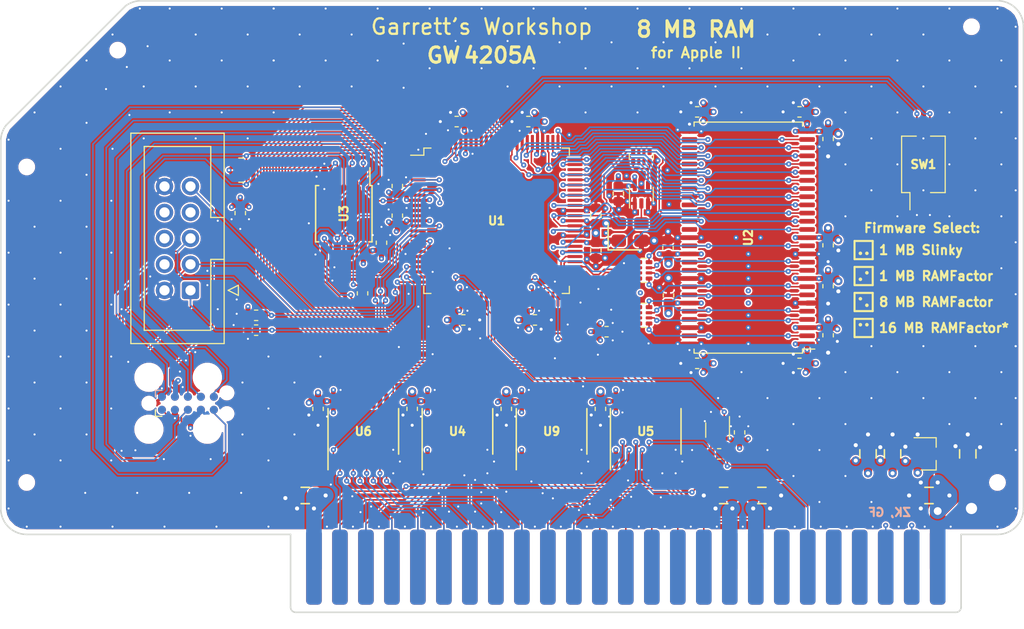
<source format=kicad_pcb>
(kicad_pcb (version 20221018) (generator pcbnew)
  (title_block (title "GR8RAM (GW4205A)") (date "2021-04-20") (rev "1.0") (company "Garrett's Workshop"))
  (layers (0 "F.Cu" signal) (1 "In1.Cu" power) (2 "In2.Cu" power) (31 "B.Cu" signal) (34 "B.Paste" user) (35 "F.Paste" user) (36 "B.SilkS" user "B.Silkscreen") (37 "F.SilkS" user "F.Silkscreen") (38 "B.Mask" user) (39 "F.Mask" user) (44 "Edge.Cuts" user))
  (net 0 "")
  (net 1 "+5V")
  (net 2 "GND")
  (net 3 "/A4")
  (net 4 "/D7")
  (net 5 "/D6")
  (net 6 "/A8")
  (net 7 "/A7")
  (net 8 "/A6")
  (net 9 "/A5")
  (net 10 "/A3")
  (net 11 "/A2")
  (net 12 "/A1")
  (net 13 "/A0")
  (net 14 "/A9")
  (net 15 "/D1")
  (net 16 "/D5")
  (net 17 "/D0")
  (net 18 "/D2")
  (net 19 "/D3")
  (net 20 "/D4")
  (net 21 "/A10")
  (net 22 "+12V")
  (net 23 "-12V")
  (net 24 "-5V")
  (net 25 "/~{IOSEL}")
  (net 26 "/A11")
  (net 27 "/A12")
  (net 28 "/A13")
  (net 29 "/A14")
  (net 30 "/A15")
  (net 31 "/R~{W}")
  (net 32 "/~{IOSTRB}")
  (net 33 "/~{NMI}")
  (net 34 "/~{IRQ}")
  (net 35 "/~{RES}")
  (net 36 "/~{INH}")
  (net 37 "/COLORREF")
  (net 38 "/7M")
  (net 39 "/Q3")
  (net 40 "/PHI1")
  (net 41 "/USER1")
  (net 42 "/PHI0")
  (net 43 "/~{DEVSEL}")
  (net 44 "/INTin")
  (net 45 "/DMAin")
  (net 46 "/TCK")
  (net 47 "/TDO")
  (net 48 "/TMS")
  (net 49 "Net-(J2-Pad6)")
  (net 50 "Net-(J2-Pad7)")
  (net 51 "Net-(J2-Pad8)")
  (net 52 "/TDI")
  (net 53 "/RA0")
  (net 54 "/RA1")
  (net 55 "/RA2")
  (net 56 "/RA3")
  (net 57 "/RA4")
  (net 58 "/RA5")
  (net 59 "/RA6")
  (net 60 "/RA7")
  (net 61 "/RA8")
  (net 62 "/RA9")
  (net 63 "/RA10")
  (net 64 "/RD0")
  (net 65 "/RD1")
  (net 66 "/RD2")
  (net 67 "/RD3")
  (net 68 "/RD4")
  (net 69 "/RD5")
  (net 70 "/RD6")
  (net 71 "/RD7")
  (net 72 "/VIDSYNC")
  (net 73 "+3V3")
  (net 74 "/~{DMA}")
  (net 75 "/R~{RES}")
  (net 76 "/R~{IOSTRB}")
  (net 77 "/R~{DEVSEL}")
  (net 78 "/R~{IOSEL}")
  (net 79 "/RA11")
  (net 80 "/RA12")
  (net 81 "/RA13")
  (net 82 "/RA14")
  (net 83 "/RA15")
  (net 84 "/Ddir")
  (net 85 "Net-(U13-Pad3)")
  (net 86 "/ACLK")
  (net 87 "/RCLK")
  (net 88 "/Dr0")
  (net 89 "/Dr2")
  (net 90 "/Dr1")
  (net 91 "/Dr3")
  (net 92 "/Dr7")
  (net 93 "/Dr5")
  (net 94 "/Dr6")
  (net 95 "/Dr4")
  (net 96 "/SD0")
  (net 97 "/SD1")
  (net 98 "/SD3")
  (net 99 "/SD2")
  (net 100 "/SD6")
  (net 101 "/SD7")
  (net 102 "/SD5")
  (net 103 "/SD4")
  (net 104 "/SDQML")
  (net 105 "/S~{WE}")
  (net 106 "/S~{CAS}")
  (net 107 "/S~{RAS}")
  (net 108 "/S~{CS}")
  (net 109 "/SA0")
  (net 110 "/SA3")
  (net 111 "/SA4")
  (net 112 "/SA6")
  (net 113 "/SCKE")
  (net 114 "/SDQMH")
  (net 115 "/RR~{W}in")
  (net 116 "Net-(RN1-Pad6)")
  (net 117 "Net-(RN1-Pad7)")
  (net 118 "Net-(RN1-Pad1)")
  (net 119 "Net-(RN1-Pad2)")
  (net 120 "Net-(RN1-Pad3)")
  (net 121 "/~{RDY}")
  (net 122 "Net-(R22-Pad2)")
  (net 123 "/SA12")
  (net 124 "/SBA0")
  (net 125 "/SA11")
  (net 126 "/SBA1")
  (net 127 "/SA9")
  (net 128 "/SA10")
  (net 129 "/SA8")
  (net 130 "/SA7")
  (net 131 "/SA1")
  (net 132 "/SA2")
  (net 133 "/SA5")
  (net 134 "/MISO")
  (net 135 "/MOSI")
  (net 136 "/F~{CS}")
  (net 137 "/FCK")
  (net 138 "/RES~{OE}")
  (net 139 "/FD2")
  (net 140 "/FD3")
  (net 141 "Net-(J5-Pad10)")
  (net 142 "Net-(J5-Pad9)")
  (net 143 "Net-(J4-Pad6)")
  (net 144 "Net-(J4-Pad7)")
  (net 145 "Net-(J4-Pad8)")
  (net 146 "Net-(RN5-Pad2)")
  (net 147 "Net-(RN5-Pad3)")
  (net 148 "/RPHI0")
  (net 149 "Net-(J5-Pad6)")
  (net 150 "Net-(U1-Pad49)")
  (net 151 "Net-(U1-Pad48)")
  (net 152 "Net-(U1-Pad33)")
  (net 153 "Net-(U1-Pad29)")
  (net 154 "Net-(U1-Pad28)")
  (net 155 "Net-(U1-Pad27)")
  (net 156 "Net-(U1-Pad26)")
  (net 157 "Net-(U1-Pad21)")
  (net 158 "Net-(U1-Pad20)")
  (net 159 "Net-(U1-Pad18)")
  (net 160 "Net-(U5-Pad11)")
  (net 161 "Net-(U5-Pad12)")
  (net 162 "/FW1")
  (net 163 "/FW0")
  (net 164 "Net-(U1-Pad19)")
  (footprint "stdpads:C_0603" (layer "F.Cu") (at 103.75 100.9 90)
    (fp_text reference "C24")
    (fp_text value "2u2")
  )
  (footprint "stdpads:C_0603" (layer "F.Cu") (at 90.15 91.7 180)
    (fp_text reference "C26")
    (fp_text value "2u2")
  )
  (footprint "stdpads:C_0603" (layer "F.Cu") (at 97.15 91.7 180)
    (fp_text reference "C25")
    (fp_text value "2u2")
  )
  (footprint "stdpads:C_0603" (layer "F.Cu") (at 84.35 100.9 90)
    (fp_text reference "C20")
    (fp_text value "2u2")
  )
  (footprint "stdpads:C_0603" (layer "F.Cu") (at 97.8 111.1)
    (fp_text reference "C22")
    (fp_text value "2u2")
  )
  (footprint "stdpads:C_0603" (layer "F.Cu") (at 103.75 104.3 -90)
    (fp_text reference "C23")
    (fp_text value "2u2")
  )
  (footprint "stdpads:C_0805" (layer "F.Cu") (at 119.976 128.27 180)
    (fp_text reference "C2" hide)
    (fp_text value "10u" hide)
  )
  (footprint "stdpads:C_0805" (layer "F.Cu") (at 116.244 128.27)
    (fp_text reference "C3" hide)
    (fp_text value "10u" hide)
  )
  (footprint "stdpads:AppleIIBus_Edge" (layer "F.Cu") (at 106.68 135.382)
    (fp_text reference "J1" hide)
    (fp_text value "AppleIIBus")
  )
  (footprint "stdpads:Fiducial" (layer "F.Cu") (at 143.002 82.423 -90)
    (fp_text reference "FID1" hide)
    (fp_text value "Fiducial" hide)
  )
  (footprint "stdpads:Fiducial" (layer "F.Cu") (at 143.002 129.54)
    (fp_text reference "FID4" hide)
    (fp_text value "Fiducial" hide)
  )
  (footprint "stdpads:PasteHole_1.1mm_PTH" (layer "F.Cu") (at 140.462 129.54)
    (fp_text reference "H1" hide)
    (fp_text value " " hide)
  )
  (footprint "stdpads:C_0805" (layer "F.Cu") (at 75.35 128.27 180)
    (fp_text reference "C4" hide)
    (fp_text value "10u" hide)
  )
  (footprint "stdpads:TSSOP-20_4.4x6.5mm_P0.65mm" (layer "F.Cu") (at 99.425 122)
    (fp_text reference "U9")
    (fp_text value "74AHC245PW")
  )
  (footprint "stdpads:C_0603" (layer "F.Cu") (at 85.8 119.8 -90)
    (fp_text reference "C14")
    (fp_text value "2u2")
  )
  (footprint "stdpads:C_0603" (layer "F.Cu") (at 90.8 111.1)
    (fp_text reference "C21")
    (fp_text value "2u2")
  )
  (footprint "stdpads:C_0603" (layer "F.Cu") (at 95 119.8 -90)
    (fp_text reference "C15")
    (fp_text value "2u2")
  )
  (footprint "stdpads:C_0805" (layer "F.Cu") (at 136.31 128.27 180)
    (fp_text reference "C1")
    (fp_text value "10u")
  )
  (footprint "stdpads:TSSOP-20_4.4x6.5mm_P0.65mm" (layer "F.Cu") (at 108.625 122)
    (fp_text reference "U5")
    (fp_text value "74AHC245PW")
  )
  (footprint "stdpads:C_0603" (layer "F.Cu") (at 84.35 98 90)
    (fp_text reference "C19")
    (fp_text value "2u2")
  )
  (footprint "stdpads:C_0603" (layer "F.Cu") (at 126.45 103.8 -90)
    (fp_text reference "C31")
    (fp_text value "2u2")
  )
  (footprint "stdpads:C_0603" (layer "F.Cu") (at 126.45 112.6 -90)
    (fp_text reference "C29")
    (fp_text value "2u2")
  )
  (footprint "stdpads:C_0603" (layer "F.Cu") (at 126.45 107.8 -90)
    (fp_text reference "C30")
    (fp_text value "2u2")
  )
  (footprint "stdpads:C_0603" (layer "F.Cu") (at 113.65 115.35 180)
    (fp_text reference "C35")
    (fp_text value "2u2")
  )
  (footprint "stdpads:TSOP-II-54_22.2x10.16mm_P0.8mm" (layer "F.Cu") (at 118.65 103.05 90)
    (fp_text reference "U2")
    (fp_text value "W9825")
  )
  (footprint "stdpads:C_0603" (layer "F.Cu") (at 110.85 108.7 90)
    (fp_text reference "C34")
    (fp_text value "2u2")
  )
  (footprint "stdpads:Crystal_SMD_3225-4Pin_3.2x2.5mm" (layer "F.Cu") (at 107.1 102.5)
    (fp_text reference "U13")
    (fp_text value "25M")
  )
  (footprint "stdpads:SOT-353" (layer "F.Cu") (at 108.2 98.85 -90)
    (fp_text reference "U16")
    (fp_text value "74LVC1G125GW")
  )
  (footprint "stdpads:C_0603" (layer "F.Cu") (at 105.95 98.75 -90)
    (fp_text reference "C27")
    (fp_text value "2u2")
  )
  (footprint "stdpads:C_0603" (layer "F.Cu") (at 110.8 104.05 90)
    (fp_text reference "C33")
    (fp_text value "2u2")
  )
  (footprint "stdpads:C_0603" (layer "F.Cu") (at 123.65 115.35 180)
    (fp_text reference "C28")
    (fp_text value "2u2")
  )
  (footprint "stdpads:TSSOP-20_4.4x6.5mm_P0.65mm" (layer "F.Cu") (at 90.225 122)
    (fp_text reference "U4")
    (fp_text value "74AHC245PW")
  )
  (footprint "stdpads:TSSOP-20_4.4x6.5mm_P0.65mm" (layer "F.Cu") (at 81.025 122)
    (fp_text reference "U6")
    (fp_text value "74AHC245PW")
  )
  (footprint "stdpads:C_0603" (layer "F.Cu") (at 104.2 119.8 -90)
    (fp_text reference "C16")
    (fp_text value "2u2")
  )
  (footprint "stdpads:C_0603" (layer "F.Cu") (at 126.45 93.4 -90)
    (fp_text reference "C32")
    (fp_text value "2u2")
  )
  (footprint "stdpads:Fiducial" (layer "F.Cu") (at 48.133 93.599 90)
    (fp_text reference "FID2" hide)
    (fp_text value "Fiducial" hide)
  )
  (footprint "stdpads:Fiducial" (layer "F.Cu") (at 58.801 82.931 90)
    (fp_text reference "FID3" hide)
    (fp_text value "Fiducial" hide)
  )
  (footprint "stdpads:Fiducial" (layer "F.Cu") (at 48.133 129.54)
    (fp_text reference "FID5" hide)
    (fp_text value "Fiducial" hide)
  )
  (footprint "stdpads:PasteHole_1.152mm_NPTH" (layer "F.Cu") (at 48.133 96.139 90)
    (fp_text reference "H3")
    (fp_text value " " hide)
  )
  (footprint "stdpads:PasteHole_1.152mm_NPTH" (layer "F.Cu") (at 57.023 84.709 90)
    (fp_text reference "H4")
    (fp_text value " " hide)
  )
  (footprint "stdpads:PasteHole_1.152mm_NPTH" (layer "F.Cu") (at 143.002 127)
    (fp_text reference "H6")
    (fp_text value " " hide)
  )
  (footprint "stdpads:PasteHole_1.152mm_NPTH" (layer "F.Cu") (at 48.133 127)
    (fp_text reference "H2")
    (fp_text value " " hide)
  )
  (footprint "stdpads:R4_0402" (layer "F.Cu") (at 108.2 95.15)
    (fp_text reference "RN1")
    (fp_text value "4x33")
  )
  (footprint "stdpads:R4_0402" (layer "F.Cu") (at 108.45 106.25 -90)
    (fp_text reference "RN2")
    (fp_text value "4x33")
  )
  (footprint "stdpads:R4_0402" (layer "F.Cu") (at 108.45 110.65 -90)
    (fp_text reference "RN3")
    (fp_text value "4x33")
  )
  (footprint "stdpads:PasteHole_1.152mm_NPTH" (layer "F.Cu") (at 140.462 82.423 -90)
    (fp_text reference "H5")
    (fp_text value " " hide)
  )
  (footprint "stdpads:TQFP-100_14x14mm_P0.5mm" (layer "F.Cu") (at 94.05 101.4 -90)
    (fp_text reference "U1")
    (fp_text value "EPM240T100C5N")
  )
  (footprint "stdpads:SOT-23" (layer "F.Cu") (at 136.25 124.2 180)
    (fp_text reference "U8")
    (fp_text value "XC6206P332MR")
  )
  (footprint "stdpads:C_0805" (layer "F.Cu") (at 132.75 124.2 90)
    (fp_text reference "C10")
    (fp_text value "10u")
  )
  (footprint "stdpads:C_0603" (layer "F.Cu") (at 117.8 122.1 90)
    (fp_text reference "C42")
    (fp_text value "2u2")
  )
  (footprint "stdpads:R_0603" (layer "F.Cu") (at 115.8 124.2 180)
    (fp_text reference "R22")
    (fp_text value "33")
  )
  (footprint "stdpads:SOT-353" (layer "F.Cu") (at 115.65 121.85 90)
    (fp_text reference "U14")
    (fp_text value "74LVC1G125GW")
  )
  (footprint "stdpads:C_0603" (layer "F.Cu") (at 69 100.65 -90)
    (fp_text reference "C44")
    (fp_text value "2u2")
  )
  (footprint "stdpads:C_0603" (layer "F.Cu") (at 82.8 103.551 90)
    (fp_text reference "C18")
    (fp_text value "2u2")
  )
  (footprint "Connector:Tag-Connect_TC2050-IDC-FP_2x05_P1.27mm_Vertical" (layer "F.Cu") (at 63.881 119.253)
    (fp_text reference "J2")
    (fp_text value "JTAG")
  )
  (footprint "stdpads:SOIC-8_5.3mm" (layer "F.Cu") (at 79.121 100.711 180)
    (fp_text reference "U3")
    (fp_text value "W25Q128JVSIQ")
  )
  (footprint "stdpads:R_0603" (layer "F.Cu") (at 70.55 112.1 180)
    (fp_text reference "R29")
    (fp_text value "22k")
  )
  (footprint "stdpads:R4_0402" (layer "F.Cu") (at 69.1 96.45 90)
    (fp_text reference "RN5")
    (fp_text value "4x10k")
  )
  (footprint "stdpads:R_0603" (layer "F.Cu") (at 70.55 110.65)
    (fp_text reference "R28")
    (fp_text value "22k")
  )
  (footprint "Connector_IDC:IDC-Header_2x05_P2.54mm_Vertical" (layer "F.Cu") (at 64.135 108.204 180)
    (fp_text reference "J4" hide)
    (fp_text value "JTAG")
  )
  (footprint "stdpads:R_0603" (layer "F.Cu") (at 80.95 108.5 90)
    (fp_text reference "R31")
    (fp_text value "33")
  )
  (footprint "stdpads:C_0603" (layer "F.Cu") (at 104.8 112.25)
    (fp_text reference "C43")
    (fp_text value "2u2")
  )
  (footprint "stdpads:SW_DIP_SPSTx02_Slide_DSHP02TS_P1.27mm" (layer "F.Cu") (at 135.763 95.885)
    (fp_text reference "SW1")
    (fp_text value "FW")
  )
  (footprint "stdpads:C_0603" (layer "F.Cu") (at 123.65 90.75 180)
    (fp_text reference "C12")
    (fp_text value "2u2")
  )
  (footprint "stdpads:C_0603" (layer "F.Cu") (at 113.65 90.75 180)
    (fp_text reference "C5")
    (fp_text value "2u2")
  )
  (footprint "stdpads:C_0603" (layer "F.Cu") (at 76.6 119.8 -90)
    (fp_text reference "C13")
    (fp_text value "2u2")
  )
  (footprint "stdpads:C_0805" (layer "F.Cu") (at 140.1 124.2 90)
    (fp_text reference "C7")
    (fp_text value "10u")
  )
  (footprint "stdpads:C_0805" (layer "F.Cu") (at 130.35 124.2 90)
    (fp_text reference "C11")
    (fp_text value "10u")
  )
  (footprint "Connector:Tag-Connect_TC2050-IDC-FP_2x05_P1.27mm_Vertical" (layer "B.Cu") (at 63.881 119.253)
    (fp_text reference "J5")
    (fp_text value "JTAG")
  )
  (gr_line (start 129.032 107.696) (end 130.81 107.696) (stroke (width 0.2032)) (layer "F.SilkS"))
  (gr_line (start 130.81 105.918) (end 129.032 105.918) (stroke (width 0.2032)) (layer "F.SilkS"))
  (gr_line (start 130.2384 106.4895) (end 130.2385 106.4895) (stroke (width 0.35)) (layer "F.SilkS"))
  (gr_line (start 129.6034 107.1245) (end 129.6035 107.1245) (stroke (width 0.35)) (layer "F.SilkS"))
  (gr_line (start 130.81 107.696) (end 130.81 105.918) (stroke (width 0.2032)) (layer "F.SilkS"))
  (gr_line (start 129.032 107.696) (end 129.032 105.918) (stroke (width 0.2032)) (layer "F.SilkS"))
  (gr_line (start 129.032 105.156) (end 130.81 105.156) (stroke (width 0.2032)) (layer "F.SilkS"))
  (gr_line (start 130.81 105.156) (end 130.81 103.378) (stroke (width 0.2032)) (layer "F.SilkS"))
  (gr_line (start 129.032 105.156) (end 129.032 103.378) (stroke (width 0.2032)) (layer "F.SilkS"))
  (gr_line (start 129.6034 104.5845) (end 129.6035 104.5845) (stroke (width 0.35)) (layer "F.SilkS"))
  (gr_line (start 130.23855 104.5845) (end 130.23865 104.5845) (stroke (width 0.35)) (layer "F.SilkS"))
  (gr_line (start 130.81 103.378) (end 129.032 103.378) (stroke (width 0.2032)) (layer "F.SilkS"))
  (gr_line (start 129.032 112.776) (end 130.81 112.776) (stroke (width 0.2032)) (layer "F.SilkS"))
  (gr_line (start 130.81 110.998) (end 129.032 110.998) (stroke (width 0.2032)) (layer "F.SilkS"))
  (gr_line (start 130.23855 111.5695) (end 130.23865 111.5695) (stroke (width 0.35)) (layer "F.SilkS"))
  (gr_line (start 129.6034 111.5695) (end 129.6035 111.5695) (stroke (width 0.35)) (layer "F.SilkS"))
  (gr_line (start 130.81 112.776) (end 130.81 110.998) (stroke (width 0.2032)) (layer "F.SilkS"))
  (gr_line (start 129.032 112.776) (end 129.032 110.998) (stroke (width 0.2032)) (layer "F.SilkS"))
  (gr_line (start 129.032 110.236) (end 130.81 110.236) (stroke (width 0.2032)) (layer "F.SilkS"))
  (gr_line (start 130.81 110.236) (end 130.81 108.458) (stroke (width 0.2032)) (layer "F.SilkS"))
  (gr_line (start 129.032 110.236) (end 129.032 108.458) (stroke (width 0.2032)) (layer "F.SilkS"))
  (gr_line (start 129.6034 109.0295) (end 129.6035 109.0295) (stroke (width 0.35)) (layer "F.SilkS"))
  (gr_line (start 130.23855 109.6645) (end 130.23865 109.6645) (stroke (width 0.35)) (layer "F.SilkS"))
  (gr_line (start 130.81 108.458) (end 129.032 108.458) (stroke (width 0.2032)) (layer "F.SilkS"))
  (gr_line (start 73.914 132.08) (end 73.914 139.192) (stroke (width 0.15)) (layer "Edge.Cuts"))
  (gr_arc (start 139.446 139.192) (mid 139.29721 139.55121) (end 138.938 139.7) (stroke (width 0.15)) (layer "Edge.Cuts"))
  (gr_arc (start 74.422 139.7) (mid 74.06279 139.55121) (end 73.914 139.192) (stroke (width 0.15)) (layer "Edge.Cuts"))
  (gr_line (start 145.542 129.54) (end 145.542 82.423) (stroke (width 0.15)) (layer "Edge.Cuts"))
  (gr_line (start 138.938 139.7) (end 74.422 139.7) (stroke (width 0.15)) (layer "Edge.Cuts"))
  (gr_arc (start 143.002 79.883) (mid 144.798051 80.626949) (end 145.542 82.423) (stroke (width 0.15)) (layer "Edge.Cuts"))
  (gr_arc (start 145.542 129.54) (mid 144.798051 131.336051) (end 143.002 132.08) (stroke (width 0.15)) (layer "Edge.Cuts"))
  (gr_line (start 139.446 132.08) (end 139.446 139.192) (stroke (width 0.15)) (layer "Edge.Cuts"))
  (gr_line (start 143.002 132.08) (end 139.446 132.08) (stroke (width 0.15)) (layer "Edge.Cuts"))
  (gr_line (start 48.133 132.08) (end 73.914 132.08) (stroke (width 0.15)) (layer "Edge.Cuts"))
  (gr_arc (start 48.133 132.08) (mid 46.336949 131.336051) (end 45.593 129.54) (stroke (width 0.15)) (layer "Edge.Cuts"))
  (gr_line (start 45.593 129.54) (end 45.593 93.599) (stroke (width 0.15)) (layer "Edge.Cuts"))
  (gr_arc (start 45.593 93.599) (mid 45.723345 92.795781) (end 46.101001 92.074999) (stroke (width 0.15)) (layer "Edge.Cuts"))
  (gr_arc (start 57.785 80.391) (mid 58.505781 80.013344) (end 59.309 79.883) (stroke (width 0.15)) (layer "Edge.Cuts"))
  (gr_line (start 57.785 80.391) (end 46.101001 92.074999) (stroke (width 0.15)) (layer "Edge.Cuts"))
  (gr_line (start 59.309 79.883) (end 143.002 79.883) (stroke (width 0.15)) (layer "Edge.Cuts"))
  (gr_text "ZK, GF" (at 132.461 129.921) (layer "B.SilkS") (effects (font (size 0.8128 0.8128) (thickness 0.2032)) (justify mirror)))
  (gr_text "Firmware Select:" (at 135.636 102.108) (layer "F.SilkS") (effects (font (size 0.9 0.9) (thickness 0.2032))))
  (gr_text "1 MB Slinky" (at 131.318 104.267) (layer "F.SilkS") (effects (font (size 0.9 0.9) (thickness 0.2032)) (justify left)))
  (gr_text "1 MB RAMFactor" (at 131.318 106.807) (layer "F.SilkS") (effects (font (size 0.9 0.9) (thickness 0.2032)) (justify left)))
  (gr_text "16 MB RAMFactor*" (at 131.318 111.887) (layer "F.SilkS") (effects (font (size 0.9 0.9) (thickness 0.2032)) (justify left)))
  (gr_text "8 MB RAMFactor" (at 131.318 109.347) (layer "F.SilkS") (effects (font (size 0.9 0.9) (thickness 0.2032)) (justify left)))
  (gr_text "GW" (at 90.678 85.217) (layer "F.SilkS") (effects (font (size 1.5 1.5) (thickness 0.3)) (justify right)))
  (gr_text "4205A" (at 90.678 85.217) (layer "F.SilkS") (effects (font (size 1.5 1.5) (thickness 0.3)) (justify left)))
  (gr_text "Garrett’s Workshop" (at 92.583 82.423) (layer "F.SilkS") (effects (font (size 1.524 1.524) (thickness 0.225))))
  (gr_text "for Apple II" (at 113.538 84.963) (layer "F.SilkS") (effects (font (size 1.016 1.016) (thickness 0.2032))))
  (gr_text "8 MB RAM" (at 113.538 82.677) (layer "F.SilkS") (effects (font (size 1.524 1.524) (thickness 0.3))))
  (segment (start 137.16 128.27) (end 137.16 127) (width 0.762) (layer "F.Cu") (net 1))
  (segment (start 137.16 128.27) (end 138.303 128.27) (width 0.762) (layer "F.Cu") (net 1))
  (segment (start 137.16 127) (end 137.75 127) (width 0.8) (layer "F.Cu") (net 1))
  (segment (start 137.16 135.382) (end 137.16 129.794) (width 1.524) (layer "F.Cu") (net 1))
  (segment (start 137.16 129.794) (end 137.668 129.794) (width 0.8) (layer "F.Cu") (net 1))
  (segment (start 137.16 130.937) (end 137.16 135.382) (width 0.8) (layer "F.Cu") (net 1))
  (segment (start 137.3 126.86) (end 137.16 127) (width 0.8) (layer "F.Cu") (net 1))
  (segment (start 137.3 124.2) (end 137.3 126.378) (width 0.8) (layer "F.Cu") (net 1))
  (segment (start 138.303 129.159) (end 138.303 128.27) (width 0.8) (layer "F.Cu") (net 1))
  (segment (start 138.25 124.2) (end 139.1 125.05) (width 0.8) (layer "F.Cu") (net 1))
  (segment (start 137.16 128.27) (end 137.16 129.794) (width 0.8) (layer "F.Cu") (net 1))
  (segment (start 137.3 124.2) (end 138.25 124.2) (width 0.8) (layer "F.Cu") (net 1))
  (segment (start 137.16 127) (end 137.922 127) (width 0.8) (layer "F.Cu") (net 1))
  (segment (start 138.303 127.381) (end 138.303 128.27) (width 0.8) (layer "F.Cu") (net 1))
  (segment (start 137.3 124.2) (end 137.3 126.86) (width 0.8) (layer "F.Cu") (net 1))
  (segment (start 137.3 126.378) (end 137.922 127) (width 0.8) (layer "F.Cu") (net 1))
  (segment (start 137.668 129.794) (end 138.303 129.159) (width 0.8) (layer "F.Cu") (net 1))
  (segment (start 139.1 125.05) (end 140.1 125.05) (width 0.8) (layer "F.Cu") (net 1))
  (segment (start 137.922 127) (end 138.303 127.381) (width 0.8) (layer "F.Cu") (net 1))
  (via (at 138.303 128.27) (size 0.8) (drill 0.4) (layers "F.Cu" "B.Cu") (net 1))
  (via (at 137.16 129.794) (size 1.524) (drill 0.762) (layers "F.Cu" "B.Cu") (net 1))
  (via (at 137.16 127) (size 0.8) (drill 0.4) (layers "F.Cu" "B.Cu") (net 1))
  (segment (start 138.1125 127.9525) (end 137.16 127) (width 0.8) (layer "B.Cu") (net 1))
  (segment (start 137.16 127) (end 136.906 127) (width 0.8) (layer "B.Cu") (net 1))
  (segment (start 138.303 128.27) (end 138.303 128.651) (width 1.524) (layer "B.Cu") (net 1))
  (segment (start 138.53 128.27) (end 138.303 128.27) (width 0.5) (layer "B.Cu") (net 1))
  (segment (start 138.303 128.651) (end 137.16 129.794) (width 1.524) (layer "B.Cu") (net 1))
  (segment (start 138.6205 127.9525) (end 138.1125 127.9525) (width 0.8) (layer "B.Cu") (net 1))
  (segment (start 137.16 129.794) (end 137.16 128.651) (width 0.5) (layer "B.Cu") (net 1))
  (segment (start 137.856 129.794) (end 137.16 129.794) (width 0.45) (layer "B.Cu") (net 1))
  (segment (start 137.16 127) (end 137.31 126.85) (width 0.5) (layer "B.Cu") (net 1))
  (segment (start 138.303 128.143) (end 137.16 127) (width 1.524) (layer "B.Cu") (net 1))
  (segment (start 137.16 127) (end 137.16 127.96) (width 0.8) (layer "B.Cu") (net 1))
  (segment (start 137.16 129.794) (end 137.16 127) (width 1.524) (layer "B.Cu") (net 1))
  (segment (start 138.303 128.27) (end 138.303 128.143) (width 1.524) (layer "B.Cu") (net 1))
  (segment (start 137.16 128.94) (end 137.16 129.794) (width 0.5) (layer "B.Cu") (net 1))
  (segment (start 136.915002 127) (end 137.16 127) (width 0.8) (layer "B.Cu") (net 1))
  (segment (start 120.826 128.27) (end 120.826 129.491) (width 0.8) (layer "F.Cu") (net 2))
  (segment (start 120.826 129.491) (end 120.777 129.54) (width 0.8) (layer "F.Cu") (net 2))
  (segment (start 74.5 128.27) (end 74.5 129.491) (width 0.8) (layer "F.Cu") (net 2))
  (segment (start 74.5 129.491) (end 74.549 129.54) (width 0.8) (layer "F.Cu") (net 2))
  (segment (start 98.05 109.0625) (end 98.05 108) (width 0.3) (layer "F.Cu") (net 2))
  (segment (start 98.05 108) (end 98.15 107.9) (width 0.3) (layer "F.Cu") (net 2))
  (segment (start 91.05 109.0625) (end 91.05 108) (width 0.3) (layer "F.Cu") (net 2))
  (segment (start 91.05 108) (end 91.15 107.9) (width 0.3) (layer "F.Cu") (net 2))
  (segment (start 98.55 93.7375) (end 98.55 94.8) (width 0.3) (layer "F.Cu") (net 2))
  (segment (start 98.55 94.8) (end 98.65 94.9) (width 0.3) (layer "F.Cu") (net 2))
  (segment (start 101.7125 100.4) (end 100.55 100.4) (width 0.3) (layer "F.Cu") (net 2))
  (segment (start 101.7125 102.9) (end 100.65 102.9) (width 0.3) (layer "F.Cu") (net 2))
  (segment (start 100.65 102.9) (end 100.55 102.8) (width 0.3) (layer "F.Cu") (net 2))
  (segment (start 96.4 91.7) (end 96.4 92.49999) (width 0.5) (layer "F.Cu") (net 2))
  (segment (start 96.4 92.49999) (end 96.3 92.59999) (width 0.5) (layer "F.Cu") (net 2))
  (segment (start 98.55 93.7375) (end 98.55 92.75) (width 0.3) (layer "F.Cu") (net 2))
  (segment (start 98.55 92.75) (end 98.7 92.6) (width 0.3) (layer "F.Cu") (net 2))
  (segment (start 84.35 100.15) (end 85.25 100.15) (width 0.5) (layer "F.Cu") (net 2))
  (segment (start 85.45 99.9) (end 85.25 100.1) (width 0.3) (layer "F.Cu") (net 2))
  (segment (start 85.25 100.1) (end 85.25 100.15) (width 0.3) (layer "F.Cu") (net 2))
  (segment (start 86.3875 99.9) (end 85.45 99.9) (width 0.3) (layer "F.Cu") (net 2))
  (segment (start 85.45 100.4) (end 85.25 100.2) (width 0.3) (layer "F.Cu") (net 2))
  (segment (start 85.25 100.2) (end 85.25 100.15) (width 0.3) (layer "F.Cu") (net 2))
  (segment (start 86.3875 100.4) (end 85.45 100.4) (width 0.3) (layer "F.Cu") (net 2))
  (segment (start 103 100.15) (end 102.85 100.3) (width 0.5) (layer "F.Cu") (net 2))
  (segment (start 102.85 100.3) (end 102.85 100.4) (width 0.5) (layer "F.Cu") (net 2))
  (segment (start 103.75 100.15) (end 103 100.15) (width 0.5) (layer "F.Cu") (net 2))
  (segment (start 101.7125 102.9) (end 102.7 102.9) (width 0.3) (layer "F.Cu") (net 2))
  (segment (start 102.7 102.9) (end 102.85 102.75) (width 0.3) (layer "F.Cu") (net 2))
  (segment (start 101.7125 100.4) (end 102.85 100.4) (width 0.3) (layer "F.Cu") (net 2))
  (segment (start 91.55 110.35) (end 91.4 110.2) (width 0.5) (layer "F.Cu") (net 2))
  (segment (start 91.4 110.2) (end 91.2 110.2) (width 0.5) (layer "F.Cu") (net 2))
  (segment (start 91.55 111.1) (end 91.55 110.35) (width 0.5) (layer "F.Cu") (net 2))
  (segment (start 91.05 109.0625) (end 91.05 110.05) (width 0.3) (layer "F.Cu") (net 2))
  (segment (start 91.05 110.05) (end 91.2 110.2) (width 0.3) (layer "F.Cu") (net 2))
  (segment (start 98.55 110.35) (end 98.4 110.2) (width 0.5) (layer "F.Cu") (net 2))
  (segment (start 98.4 110.2) (end 98.2 110.2) (width 0.5) (layer "F.Cu") (net 2))
  (segment (start 98.55 111.1) (end 98.55 110.35) (width 0.5) (layer "F.Cu") (net 2))
  (segment (start 98.05 109.0625) (end 98.05 110.05) (width 0.3) (layer "F.Cu") (net 2))
  (segment (start 98.05 110.05) (end 98.2 110.2) (width 0.3) (layer "F.Cu") (net 2))
  (segment (start 102.35 124.95) (end 102.35 126.1) (width 0.45) (layer "F.Cu") (net 2))
  (segment (start 102.35 124.95) (end 103 124.95) (width 0.45) (layer "F.Cu") (net 2))
  (segment (start 102.35 124.95) (end 102.35 123.8) (width 0.45) (layer "F.Cu") (net 2))
  (segment (start 93.15 124.95) (end 93.8 124.95) (width 0.45) (layer "F.Cu") (net 2))
  (segment (start 93.15 124.95) (end 93.15 126.1) (width 0.45) (layer "F.Cu") (net 2))
  (segment (start 93.15 124.95) (end 93.15 123.8) (width 0.45) (layer "F.Cu") (net 2))
  (segment (start 83.95 124.95) (end 84.6 124.95) (width 0.45) (layer "F.Cu") (net 2))
  (segment (start 83.95 124.95) (end 83.95 123.8) (width 0.45) (layer "F.Cu") (net 2))
  (segment (start 83.95 124.95) (end 83.95 126.1) (width 0.45) (layer "F.Cu") (net 2))
  (segment (start 135.46 128.27) (end 135.46 129.491) (width 0.762) (layer "F.Cu") (net 2))
  (segment (start 135.46 129.491) (end 135.509 129.54) (width 0.762) (layer "F.Cu") (net 2))
  (segment (start 135.46 128.27) (end 135.46 127.049) (width 0.762) (layer "F.Cu") (net 2))
  (segment (start 135.46 127.049) (end 135.509 127) (width 0.762) (layer "F.Cu") (net 2))
  (segment (start 135.46 128.27) (end 134.366 128.27) (width 0.762) (layer "F.Cu") (net 2))
  (segment (start 115.394 128.27) (end 114.3 128.27) (width 0.8) (layer "F.Cu") (net 2))
  (segment (start 115.394 128.27) (end 115.394 129.491) (width 0.8) (layer "F.Cu") (net 2))
  (segment (start 115.394 129.491) (end 115.443 129.54) (width 0.8) (layer "F.Cu") (net 2))
  (segment (start 94.975 120.55) (end 95.875 120.55) (width 0.508) (layer "F.Cu") (net 2))
  (segment (start 76.575 120.55) (end 77.475 120.55) (width 0.508) (layer "F.Cu") (net 2))
  (segment (start 112.9 92.65) (end 112.9 91.95) (width 0.45) (layer "F.Cu") (net 2))
  (segment (start 112.9 92.65) (end 114.05 92.65) (width 0.45) (layer "F.Cu") (net 2))
  (segment (start 112.9 103.05) (end 114.05 103.05) (width 0.45) (layer "F.Cu") (net 2))
  (segment (start 110.8 103.3) (end 111.6 103.3) (width 0.508) (layer "F.Cu") (net 2))
  (segment (start 112.9 111.85) (end 114.05 111.85) (width 0.45) (layer "F.Cu") (net 2))
  (segment (start 124.4 109.45) (end 123.25 109.45) (width 0.45) (layer "F.Cu") (net 2))
  (segment (start 124.4 104.65) (end 125.55 104.65) (width 0.45) (layer "F.Cu") (net 2))
  (segment (start 126.45 104.55) (end 125.65 104.55) (width 0.508) (layer "F.Cu") (net 2))
  (segment (start 112.9 111.85) (end 111.75 111.85) (width 0.45) (layer "F.Cu") (net 2))
  (segment (start 126.45 108.55) (end 126.45 109.5) (width 0.762) (layer "F.Cu") (net 2))
  (segment (start 125.65 104.55) (end 125.55 104.65) (width 0.508) (layer "F.Cu") (net 2))
  (segment (start 124.4 104.65) (end 123.25 104.65) (width 0.45) (layer "F.Cu") (net 2))
  (segment (start 124.4 109.45) (end 126.4 109.45) (width 0.508) (layer "F.Cu") (net 2))
  (segment (start 112.9 103.05) (end 111.75 103.05) (width 0.45) (layer "F.Cu") (net 2))
  (segment (start 111.65 103.15) (end 111.75 103.05) (width 0.508) (layer "F.Cu") (net 2))
  (segment (start 126.4 109.45) (end 126.45 109.5) (width 0.508) (layer "F.Cu") (net 2))
  (segment (start 112.9 107.05) (end 114.05 107.05) (width 0.45) (layer "F.Cu") (net 2))
  (segment (start 132.75 123.35) (end 132.75 122.3) (width 0.8) (layer "F.Cu") (net 2))
  (segment (start 105.55 112.25) (end 105.55 111.55) (width 0.5) (layer "F.Cu") (net 2))
  (segment (start 105.55 111.55) (end 105.4 111.4) (width 0.5) (layer "F.Cu") (net 2))
  (segment (start 105.4 113.1) (end 105.55 112.95) (width 0.5) (layer "F.Cu") (net 2))
  (segment (start 105.55 112.95) (end 105.55 112.25) (width 0.5) (layer "F.Cu") (net 2))
  (segment (start 130.35 123.35) (end 129.15 123.35) (width 0.8) (layer "F.Cu") (net 2))
  (segment (start 130.35 123.35) (end 131.35 123.35) (width 0.8) (layer "F.Cu") (net 2))
  (segment (start 131.35 123.35) (end 131.55 123.55) (width 0.8) (layer "F.Cu") (net 2))
  (segment (start 130.35 122.3) (end 130.35 123.35) (width 0.8) (layer "F.Cu") (net 2))
  (segment (start 141.1 123.35) (end 141.3 123.55) (width 0.8) (layer "F.Cu") (net 2))
  (segment (start 140.1 123.35) (end 140.1 122.3) (width 0.8) (layer "F.Cu") (net 2))
  (segment (start 140.1 123.35) (end 141.1 123.35) (width 0.8) (layer "F.Cu") (net 2))
  (segment (start 127.2 94.15) (end 127.45 93.9) (width 0.8) (layer "F.Cu") (net 2))
  (segment (start 89.4 91.7) (end 89.4 90.95) (width 0.6) (layer "F.Cu") (net 2))
  (segment (start 76.4845 97.061) (end 76.454 97.0915) (width 0.5) (layer "F.Cu") (net 2))
  (segment (start 95 120.55) (end 94.25 120.55) (width 0.6) (layer "F.Cu") (net 2))
  (segment (start 103.75 100.15) (end 104.65 100.15) (width 0.5) (layer "F.Cu") (net 2))
  (segment (start 82.8 102.801) (end 81.951 102.801) (width 0.5) (layer "F.Cu") (net 2))
  (segment (start 112.9 113.45) (end 114.05 113.45) (width 0.45) (layer "F.Cu") (net 2))
  (segment (start 75.85 120.55) (end 75.7 120.4) (width 0.6) (layer "F.Cu") (net 2))
  (segment (start 106.35 120.15) (end 106.35 119.05) (width 0.45) (layer "F.Cu") (net 2))
  (segment (start 110.8 103.3) (end 110.8 102.45) (width 0.6) (layer "F.Cu") (net 2))
  (segment (start 104.2 120.55) (end 103.45 120.55) (width 0.6) (layer "F.Cu") (net 2))
  (segment (start 122.9 114.6) (end 123.05 114.45) (width 0.6) (layer "F.Cu") (net 2))
  (segment (start 117.1 121.35) (end 116.95 121.5) (width 0.5) (layer "F.Cu") (net 2))
  (segment (start 106.35 119.05) (end 106.35 118) (width 0.45) (layer "F.Cu") (net 2))
  (segment (start 73.66 128.27) (end 74.5 128.27) (width 0.8) (layer "F.Cu") (net 2))
  (segment (start 61.341 118.618) (end 61.341 117.7925) (width 0.6) (layer "F.Cu") (net 2))
  (segment (start 127.2 104.55) (end 127.45 104.3) (width 0.762) (layer "F.Cu") (net 2))
  (segment (start 91.6 92.6) (end 91.55 92.65) (width 0.3) (layer "F.Cu") (net 2))
  (segment (start 122.9 90.75) (end 122.9 91.5) (width 0.6) (layer "F.Cu") (net 2))
  (segment (start 103.45 120.55) (end 103.3 120.4) (width 0.6) (layer "F.Cu") (net 2))
  (segment (start 126.45 104.55) (end 127.2 104.55) (width 0.762) (layer "F.Cu") (net 2))
  (segment (start 126.45 104.55) (end 126.45 105.4) (width 0.6) (layer "F.Cu") (net 2))
  (segment (start 77.216 97.061) (end 76.4845 97.061) (width 0.5) (layer "F.Cu") (net 2))
  (segment (start 87.5 100.15) (end 87.5 100.05) (width 0.3) (layer "F.Cu") (net 2))
  (segment (start 96.4 91.7) (end 95.55 91.7) (width 0.6) (layer "F.Cu") (net 2))
  (segment (start 96.4 91.7) (end 96.4 90.95) (width 0.6) (layer "F.Cu") (net 2))
  (segment (start 126.45 113.35) (end 127.2 113.35) (width 0.6) (layer "F.Cu") (net 2))
  (segment (start 85.1 97.25) (end 84.35 97.25) (width 0.5) (layer "F.Cu") (net 2))
  (segment (start 82.8 102.801) (end 82.8 102) (width 0.5) (layer "F.Cu") (net 2))
  (segment (start 111.55 124.95) (end 111.55 123.8) (width 0.45) (layer "F.Cu") (net 2))
  (segment (start 115 121) (end 115 120.1) (width 0.4) (layer "F.Cu") (net 2))
  (segment (start 112.9 115.35) (end 112.9 116.1) (width 0.6) (layer "F.Cu") (net 2))
  (segment (start 107.55 99.7) (end 107.55 100.55) (width 0.4) (layer "F.Cu") (net 2))
  (segment (start 102.975 105.05) (end 103.75 105.05) (width 0.5) (layer "F.Cu") (net 2))
  (segment (start 91.55 92.65) (end 91.55 93.7375) (width 0.3) (layer "F.Cu") (net 2))
  (segment (start 89.4 90.95) (end 89.55 90.8) (width 0.6) (layer "F.Cu") (net 2))
  (segment (start 69 101.4) (end 68.3 101.4) (width 0.5) (layer "F.Cu") (net 2))
  (segment (start 122.9 91.5) (end 123.05 91.65) (width 0.6) (layer "F.Cu") (net 2))
  (segment (start 117.8 121.35) (end 117.8 120.55) (width 0.5) (layer "F.Cu") (net 2))
  (segment (start 139 123.35) (end 138.9 123.45) (width 0.8) (layer "F.Cu") (net 2))
  (segment (start 105.55 112.25) (end 106.35 112.25) (width 0.5) (layer "F.Cu") (net 2))
  (segment (start 112.9 116.1) (end 113.05 116.25) (width 0.6) (layer "F.Cu") (net 2))
  (segment (start 85.05 120.55) (end 84.9 120.4) (width 0.6) (layer "F.Cu") (net 2))
  (segment (start 78.75 119.05) (end 78.75 118) (width 0.45) (layer "F.Cu") (net 2))
  (segment (start 95 120.55) (end 95 121.4) (width 0.6) (layer "F.Cu") (net 2))
  (segment (start 110.8 103.3) (end 109.5 103.3) (width 0.8) (layer "F.Cu") (net 2))
  (segment (start 126.45 114.3) (end 126.45 113.35) (width 0.8) (layer "F.Cu") (net 2))
  (segment (start 112.9 114.7) (end 112.9 114.05) (width 0.5) (layer "F.Cu") (net 2))
  (segment (start 122.9 90.75) (end 122.9 90) (width 0.6) (layer "F.Cu") (net 2))
  (segment (start 132.75 123.35) (end 131.75 123.35) (width 0.8) (layer "F.Cu") (net 2))
  (segment (start 104.175 120.55) (end 105.05 120.55) (width 0.508) (layer "F.Cu") (net 2))
  (segment (start 112.9 114.7) (end 112.9 115.35) (width 0.8) (layer "F.Cu") (net 2))
  (segment (start 112.9 115.35) (end 112.05 115.35) (width 0.6) (layer "F.Cu") (net 2))
  (segment (start 112.9 113.45) (end 112.9 114.05) (width 0.45) (layer "F.Cu") (net 2))
  (segment (start 109.5 103.3) (end 109.45 103.35) (width 0.8) (layer "F.Cu") (net 2))
  (segment (start 111.9 92.65) (end 112.9 92.65) (width 0.45) (layer "F.Cu") (net 2))
  (segment (start 68.3 101.4) (end 68.15 101.25) (width 0.5) (layer "F.Cu") (net 2))
  (segment (start 108.2 103.35) (end 109.45 103.35) (width 0.8) (layer "F.Cu") (net 2))
  (segment (start 105.95 99.5) (end 106.85 99.5) (width 0.5) (layer "F.Cu") (net 2))
  (segment (start 110.9 107.05) (end 110.85 107) (width 0.45) (layer "F.Cu") (net 2))
  (segment (start 126.45 108.55) (end 127.2 108.55) (width 0.8) (layer "F.Cu") (net 2))
  (segment (start 111.55 124.95) (end 112.2 124.95) (width 0.45) (layer "F.Cu") (net 2))
  (segment (start 91.55 111.85) (end 91.4 112) (width 0.6) (layer "F.Cu") (net 2))
  (segment (start 118.5 121.35) (end 118.65 121.5) (width 0.5) (layer "F.Cu") (net 2))
  (segment (start 115 121) (end 114.4 121) (width 0.4) (layer "F.Cu") (net 2))
  (segment (start 134 123.5) (end 133.85 123.35) (width 0.8) (layer "F.Cu") (net 2))
  (segment (start 125.75 113.35) (end 125.55 113.15) (width 0.5) (layer "F.Cu") (net 2))
  (segment (start 122.9 116.1) (end 123.05 116.25) (width 0.6) (layer "F.Cu") (net 2))
  (segment (start 84.35 100.15) (end 83.65 100.15) (width 0.5) (layer "F.Cu") (net 2))
  (segment (start 126.45 94.15) (end 125.6 94.15) (width 0.5) (layer "F.Cu") (net 2))
  (segment (start 78.75 118) (end 78.8 117.95) (width 0.45) (layer "F.Cu") (net 2))
  (segment (start 134.25 123.25) (end 134 123.5) (width 0.8) (layer "F.Cu") (net 2))
  (segment (start 131.75 123.35) (end 131.55 123.55) (width 0.8) (layer "F.Cu") (net 2))
  (segment (start 62.611 119.888) (end 62.611 120.7135) (width 0.6) (layer "F.Cu") (net 2))
  (segment (start 103.75 105.05) (end 103.75 105.85) (width 0.5) (layer "F.Cu") (net 2))
  (segment (start 87.35 100.4) (end 86.3875 100.4) (width 0.3) (layer "F.Cu") (net 2))
  (segment (start 83.649 102.801) (end 83.65 102.8) (width 0.5) (layer "F.Cu") (net 2))
  (segment (start 112.9 90) (end 113.05 89.85) (width 0.6) (layer "F.Cu") (net 2))
  (segment (start 77.216 97.061) (end 77.216 98.298) (width 0.5) (layer "F.Cu") (net 2))
  (segment (start 122.9 115.35) (end 122.05 115.35) (width 0.6) (layer "F.Cu") (net 2))
  (segment (start 140.1 123.35) (end 139 123.35) (width 0.8) (layer "F.Cu") (net 2))
  (segment (start 84.35 97.25) (end 83.65 97.25) (width 0.5) (layer "F.Cu") (net 2))
  (segment (start 87.5 100.05) (end 87.35 99.9) (width 0.3) (layer "F.Cu") (net 2))
  (segment (start 126.45 94.15) (end 127.2 94.15) (width 0.8) (layer "F.Cu") (net 2))
  (segment (start 94.25 120.55) (end 94.1 120.4) (width 0.6) (layer "F.Cu") (net 2))
  (segment (start 83.65 100.15) (end 83.5 100.3) (width 0.5) (layer "F.Cu") (net 2))
  (segment (start 85.8 120.55) (end 85.05 120.55) (width 0.6) (layer "F.Cu") (net 2))
  (segment (start 69.75 112.1) (end 69.75 112.95) (width 0.5) (layer "F.Cu") (net 2))
  (segment (start 112.9 90.75) (end 112.05 90.75) (width 0.6) (layer "F.Cu") (net 2))
  (segment (start 69.7 101.4) (end 69.85 101.25) (width 0.5) (layer "F.Cu") (net 2))
  (segment (start 136.398 99.695) (end 136.398 100.838) (width 0.15) (layer "F.Cu") (net 2))
  (segment (start 103.75 105.05) (end 104.65 105.05) (width 0.6) (layer "F.Cu") (net 2))
  (segment (start 111.55 124.95) (end 111.55 126.1) (width 0.45) (layer "F.Cu") (net 2))
  (segment (start 87.95 119.05) (end 87.95 118) (width 0.45) (layer "F.Cu") (net 2))
  (segment (start 122.9 115.35) (end 122.9 114.6) (width 0.6) (layer "F.Cu") (net 2))
  (segment (start 112.9 90.75) (end 112.9 90) (width 0.6) (layer "F.Cu") (net 2))
  (segment (start 87.5 100.15) (end 87.5 100.25) (width 0.3) (layer "F.Cu") (net 2))
  (segment (start 102.875 105.15) (end 102.975 105.05) (width 0.5) (layer "F.Cu") (net 2))
  (segment (start 110.25 124.95) (end 110.25 126.1) (width 0.45) (layer "F.Cu") (net 2))
  (segment (start 109.95 107.95) (end 110.85 107.95) (width 0.5) (layer "F.Cu") (net 2))
  (segment (start 69 101.4) (end 69 102.2) (width 0.5) (layer "F.Cu") (net 2))
  (segment (start 87.5 100.25) (end 87.35 100.4) (width 0.3) (layer "F.Cu") (net 2))
  (segment (start 91.55 111.1) (end 91.55 111.85) (width 0.6) (layer "F.Cu") (net 2))
  (segment (start 91.7 94.85) (end 91.55 94.7) (width 0.3) (layer "F.Cu") (net 2))
  (segment (start 82.8 102.801) (end 83.649 102.801) (width 0.5) (layer "F.Cu") (net 2))
  (segment (start 91.55 94.7) (end 91.55 93.7375) (width 0.3) (layer "F.Cu") (net 2))
  (segment (start 87.95 118) (end 88 117.95) (width 0.45) (layer "F.Cu") (net 2))
  (segment (start 98.55 111.85) (end 98.4 112) (width 0.6) (layer "F.Cu") (net 2))
  (segment (start 135.128 99.695) (end 135.128 100.838) (width 0.15) (layer "F.Cu") (net 2))
  (segment (start 135.2 123.25) (end 135.2 122.3) (width 0.8) (layer "F.Cu") (net 2))
  (segment (start 104.65 100.15) (end 104.7 100.2) (width 0.5) (layer "F.Cu") (net 2))
  (segment (start 96.4 90.95) (end 96.55 90.8) (width 0.6) (layer "F.Cu") (net 2))
  (segment (start 111.75 92.5) (end 111.9 92.65) (width 0.45) (layer "F.Cu") (net 2))
  (segment (start 85.775 120.55) (end 86.65 120.55) (width 0.508) (layer "F.Cu") (net 2))
  (segment (start 76.6 120.55) (end 76.6 121.4) (width 0.6) (layer "F.Cu") (net 2))
  (segment (start 112.9 107.05) (end 110.9 107.05) (width 0.45) (layer "F.Cu") (net 2))
  (segment (start 104.2 120.55) (end 104.2 121.4) (width 0.6) (layer "F.Cu") (net 2))
  (segment (start 91.55 111.1) (end 92.4 111.1) (width 0.6) (layer "F.Cu") (net 2))
  (segment (start 125.55 113.15) (end 125.55 113.05) (width 0.5) (layer "F.Cu") (net 2))
  (segment (start 73.406 128.524) (end 73.66 128.27) (width 0.8) (layer "F.Cu") (net 2))
  (segment (start 108.2 104.2) (end 108.05 104.35) (width 0.5) (layer "F.Cu") (net 2))
  (segment (start 77.216 97.061) (end 77.216 95.8215) (width 0.5) (layer "F.Cu") (net 2))
  (segment (start 122.9 90.75) (end 122.05 90.75) (width 0.6) (layer "F.Cu") (net 2))
  (segment (start 69 101.4) (end 69.7 101.4) (width 0.5) (layer "F.Cu") (net 2))
  (segment (start 81.951 102.801) (end 81.95 102.8) (width 0.5) (layer "F.Cu") (net 2))
  (segment (start 85.8 120.55) (end 85.8 121.4) (width 0.6) (layer "F.Cu") (net 2))
  (segment (start 89.4 91.7) (end 88.55 91.7) (width 0.6) (layer "F.Cu") (net 2))
  (segment (start 120.826 128.27) (end 121.8565 128.27) (width 0.8) (layer "F.Cu") (net 2))
  (segment (start 122.9 115.35) (end 122.9 116.1) (width 0.6) (layer "F.Cu") (net 2))
  (segment (start 97.15 119.05) (end 97.15 118) (width 0.45) (layer "F.Cu") (net 2))
  (segment (start 89.4 92.45) (end 89.4 91.7) (width 0.5) (layer "F.Cu") (net 2))
  (segment (start 98.55 111.1) (end 98.55 111.85) (width 0.6) (layer "F.Cu") (net 2))
  (segment (start 109.4 99.7) (end 108.85 99.7) (width 0.4) (layer "F.Cu") (net 2))
  (segment (start 135.2 123.25) (end 134.25 123.25) (width 0.8) (layer "F.Cu") (net 2))
  (segment (start 127.2 113.35) (end 127.35 113.2) (width 0.6) (layer "F.Cu") (net 2))
  (segment (start 110.85 107.95) (end 110.85 107) (width 0.8) (layer "F.Cu") (net 2))
  (segment (start 76.6 120.55) (end 75.85 120.55) (width 0.6) (layer "F.Cu") (net 2))
  (segment (start 112.9 90.75) (end 112.9 91.95) (width 0.6) (layer "F.Cu") (net 2))
  (segment (start 105.95 99.5) (end 105.301054 99.5) (width 0.4) (layer "F.Cu") (net 2))
  (segment (start 111.75 113.45) (end 112.9 113.45) (width 0.45) (layer "F.Cu") (net 2))
  (segment (start 122.9 90) (end 123.05 89.85) (width 0.6) (layer "F.Cu") (net 2))
  (segment (start 108.2 103.35) (end 108.2 104.2) (width 0.5) (layer "F.Cu") (net 2))
  (segment (start 105.95 100.25) (end 105.95 99.5) (width 0.5) (layer "F.Cu") (net 2))
  (segment (start 106 100.3) (end 105.95 100.25) (width 0.5) (layer "F.Cu") (net 2))
  (segment (start 117.8 121.35) (end 118.5 121.35) (width 0.5) (layer "F.Cu") (net 2))
  (segment (start 85.2 97.15) (end 85.1 97.25) (width 0.5) (layer "F.Cu") (net 2))
  (segment (start 98.55 111.1) (end 99.4 111.1) (width 0.6) (layer "F.Cu") (net 2))
  (segment (start 127.2 108.55) (end 127.45 108.3) (width 0.8) (layer "F.Cu") (net 2))
  (segment (start 83.65 97.25) (end 83.5 97.4) (width 0.5) (layer "F.Cu") (net 2))
  (segment (start 126.45 113.35) (end 125.75 113.35) (width 0.5) (layer "F.Cu") (net 2))
  (segment (start 117.8 121.35) (end 117.1 121.35) (width 0.5) (layer "F.Cu") (net 2))
  (segment (start 97.15 118) (end 97.2 117.95) (width 0.45) (layer "F.Cu") (net 2))
  (segment (start 89.3 92.55) (end 89.4 92.45) (width 0.5) (layer "F.Cu") (net 2))
  (segment (start 126.45 94.15) (end 126.45 95.1) (width 0.8) (layer "F.Cu") (net 2))
  (segment (start 108.85 99.7) (end 108.85 100.55) (width 0.4) (layer "F.Cu") (net 2))
  (segment (start 87.35 99.9) (end 86.3875 99.9) (width 0.3) (layer "F.Cu") (net 2))
  (segment (start 133.85 123.35) (end 132.75 123.35) (width 0.8) (layer "F.Cu") (net 2))
  (segment (start 106.35 118) (end 106.4 117.95) (width 0.45) (layer "F.Cu") (net 2))
  (via (at 138.43 131.318) (size 0.5) (drill 0.2) (layers "F.Cu" "B.Cu") (net 2))
  (via locked (at 144.78 88.265) (size 0.5) (drill 0.2) (layers "F.Cu" "B.Cu") (net 2))
  (via (at 123.19 131.318) (size 0.5) (drill 0.2) (layers "F.Cu" "B.Cu") (net 2))
  (via (at 135.89 131.318) (size 0.5) (drill 0.2) (layers "F.Cu" "B.Cu") (net 2))
  (via (at 133.35 131.318) (size 0.5) (drill 0.2) (layers "F.Cu" "B.Cu") (net 2))
  (via (at 130.81 131.318) (size 0.5) (drill 0.2) (layers "F.Cu" "B.Cu") (net 2))
  (via (at 128.27 131.318) (size 0.5) (drill 0.2) (layers "F.Cu" "B.Cu") (net 2))
  (via (at 125.73 131.318) (size 0.5) (drill 0.2) (layers "F.Cu" "B.Cu") (net 2))
  (via (at 120.65 131.318) (size 0.5) (drill 0.2) (layers "F.Cu" "B.Cu") (net 2))
  (via (at 120.777 129.54) (size 0.8) (drill 0.4) (layers "F.Cu" "B.Cu") (net 2))
  (via locked (at 123.063 80.645) (size 0.5) (drill 0.2) (layers "F.Cu" "B.Cu") (net 2))
  (via locked (at 128.143 80.645) (size 0.5) (drill 0.2) (layers "F.Cu" "B.Cu") (net 2))
  (via locked (at 133.223 80.645) (size 0.5) (drill 0.2) (layers "F.Cu" "B.Cu") (net 2))
  (via locked (at 138.303 80.645) (size 0.5) (drill 0.2) (layers "F.Cu" "B.Cu") (net 2))
  (via (at 82.55 131.318) (size 0.5) (drill 0.2) (layers "F.Cu" "B.Cu") (net 2))
  (via (at 77.47 131.318) (size 0.5) (drill 0.2) (layers "F.Cu" "B.Cu") (net 2))
  (via (at 80.01 131.318) (size 0.5) (drill 0.2) (layers "F.Cu" "B.Cu") (net 2))
  (via (at 90.17 131.318) (size 0.5) (drill 0.2) (layers "F.Cu" "B.Cu") (net 2))
  (via (at 92.71 131.318) (size 0.5) (drill 0.2) (layers "F.Cu" "B.Cu") (net 2))
  (via (at 95.25 131.318) (size 0.5) (drill 0.2) (layers "F.Cu" "B.Cu") (net 2))
  (via (at 100.33 131.318) (size 0.5) (drill 0.2) (layers "F.Cu" "B.Cu") (net 2))
  (via locked (at 118.11 131.318) (size 0.5) (drill 0.2) (layers "F.Cu" "B.Cu") (net 2))
  (via locked (at 115.57 131.318) (size 0.5) (drill 0.2) (layers "F.Cu" "B.Cu") (net 2))
  (via locked (at 113.03 131.318) (size 0.5) (drill 0.2) (layers "F.Cu" "B.Cu") (net 2))
  (via locked (at 110.49 131.318) (size 0.5) (drill 0.2) (layers "F.Cu" "B.Cu") (net 2))
  (via locked (at 107.95 131.318) (size 0.5) (drill 0.2) (layers "F.Cu" "B.Cu") (net 2))
  (via locked (at 105.41 131.318) (size 0.5) (drill 0.2) (layers "F.Cu" "B.Cu") (net 2))
  (via locked (at 102.87 131.318) (size 0.5) (drill 0.2) (layers "F.Cu" "B.Cu") (net 2))
  (via (at 87.63 131.318) (size 0.5) (drill 0.2) (layers "F.Cu" "B.Cu") (net 2))
  (via (at 85.09 131.318) (size 0.5) (drill 0.2) (layers "F.Cu" "B.Cu") (net 2))
  (via (at 97.79 131.318) (size 0.5) (drill 0.2) (layers "F.Cu" "B.Cu") (net 2))
  (via (at 74.549 129.54) (size 0.8) (drill 0.4) (layers "F.Cu" "B.Cu") (net 2))
  (via (at 98.15 107.9) (size 0.5) (drill 0.2) (layers "F.Cu" "B.Cu") (net 2))
  (via (at 91.15 107.9) (size 0.5) (drill 0.2) (layers "F.Cu" "B.Cu") (net 2))
  (via (at 98.65 94.9) (size 0.5) (drill 0.2) (layers "F.Cu" "B.Cu") (net 2))
  (via (at 100.55 100.4) (size 0.5) (drill 0.2) (layers "F.Cu" "B.Cu") (net 2))
  (via (at 100.55 102.8) (size 0.5) (drill 0.2) (layers "F.Cu" "B.Cu") (net 2))
  (via (at 96.3 92.59999) (size 0.5) (drill 0.2) (layers "F.Cu" "B.Cu") (net 2))
  (via (at 98.7 92.6) (size 0.5) (drill 0.2) (layers "F.Cu" "B.Cu") (net 2))
  (via (at 85.25 100.15) (size 0.5) (drill 0.2) (layers "F.Cu" "B.Cu") (net 2))
  (via (at 102.85 102.75) (size 0.5) (drill 0.2) (layers "F.Cu" "B.Cu") (net 2))
  (via (at 102.85 100.4) (size 0.5) (drill 0.2) (layers "F.Cu" "B.Cu") (net 2))
  (via (at 91.2 110.2) (size 0.5) (drill 0.2) (layers "F.Cu" "B.Cu") (net 2))
  (via (at 98.2 110.2) (size 0.5) (drill 0.2) (layers "F.Cu" "B.Cu") (net 2))
  (via (at 81.788 129.3495) (size 0.5) (drill 0.2) (layers "F.Cu" "B.Cu") (net 2))
  (via (at 102.35 126.1) (size 0.5) (drill 0.2) (layers "F.Cu" "B.Cu") (net 2))
  (via (at 103 124.95) (size 0.5) (drill 0.2) (layers "F.Cu" "B.Cu") (net 2))
  (via (at 102.35 123.8) (size 0.5) (drill 0.2) (layers "F.Cu" "B.Cu") (net 2))
  (via (at 93.8 124.95) (size 0.5) (drill 0.2) (layers "F.Cu" "B.Cu") (net 2))
  (via (at 93.15 126.1) (size 0.5) (drill 0.2) (layers "F.Cu" "B.Cu") (net 2))
  (via (at 93.15 123.8) (size 0.5) (drill 0.2) (layers "F.Cu" "B.Cu") (net 2))
  (via (at 84.6 124.95) (size 0.5) (drill 0.2) (layers "F.Cu" "B.Cu") (net 2))
  (via (at 83.95 123.8) (size 0.5) (drill 0.2) (layers "F.Cu" "B.Cu") (net 2))
  (via (at 83.95 126.1) (size 0.5) (drill 0.2) (layers "F.Cu" "B.Cu") (net 2))
  (via locked (at 144.78 98.425) (size 0.5) (drill 0.2) (layers "F.Cu" "B.Cu") (net 2))
  (via (at 135.509 129.54) (size 0.8) (drill 0.4) (layers "F.Cu" "B.Cu") (net 2))
  (via (at 135.509 127) (size 0.8) (drill 0.4) (layers "F.Cu" "B.Cu") (net 2))
  (via (at 134.366 128.27) (size 0.8) (drill 0.4) (layers "F.Cu" "B.Cu") (net 2))
  (via (at 114.3 128.27) (size 0.8) (drill 0.4) (layers "F.Cu" "B.Cu") (net 2))
  (via (at 115.443 129.54) (size 0.8) (drill 0.4) (layers "F.Cu" "B.Cu") (net 2))
  (via locked (at 143.002 80.645) (size 0.5) (drill 0.2) (layers "F.Cu" "B.Cu") (net 2))
  (via locked (at 144.78 82.423) (size 0.5) (drill 0.2) (layers "F.Cu" "B.Cu") (net 2))
  (via locked (at 87.503 80.645) (size 0.5) (drill 0.2) (layers "F.Cu" "B.Cu") (net 2))
  (via locked (at 92.583 80.645) (size 0.5) (drill 0.2) (layers "F.Cu" "B.Cu") (net 2))
  (via locked (at 97.663 80.645) (size 0.5) (drill 0.2) (layers "F.Cu" "B.Cu") (net 2))
  (via locked (at 107.823 80.645) (size 0.5) (drill 0.2) (layers "F.Cu" "B.Cu") (net 2))
  (via locked (at 112.903 80.645) (size 0.5) (drill 0.2) (layers "F.Cu" "B.Cu") (net 2))
  (via locked (at 117.983 80.645) (size 0.5) (drill 0.2) (layers "F.Cu" "B.Cu") (net 2))
  (via locked (at 71.755 131.318) (size 0.5) (drill 0.2) (layers "F.Cu" "B.Cu") (net 2))
  (via locked (at 144.78 129.54) (size 0.5) (drill 0.2) (layers "F.Cu" "B.Cu") (net 2))
  (via locked (at 143.002 131.318) (size 0.5) (drill 0.2) (layers "F.Cu" "B.Cu") (net 2))
  (via locked (at 144.78 93.345) (size 0.5) (drill 0.2) (layers "F.Cu" "B.Cu") (net 2))
  (via (at 95.875 120.55) (size 0.5) (drill 0.2) (layers "F.Cu" "B.Cu") (net 2))
  (via (at 77.475 120.55) (size 0.5) (drill 0.2) (layers "F.Cu" "B.Cu") (net 2))
  (via (at 118.65 107.05) (size 0.5) (drill 0.2) (layers "F.Cu" "B.Cu") (net 2))
  (via (at 118.65 104.65) (size 0.5) (drill 0.2) (layers "F.Cu" "B.Cu") (net 2))
  (via (at 119.85 103.05) (size 0.5) (drill 0.2) (layers "F.Cu" "B.Cu") (net 2))
  (via (at 118.65 110.65) (size 0.5) (drill 0.2) (layers "F.Cu" "B.Cu") (net 2))
  (via (at 118.65 111.85) (size 0.5) (drill 0.2) (layers "F.Cu" "B.Cu") (net 2))
  (via (at 118.65 113.45) (size 0.5) (drill 0.2) (layers "F.Cu" "B.Cu") (net 2))
  (via (at 118.65 105.85) (size 0.5) (drill 0.2) (layers "F.Cu" "B.Cu") (net 2))
  (via (at 112.9 91.95) (size 0.6) (drill 0.3) (layers "F.Cu" "B.Cu") (net 2))
  (via (at 111.75 103.05) (size 0.5) (drill 0.2) (layers "F.Cu" "B.Cu") (net 2))
  (via (at 114.05 107.05) (size 0.5) (drill 0.2) (layers "F.Cu" "B.Cu") (net 2))
  (via (at 125.55 104.65) (size 0.5) (drill 0.2) (layers "F.Cu" "B.Cu") (net 2))
  (via (at 111.75 111.85) (size 0.5) (drill 0.2) (layers "F.Cu" "B.Cu") (net 2))
  (via (at 126.45 109.5) (size 0.762) (drill 0.381) (layers "F.Cu" "B.Cu") (net 2))
  (via (at 114.05 92.65) (size 0.5) (drill 0.2) (layers "F.Cu" "B.Cu") (net 2))
  (via (at 123.25 104.65) (size 0.5) (drill 0.2) (layers "F.Cu" "B.Cu") (net 2))
  (via (at 114.05 103.05) (size 0.5) (drill 0.2) (layers "F.Cu" "B.Cu") (net 2))
  (via (at 123.25 109.45) (size 0.5) (drill 0.2) (layers "F.Cu" "B.Cu") (net 2))
  (via (at 114.05 111.85) (size 0.5) (drill 0.2) (layers "F.Cu" "B.Cu") (net 2))
  (via (at 104.75 102.6) (size 0.5) (drill 0.2) (layers "F.Cu" "B.Cu") (net 2))
  (via (at 109.8 95.5) (size 0.5) (drill 0.2) (layers "F.Cu" "B.Cu") (net 2))
  (via (at 104 108.075) (size 0.5) (drill 0.2) (layers "F.Cu" "B.Cu") (net 2))
  (via (at 66.1035 124.714) (size 0.5) (drill 0.2) (layers "F.Cu" "B.Cu") (net 2))
  (via (at 65.786 106.299) (size 0.5) (drill 0.2) (layers "F.Cu" "B.Cu") (net 2))
  (via (at 65.786 107.696) (size 0.5) (drill 0.2) (layers "F.Cu" "B.Cu") (net 2))
  (via (at 108.9 113.4) (size 0.5) (drill 0.2) (layers "F.Cu" "B.Cu") (net 2))
  (via (at 68.35 111.6) (size 0.5) (drill 0.2) (layers "F.Cu" "B.Cu") (net 2))
  (via locked (at 102.743 80.645) (size 0.5) (drill 0.2) (layers "F.Cu" "B.Cu") (net 2))
  (via locked (at 46.355 114.681) (size 0.5) (drill 0.2) (layers "F.Cu" "B.Cu") (net 2))
  (via locked (at 56.515 83.185) (size 0.5) (drill 0.2) (layers "F.Cu" "B.Cu") (net 2))
  (via locked (at 46.355 99.441) (size 0.5) (drill 0.2) (layers "F.Cu" "B.Cu") (net 2))
  (via locked (at 48.133 131.318) (size 0.5) (drill 0.2) (layers "F.Cu" "B.Cu") (net 2))
  (via locked (at 46.355 109.601) (size 0.5) (drill 0.2) (layers "F.Cu" "B.Cu") (net 2))
  (via locked (at 46.355 119.761) (size 0.5) (drill 0.2) (layers "F.Cu" "B.Cu") (net 2))
  (via locked (at 46.355 124.841) (size 0.5) (drill 0.2) (layers "F.Cu" "B.Cu") (net 2))
  (via locked (at 46.355 104.521) (size 0.5) (drill 0.2) (layers "F.Cu" "B.Cu") (net 2))
  (via locked (at 51.435 131.318) (size 0.5) (drill 0.2) (layers "F.Cu" "B.Cu") (net 2))
  (via locked (at 82.423 80.645) (size 0.5) (drill 0.2) (layers "F.Cu" "B.Cu") (net 2))
  (via locked (at 77.343 80.645) (size 0.5) (drill 0.2) (layers "F.Cu" "B.Cu") (net 2))
  (via locked (at 72.263 80.645) (size 0.5) (drill 0.2) (layers "F.Cu" "B.Cu") (net 2))
  (via locked (at 62.103 80.645) (size 0.5) (drill 0.2) (layers "F.Cu" "B.Cu") (net 2))
  (via locked (at 56.515 131.318) (size 0.5) (drill 0.2) (layers "F.Cu" "B.Cu") (net 2))
  (via locked (at 61.595 131.318) (size 0.5) (drill 0.2) (layers "F.Cu" "B.Cu") (net 2))
  (via locked (at 66.675 131.318) (size 0.5) (drill 0.2) (layers "F.Cu" "B.Cu") (net 2))
  (via locked (at 48.895 122.301) (size 0.5) (drill 0.2) (layers "F.Cu" "B.Cu") (net 2))
  (via locked (at 48.895 112.141) (size 0.5) (drill 0.2) (layers "F.Cu" "B.Cu") (net 2))
  (via locked (at 48.895 107.061) (size 0.5) (drill 0.2) (layers "F.Cu" "B.Cu") (net 2))
  (via locked (at 48.895 101.981) (size 0.5) (drill 0.2) (layers "F.Cu" "B.Cu") (net 2))
  (via locked (at 48.895 117.221) (size 0.5) (drill 0.2) (layers "F.Cu" "B.Cu") (net 2))
  (via locked (at 53.975 122.301) (size 0.5) (drill 0.2) (layers "F.Cu" "B.Cu") (net 2))
  (via locked (at 53.975 112.141) (size 0.5) (drill 0.2) (layers "F.Cu" "B.Cu") (net 2))
  (via locked (at 53.975 107.061) (size 0.5) (drill 0.2) (layers "F.Cu" "B.Cu") (net 2))
  (via locked (at 53.975 117.221) (size 0.5) (drill 0.2) (layers "F.Cu" "B.Cu") (net 2))
  (via locked (at 53.975 101.981) (size 0.5) (drill 0.2) (layers "F.Cu" "B.Cu") (net 2))
  (via locked (at 51.435 119.761) (size 0.5) (drill 0.2) (layers "F.Cu" "B.Cu") (net 2))
  (via locked (at 51.435 124.841) (size 0.5) (drill 0.2) (layers "F.Cu" "B.Cu") (net 2))
  (via locked (at 51.435 109.601) (size 0.5) (drill 0.2) (layers "F.Cu" "B.Cu") (net 2))
  (via locked (at 51.435 104.521) (size 0.5) (drill 0.2) (layers "F.Cu" "B.Cu") (net 2))
  (via locked (at 51.435 114.681) (size 0.5) (drill 0.2) (layers "F.Cu" "B.Cu") (net 2))
  (via locked (at 51.435 99.441) (size 0.5) (drill 0.2) (layers "F.Cu" "B.Cu") (net 2))
  (via locked (at 56.4 99.441) (size 0.5) (drill 0.2) (layers "F.Cu" "B.Cu") (net 2))
  (via locked (at 56.388 119.761) (size 0.5) (drill 0.2) (layers "F.Cu" "B.Cu") (net 2))
  (via locked (at 56.388 124.841) (size 0.5) (drill 0.2) (layers "F.Cu" "B.Cu") (net 2))
  (via locked (at 56.4 109.6) (size 0.5) (drill 0.2) (layers "F.Cu" "B.Cu") (net 2))
  (via locked (at 56.388 114.681) (size 0.5) (drill 0.2) (layers "F.Cu" "B.Cu") (net 2))
  (via locked (at 72.263 80.645) (size 0.5) (drill 0.2) (layers "F.Cu" "B.Cu") (net 2))
  (via locked (at 67.183 80.645) (size 0.5) (drill 0.2) (layers "F.Cu" "B.Cu") (net 2))
  (via locked (at 46.355 129.54) (size 0.5) (drill 0.2) (layers "F.Cu" "B.Cu") (net 2))
  (via locked (at 53.848 128.016) (size 0.5) (drill 0.2) (layers "F.Cu" "B.Cu") (net 2))
  (via locked (at 64.008 128.016) (size 0.5) (drill 0.2) (layers "F.Cu" "B.Cu") (net 2))
  (via locked (at 58.928 128.016) (size 0.5) (drill 0.2) (layers "F.Cu" "B.Cu") (net 2))
  (via locked (at 69.088 128.016) (size 0.5) (drill 0.2) (layers "F.Cu" "B.Cu") (net 2))
  (via locked (at 56.515 94.361) (size 0.5) (drill 0.2) (layers "F.Cu" "B.Cu") (net 2))
  (via locked (at 53.975 96.901) (size 0.5) (drill 0.2) (layers "F.Cu" "B.Cu") (net 2))
  (via locked (at 120.523 83.185) (size 0.5) (drill 0.2) (layers "F.Cu" "B.Cu") (net 2))
  (via locked (at 135.763 83.185) (size 0.5) (drill 0.2) (layers "F.Cu" "B.Cu") (net 2))
  (via locked (at 130.683 83.185) (size 0.5) (drill 0.2) (layers "F.Cu" "B.Cu") (net 2))
  (via locked (at 125.603 83.185) (size 0.5) (drill 0.2) (layers "F.Cu" "B.Cu") (net 2))
  (via locked (at 130.683 88.265) (size 0.5) (drill 0.2) (layers "F.Cu" "B.Cu") (net 2))
  (via locked (at 135.763 88.265) (size 0.5) (drill 0.2) (layers "F.Cu" "B.Cu") (net 2))
  (via locked (at 140.843 88.265) (size 0.5) (drill 0.2) (layers "F.Cu" "B.Cu") (net 2))
  (via locked (at 143.383 85.725) (size 0.5) (drill 0.2) (layers "F.Cu" "B.Cu") (net 2))
  (via locked (at 144.78 118.745) (size 0.5) (drill 0.2) (layers "F.Cu" "B.Cu") (net 2))
  (via locked (at 144.78 123.825) (size 0.5) (drill 0.2) (layers "F.Cu" "B.Cu") (net 2))
  (via locked (at 67.183 90.805) (size 0.5) (drill 0.2) (layers "F.Cu" "B.Cu") (net 2))
  (via locked (at 62.103 90.805) (size 0.5) (drill 0.2) (layers "F.Cu" "B.Cu") (net 2))
  (via locked (at 64.643 93.345) (size 0.5) (drill 0.2) (layers "F.Cu" "B.Cu") (net 2))
  (via locked (at 58.166 91.059) (size 0.5) (drill 0.2) (layers "F.Cu" "B.Cu") (net 2))
  (via (at 68.65 110.5) (size 0.5) (drill 0.2) (layers "F.Cu" "B.Cu") (net 2))
  (via (at 68.65 109.1) (size 0.5) (drill 0.2) (layers "F.Cu" "B.Cu") (net 2))
  (via locked (at 74.803 83.185) (size 0.5) (drill 0.2) (layers "F.Cu" "B.Cu") (net 2))
  (via locked (at 64.643 83.185) (size 0.5) (drill 0.2) (layers "F.Cu" "B.Cu") (net 2))
  (via locked (at 69.723 83.185) (size 0.5) (drill 0.2) (layers "F.Cu" "B.Cu") (net 2))
  (via locked (at 89.45 104.1) (size 0.5) (drill 0.2) (layers "F.Cu" "B.Cu") (net 2))
  (via locked (at 99.75 107.35) (size 0.5) (drill 0.2) (layers "F.Cu" "B.Cu") (net 2))
  (via locked (at 59.563 93.345) (size 0.5) (drill 0.2) (layers "F.Cu" "B.Cu") (net 2))
  (via (at 96.15 111.85) (size 0.5) (drill 0.2) (layers "F.Cu" "B.Cu") (net 2))
  (via locked (at 58.05 115.2) (size 0.5) (drill 0.2) (layers "F.Cu" "B.Cu") (net 2))
  (via locked (at 57.4 110.05) (size 0.5) (drill 0.2) (layers "F.Cu" "B.Cu") (net 2))
  (via (at 58.75 123.85) (size 0.5) (drill 0.2) (layers "F.Cu" "B.Cu") (net 2))
  (via (at 57.4 123.9) (size 0.5) (drill 0.2) (layers "F.Cu" "B.Cu") (net 2))
  (via (at 101.15 93) (size 0.5) (drill 0.2) (layers "F.Cu" "B.Cu") (net 2))
  (via (at 110.1 128.45) (size 0.5) (drill 0.2) (layers "F.Cu" "B.Cu") (net 2))
  (via locked (at 107.2 128.4) (size 0.5) (drill 0.2) (layers "F.Cu" "B.Cu") (net 2))
  (via locked (at 105.2 128.7) (size 0.5) (drill 0.2) (layers "F.Cu" "B.Cu") (net 2))
  (via locked (at 103.15 129.1) (size 0.5) (drill 0.2) (layers "F.Cu" "B.Cu") (net 2))
  (via locked (at 102.1 129.7) (size 0.5) (drill 0.2) (layers "F.Cu" "B.Cu") (net 2))
  (via locked (at 99.55 128.55) (size 0.5) (drill 0.2) (layers "F.Cu" "B.Cu") (net 2))
  (via (at 86.85 129.95) (size 0.5) (drill 0.2) (layers "F.Cu" "B.Cu") (net 2))
  (via (at 88.05 129.65) (size 0.5) (drill 0.2) (layers "F.Cu" "B.Cu") (net 2))
  (via (at 90.3 129.35) (size 0.5) (drill 0.2) (layers "F.Cu" "B.Cu") (net 2))
  (via (at 92.55 129.05) (size 0.5) (drill 0.2) (layers "F.Cu" "B.Cu") (net 2))
  (via (at 94.5 129.9) (size 0.5) (drill 0.2) (layers "F.Cu" "B.Cu") (net 2))
  (via (at 92.55 127.95) (size 0.5) (drill 0.2) (layers "F.Cu" "B.Cu") (net 2))
  (via (at 90.9 126.3) (size 0.5) (drill 0.2) (layers "F.Cu" "B.Cu") (net 2))
  (via (at 91.95 129.85) (size 0.5) (drill 0.2) (layers "F.Cu" "B.Cu") (net 2))
  (via (at 89.4 129.85) (size 0.5) (drill 0.2) (layers "F.Cu" "B.Cu") (net 2))
  (via (at 80.75 129.9) (size 0.5) (drill 0.2) (layers "F.Cu" "B.Cu") (net 2))
  (via (at 88.4 128.05) (size 0.5) (drill 0.2) (layers "F.Cu" "B.Cu") (net 2))
  (via (at 102.5 117.6) (size 0.5) (drill 0.2) (layers "F.Cu" "B.Cu") (net 2))
  (via (at 103.95 114.5) (size 0.5) (drill 0.2) (layers "F.Cu" "B.Cu") (net 2))
  (via (at 99.75 114.85) (size 0.5) (drill 0.2) (layers "F.Cu" "B.Cu") (net 2))
  (via (at 101 111.55) (size 0.5) (drill 0.2) (layers "F.Cu" "B.Cu") (net 2))
  (via (at 106.9 126.8) (size 0.5) (drill 0.2) (layers "F.Cu" "B.Cu") (net 2))
  (via (at 108.9 126.8) (size 0.5) (drill 0.2) (layers "F.Cu" "B.Cu") (net 2))
  (via locked (at 97.45 126.9) (size 0.5) (drill 0.2) (layers "F.Cu" "B.Cu") (net 2))
  (via locked (at 98.55 128.05) (size 0.5) (drill 0.2) (layers "F.Cu" "B.Cu") (net 2))
  (via locked (at 95 127.9) (size 0.5) (drill 0.2) (layers "F.Cu" "B.Cu") (net 2))
  (via (at 117.45 103.05) (size 0.5) (drill 0.2) (layers "F.Cu" "B.Cu") (net 2))
  (via locked (at 60.2 106.85) (size 0.5) (drill 0.2) (layers "F.Cu" "B.Cu") (net 2))
  (via (at 102.25 109.4) (size 0.5) (drill 0.2) (layers "F.Cu" "B.Cu") (net 2))
  (via (at 105.25 110.1) (size 0.5) (drill 0.2) (layers "F.Cu" "B.Cu") (net 2))
  (via (at 106.5 105.55) (size 0.5) (drill 0.2) (layers "F.Cu" "B.Cu") (net 2))
  (via (at 110.75 96.45) (size 0.5) (drill 0.2) (layers "F.Cu" "B.Cu") (net 2))
  (via (at 108.2 97.75) (size 0.5) (drill 0.2) (layers "F.Cu" "B.Cu") (net 2))
  (via (at 105.05 98.95) (size 0.5) (drill 0.2) (layers "F.Cu" "B.Cu") (net 2))
  (via (at 132.75 122.3) (size 0.8) (drill 0.4) (layers "F.Cu" "B.Cu") (net 2))
  (via (at 85.45 108.55) (size 0.5) (drill 0.2) (layers "F.Cu" "B.Cu") (net 2))
  (via locked (at 144.78 113.665) (size 0.5) (drill 0.2) (layers "F.Cu" "B.Cu") (net 2))
  (via locked (at 87.8 106.4) (size 0.5) (drill 0.2) (layers "F.Cu" "B.Cu") (net 2))
  (via (at 76.35 104.7) (size 0.5) (drill 0.2) (layers "F.Cu" "B.Cu") (net 2))
  (via (at 87.15 92.9) (size 0.5) (drill 0.2) (layers "F.Cu" "B.Cu") (net 2))
  (via (at 83.15 93.8) (size 0.5) (drill 0.2) (layers "F.Cu" "B.Cu") (net 2))
  (via (at 86.4 94.45) (size 0.5) (drill 0.2) (layers "F.Cu" "B.Cu") (net 2))
  (via locked (at 85.15 104.65) (size 0.5) (drill 0.2) (layers "F.Cu" "B.Cu") (net 2))
  (via locked (at 69.723 93.345) (size 0.5) (drill 0.2) (layers "F.Cu" "B.Cu") (net 2))
  (via (at 92.45 112.9) (size 0.5) (drill 0.2) (layers "F.Cu" "B.Cu") (net 2))
  (via locked (at 56.4 104.521) (size 0.5) (drill 0.2) (layers "F.Cu" "B.Cu") (net 2))
  (via locked (at 46.355 93.472) (size 0.5) (drill 0.2) (layers "F.Cu" "B.Cu") (net 2))
  (via locked (at 59.182 80.645) (size 0.5) (drill 0.2) (layers "F.Cu" "B.Cu") (net 2))
  (via locked (at 51.435 94.361) (size 0.5) (drill 0.2) (layers "F.Cu" "B.Cu") (net 2))
  (via locked (at 53.975 91.821) (size 0.5) (drill 0.2) (layers "F.Cu" "B.Cu") (net 2))
  (via locked (at 53.975 85.725) (size 0.5) (drill 0.2) (layers "F.Cu" "B.Cu") (net 2))
  (via locked (at 51.435 88.265) (size 0.5) (drill 0.2) (layers "F.Cu" "B.Cu") (net 2))
  (via locked (at 48.895 90.805) (size 0.5) (drill 0.2) (layers "F.Cu" "B.Cu") (net 2))
  (via locked (at 55.88 88.519) (size 0.5) (drill 0.2) (layers "F.Cu" "B.Cu") (net 2))
  (via locked (at 71.755 114.681) (size 0.5) (drill 0.2) (layers "F.Cu" "B.Cu") (net 2))
  (via locked (at 71.755 124.841) (size 0.5) (drill 0.2) (layers "F.Cu" "B.Cu") (net 2))
  (via locked (at 74.295 122.301) (size 0.5) (drill 0.2) (layers "F.Cu" "B.Cu") (net 2))
  (via locked (at 71.755 119.761) (size 0.5) (drill 0.2) (layers "F.Cu" "B.Cu") (net 2))
  (via locked (at 74.295 117.221) (size 0.5) (drill 0.2) (layers "F.Cu" "B.Cu") (net 2))
  (via locked (at 69.215 122.301) (size 0.5) (drill 0.2) (layers "F.Cu" "B.Cu") (net 2))
  (via locked (at 69.215 117.221) (size 0.5) (drill 0.2) (layers "F.Cu" "B.Cu") (net 2))
  (via locked (at 76.835 114.681) (size 0.5) (drill 0.2) (layers "F.Cu" "B.Cu") (net 2))
  (via (at 75.7 101.65) (size 0.5) (drill 0.2) (layers "F.Cu" "B.Cu") (net 2))
  (via (at 78 107.25) (size 0.5) (drill 0.2) (layers "F.Cu" "B.Cu") (net 2))
  (via (at 78.2 105.95) (size 0.5) (drill 0.2) (layers "F.Cu" "B.Cu") (net 2))
  (via (at 82.5 97.8) (size 0.5) (drill 0.2) (layers "F.Cu" "B.Cu") (net 2))
  (via (at 84.5 113.75) (size 0.5) (drill 0.2) (layers "F.Cu" "B.Cu") (net 2))
  (via (at 87.8 114.45) (size 0.5) (drill 0.2) (layers "F.Cu" "B.Cu") (net 2))
  (via (at 61.5315 124.714) (size 0.5) (drill 0.2) (layers "F.Cu" "B.Cu") (net 2))
  (via locked (at 63.6905 115.062) (size 0.5) (drill 0.2) (layers "F.Cu" "B.Cu") (net 2))
  (via locked (at 66.8 110.05) (size 0.5) (drill 0.2) (layers "F.Cu" "B.Cu") (net 2))
  (via locked (at 63.1 116.15) (size 0.5) (drill 0.2) (layers "F.Cu" "B.Cu") (net 2))
  (via locked (at 63.373 117.6655) (size 0.5) (drill 0.2) (layers "F.Cu" "B.Cu") (net 2))
  (via locked (at 64.6 114.25) (size 0.5) (drill 0.2) (layers "F.Cu" "B.Cu") (net 2))
  (via (at 87.4 111.75) (size 0.5) (drill 0.2) (layers "F.Cu" "B.Cu") (net 2))
  (via (at 86.4 109.8) (size 0.5) (drill 0.2) (layers "F.Cu" "B.Cu") (net 2))
  (via (at 110.9 99.8) (size 0.5) (drill 0.2) (layers "F.Cu" "B.Cu") (net 2))
  (via locked (at 57.912 86.36) (size 0.5) (drill 0.2) (layers "F.Cu" "B.Cu") (net 2))
  (via locked (at 59.944 84.328) (size 0.5) (drill 0.2) (layers "F.Cu" "B.Cu") (net 2))
  (via locked (at 107.823 90.805) (size 0.5) (drill 0.2) (layers "F.Cu" "B.Cu") (net 2))
  (via locked (at 110.363 88.265) (size 0.5) (drill 0.2) (layers "F.Cu" "B.Cu") (net 2))
  (via locked (at 105.283 88.265) (size 0.5) (drill 0.2) (layers "F.Cu" "B.Cu") (net 2))
  (via locked (at 100.203 88.265) (size 0.5) (drill 0.2) (layers "F.Cu" "B.Cu") (net 2))
  (via locked (at 102.743 90.805) (size 0.5) (drill 0.2) (layers "F.Cu" "B.Cu") (net 2))
  (via locked (at 117.983 90.805) (size 0.5) (drill 0.2) (layers "F.Cu" "B.Cu") (net 2))
  (via locked (at 120.523 88.265) (size 0.5) (drill 0.2) (layers "F.Cu" "B.Cu") (net 2))
  (via locked (at 115.443 88.265) (size 0.5) (drill 0.2) (layers "F.Cu" "B.Cu") (net 2))
  (via locked (at 125.603 88.265) (size 0.5) (drill 0.2) (layers "F.Cu" "B.Cu") (net 2))
  (via locked (at 128.143 90.805) (size 0.5) (drill 0.2) (layers "F.Cu" "B.Cu") (net 2))
  (via locked (at 133.223 90.805) (size 0.5) (drill 0.2) (layers "F.Cu" "B.Cu") (net 2))
  (via locked (at 130.683 93.345) (size 0.5) (drill 0.2) (layers "F.Cu" "B.Cu") (net 2))
  (via locked (at 133.223 95.885) (size 0.5) (drill 0.2) (layers "F.Cu" "B.Cu") (net 2))
  (via locked (at 143.383 90.805) (size 0.5) (drill 0.2) (layers "F.Cu" "B.Cu") (net 2))
  (via locked (at 128.143 95.885) (size 0.5) (drill 0.2) (layers "F.Cu" "B.Cu") (net 2))
  (via locked (at 130.683 98.425) (size 0.5) (drill 0.2) (layers "F.Cu" "B.Cu") (net 2))
  (via (at 105.4 111.4) (size 0.5) (drill 0.2) (layers "F.Cu" "B.Cu") (net 2))
  (via (at 105.4 113.1) (size 0.5) (drill 0.2) (layers "F.Cu" "B.Cu") (net 2))
  (via locked (at 135.763 93.345) (size 0.5) (drill 0.2) (layers "F.Cu" "B.Cu") (net 2))
  (via locked (at 138.303 95.885) (size 0.5) (drill 0.2) (layers "F.Cu" "B.Cu") (net 2))
  (via locked (at 135.763 98.425) (size 0.5) (drill 0.2) (layers "F.Cu" "B.Cu") (net 2))
  (via locked (at 143.383 95.885) (size 0.5) (drill 0.2) (layers "F.Cu" "B.Cu") (net 2))
  (via locked (at 140.843 98.425) (size 0.5) (drill 0.2) (layers "F.Cu" "B.Cu") (net 2))
  (via locked (at 140.843 93.345) (size 0.5) (drill 0.2) (layers "F.Cu" "B.Cu") (net 2))
  (via locked (at 138.303 90.805) (size 0.5) (drill 0.2) (layers "F.Cu" "B.Cu") (net 2))
  (via (at 130.35 122.3) (size 0.8) (drill 0.4) (layers "F.Cu" "B.Cu") (net 2))
  (via (at 129.15 123.35) (size 0.8) (drill 0.4) (layers "F.Cu" "B.Cu") (net 2))
  (via (at 131.55 123.55) (size 0.8) (drill 0.4) (layers "F.Cu" "B.Cu") (net 2))
  (via locked (at 143.383 100.965) (size 0.5) (drill 0.2) (layers "F.Cu" "B.Cu") (net 2))
  (via locked (at 138.303 100.965) (size 0.5) (drill 0.2) (layers "F.Cu" "B.Cu") (net 2))
  (via locked (at 144.78 103.505) (size 0.5) (drill 0.2) (layers "F.Cu" "B.Cu") (net 2))
  (via locked (at 133.223 100.965) (size 0.5) (drill 0.2) (layers "F.Cu" "B.Cu") (net 2))
  (via locked (at 143.383 106.045) (size 0.5) (drill 0.2) (layers "F.Cu" "B.Cu") (net 2))
  (via locked (at 144.78 108.585) (size 0.5) (drill 0.2) (layers "F.Cu" "B.Cu") (net 2))
  (via locked (at 144.78 113.665) (size 0.5) (drill 0.2) (layers "F.Cu" "B.Cu") (net 2))
  (via locked (at 140.843 113.665) (size 0.5) (drill 0.2) (layers "F.Cu" "B.Cu") (net 2))
  (via locked (at 135.763 113.665) (size 0.5) (drill 0.2) (layers "F.Cu" "B.Cu") (net 2))
  (via locked (at 143.383 116.205) (size 0.5) (drill 0.2) (layers "F.Cu" "B.Cu") (net 2))
  (via locked (at 133.223 116.205) (size 0.5) (drill 0.2) (layers "F.Cu" "B.Cu") (net 2))
  (via locked (at 138.303 116.205) (size 0.5) (drill 0.2) (layers "F.Cu" "B.Cu") (net 2))
  (via locked (at 128.143 100.965) (size 0.5) (drill 0.2) (layers "F.Cu" "B.Cu") (net 2))
  (via locked (at 143.383 121.285) (size 0.5) (drill 0.2) (layers "F.Cu" "B.Cu") (net 2))
  (via locked (at 128.143 116.205) (size 0.5) (drill 0.2) (layers "F.Cu" "B.Cu") (net 2))
  (via locked (at 130.683 113.665) (size 0.5) (drill 0.2) (layers "F.Cu" "B.Cu") (net 2))
  (via locked (at 72.263 90.805) (size 0.5) (drill 0.2) (layers "F.Cu" "B.Cu") (net 2))
  (via locked (at 79.883 83.185) (size 0.5) (drill 0.2) (layers "F.Cu" "B.Cu") (net 2))
  (via locked (at 102.743 86.487) (size 0.5) (drill 0.2) (layers "F.Cu" "B.Cu") (net 2))
  (via locked (at 97.663 86.487) (size 0.5) (drill 0.2) (layers "F.Cu" "B.Cu") (net 2))
  (via locked (at 107.823 86.487) (size 0.5) (drill 0.2) (layers "F.Cu" "B.Cu") (net 2))
  (via locked (at 117.983 86.487) (size 0.5) (drill 0.2) (layers "F.Cu" "B.Cu") (net 2))
  (via locked (at 112.903 86.487) (size 0.5) (drill 0.2) (layers "F.Cu" "B.Cu") (net 2))
  (via locked (at 92.583 86.487) (size 0.5) (drill 0.2) (layers "F.Cu" "B.Cu") (net 2))
  (via locked (at 87.503 86.487) (size 0.5) (drill 0.2) (layers "F.Cu" "B.Cu") (net 2))
  (via locked (at 82.423 85.725) (size 0.5) (drill 0.2) (layers "F.Cu" "B.Cu") (net 2))
  (via locked (at 77.343 85.725) (size 0.5) (drill 0.2) (layers "F.Cu" "B.Cu") (net 2))
  (via locked (at 67.183 85.725) (size 0.5) (drill 0.2) (layers "F.Cu" "B.Cu") (net 2))
  (via locked (at 72.263 85.725) (size 0.5) (drill 0.2) (layers "F.Cu" "B.Cu") (net 2))
  (via locked (at 62.103 85.725) (size 0.5) (drill 0.2) (layers "F.Cu" "B.Cu") (net 2))
  (via locked (at 72.263 85.725) (size 0.5) (drill 0.2) (layers "F.Cu" "B.Cu") (net 2))
  (via locked (at 123.063 85.725) (size 0.5) (drill 0.2) (layers "F.Cu" "B.Cu") (net 2))
  (via locked (at 128.143 85.725) (size 0.5) (drill 0.2) (layers "F.Cu" "B.Cu") (net 2))
  (via locked (at 133.223 85.725) (size 0.5) (drill 0.2) (layers "F.Cu" "B.Cu") (net 2))
  (via locked (at 138.303 85.725) (size 0.5) (drill 0.2) (layers "F.Cu" "B.Cu") (net 2))
  (via locked (at 74.803 88.265) (size 0.5) (drill 0.2) (layers "F.Cu" "B.Cu") (net 2))
  (via locked (at 79.883 88.265) (size 0.5) (drill 0.2) (layers "F.Cu" "B.Cu") (net 2))
  (via locked (at 84.963 88.392) (size 0.5) (drill 0.2) (layers "F.Cu" "B.Cu") (net 2))
  (via locked (at 69.723 88.265) (size 0.5) (drill 0.2) (layers "F.Cu" "B.Cu") (net 2))
  (via locked (at 64.643 88.265) (size 0.5) (drill 0.2) (layers "F.Cu" "B.Cu") (net 2))
  (via locked (at 59.563 88.265) (size 0.5) (drill 0.2) (layers "F.Cu" "B.Cu") (net 2))
  (via locked (at 100.203 83.947) (size 0.5) (drill 0.2) (layers "F.Cu" "B.Cu") (net 2))
  (via locked (at 95.123 83.82) (size 0.5) (drill 0.2) (layers "F.Cu" "B.Cu") (net 2))
  (via locked (at 115.443 83.947) (size 0.5) (drill 0.2) (layers "F.Cu" "B.Cu") (net 2))
  (via locked (at 90.043 83.82) (size 0.5) (drill 0.2) (layers "F.Cu" "B.Cu") (net 2))
  (via locked (at 84.963 84.074) (size 0.5) (drill 0.2) (layers "F.Cu" "B.Cu") (net 2))
  (via locked (at 105.283 83.947) (size 0.5) (drill 0.2) (layers "F.Cu" "B.Cu") (net 2))
  (via locked (at 110.363 83.947) (size 0.5) (drill 0.2) (layers "F.Cu" "B.Cu") (net 2))
  (via (at 79.95 128.35) (size 0.5) (drill 0.2) (layers "F.Cu" "B.Cu") (net 2))
  (via (at 77.85 127.2) (size 0.5) (drill 0.2) (layers "F.Cu" "B.Cu") (net 2))
  (via (at 91.95 126.75) (size 0.5) (drill 0.2) (layers "F.Cu" "B.Cu") (net 2))
  (via (at 86.9 126.2) (size 0.5) (drill 0.2) (layers "F.Cu" "B.Cu") (net 2))
  (via (at 140.1 122.3) (size 0.8) (drill 0.4) (layers "F.Cu" "B.Cu") (net 2))
  (via (at 141.3 123.55) (size 0.8) (drill 0.4) (layers "F.Cu" "B.Cu") (net 2))
  (via (at 66.8 101.4) (size 0.5) (drill 0.2) (layers "F.Cu" "B.Cu") (net 2))
  (via locked (at 130.683 118.745) (size 0.5) (drill 0.2) (layers "F.Cu" "B.Cu") (net 2))
  (via locked (at 140.843 118.745) (size 0.5) (drill 0.2) (layers "F.Cu" "B.Cu") (net 2))
  (via locked (at 128.143 121.285) (size 0.5) (drill 0.2) (layers "F.Cu" "B.Cu") (net 2))
  (via locked (at 135.763 118.745) (size 0.5) (drill 0.2) (layers "F.Cu" "B.Cu") (net 2))
  (via locked (at 138.303 121.285) (size 0.5) (drill 0.2) (layers "F.Cu" "B.Cu") (net 2))
  (via locked (at 125.603 118.745) (size 0.5) (drill 0.2) (layers "F.Cu" "B.Cu") (net 2))
  (via locked (at 123.063 121.285) (size 0.5) (drill 0.2) (layers "F.Cu" "B.Cu") (net 2))
  (via locked (at 120.523 118.745) (size 0.5) (drill 0.2) (layers "F.Cu" "B.Cu") (net 2))
  (via locked (at 115.697 118.745) (size 0.5) (drill 0.2) (layers "F.Cu" "B.Cu") (net 2))
  (via locked (at 117.983 116.205) (size 0.5) (drill 0.2) (layers "F.Cu" "B.Cu") (net 2))
  (via locked (at 125.603 123.825) (size 0.5) (drill 0.2) (layers "F.Cu" "B.Cu") (net 2))
  (via locked (at 120.523 123.825) (size 0.5) (drill 0.2) (layers "F.Cu" "B.Cu") (net 2))
  (via locked (at 123.063 126.365) (size 0.5) (drill 0.2) (layers "F.Cu" "B.Cu") (net 2))
  (via locked (at 128.143 126.365) (size 0.5) (drill 0.2) (layers "F.Cu" "B.Cu") (net 2))
  (via locked (at 125.603 128.905) (size 0.5) (drill 0.2) (layers "F.Cu" "B.Cu") (net 2))
  (via locked (at 130.683 128.905) (size 0.5) (drill 0.2) (layers "F.Cu" "B.Cu") (net 2))
  (via locked (at 113.157 123.825) (size 0.5) (drill 0.2) (layers "F.Cu" "B.Cu") (net 2))
  (via (at 106.75 97) (size 0.5) (drill 0.2) (layers "F.Cu" "B.Cu") (net 2))
  (via locked (at 95.123 88.265) (size 0.5) (drill 0.2) (layers "F.Cu" "B.Cu") (net 2))
  (via (at 83.65 102.8) (size 0.5) (drill 0.2) (layers "F.Cu" "B.Cu") (net 2))
  (via (at 76.454 97.0915) (size 0.5) (drill 0.2) (layers "F.Cu" "B.Cu") (net 2))
  (via (at 122.05 115.35) (size 0.6) (drill 0.3) (layers "F.Cu" "B.Cu") (net 2))
  (via (at 103.75 105.85) (size 0.5) (drill 0.2) (layers "F.Cu" "B.Cu") (net 2))
  (via (at 112.9 114.05) (size 0.5) (drill 0.2) (layers "F.Cu" "B.Cu") (net 2))
  (via (at 111.55 126.1) (size 0.5) (drill 0.2) (layers "F.Cu" "B.Cu") (net 2))
  (via (at 106.4 117.95) (size 0.5) (drill 0.2) (layers "F.Cu" "B.Cu") (net 2))
  (via (at 123.05 89.85) (size 0.6) (drill 0.3) (layers "F.Cu" "B.Cu") (net 2))
  (via (at 118.65 121.5) (size 0.5) (drill 0.2) (layers "F.Cu" "B.Cu") (net 2))
  (via (at 109.95 107.95) (size 0.5) (drill 0.2) (layers "F.Cu" "B.Cu") (net 2))
  (via (at 110.85 107) (size 0.8) (drill 0.4) (layers "F.Cu" "B.Cu") (net 2))
  (via (at 76.6 121.4) (size 0.6) (drill 0.3) (layers "F.Cu" "B.Cu") (net 2))
  (via (at 102.875 105.15) (size 0.5) (drill 0.2) (layers "F.Cu" "B.Cu") (net 2))
  (via (at 106 100.3) (size 0.5) (drill 0.2) (layers "F.Cu" "B.Cu") (net 2))
  (via (at 111.55 123.8) (size 0.5) (drill 0.2) (layers "F.Cu" "B.Cu") (net 2))
  (via (at 86.65 120.55) (size 0.5) (drill 0.2) (layers "F.Cu" "B.Cu") (net 2))
  (via (at 126.45 105.4) (size 0.6) (drill 0.3) (layers "F.Cu" "B.Cu") (net 2))
  (via (at 89.55 90.8) (size 0.6) (drill 0.3) (layers "F.Cu" "B.Cu") (net 2))
  (via (at 112.05 90.75) (size 0.6) (drill 0.3) (layers "F.Cu" "B.Cu") (net 2))
  (via (at 85.8 121.4) (size 0.6) (drill 0.3) (layers "F.Cu" "B.Cu") (net 2))
  (via (at 106.35 112.25) (size 0.5) (drill 0.2) (layers "F.Cu" "B.Cu") (net 2))
  (via (at 95 121.4) (size 0.6) (drill 0.3) (layers "F.Cu" "B.Cu") (net 2))
  (via (at 77.216 98.298) (size 0.5) (drill 0.2) (layers "F.Cu" "B.Cu") (net 2))
  (via (at 105.05 120.55) (size 0.5) (drill 0.2) (layers "F.Cu" "B.Cu") (net 2))
  (via (at 127.35 113.2) (size 0.6) (drill 0.3) (layers "F.Cu" "B.Cu") (net 2))
  (via (at 126.45 114.3) (size 0.8) (drill 0.4) (layers "F.Cu" "B.Cu") (net 2))
  (via (at 138.9 123.45) (size 0.8) (drill 0.4) (layers "F.Cu" "B.Cu") (net 2))
  (via (at 123.05 91.65) (size 0.6) (drill 0.3) (layers "F.Cu" "B.Cu") (net 2))
  (via (at 91.7 94.85) (size 0.5) (drill 0.2) (layers "F.Cu" "B.Cu") (net 2))
  (via (at 78.8 117.95) (size 0.5) (drill 0.2) (layers "F.Cu" "B.Cu") (net 2))
  (via (at 121.8565 128.27) (size 0.8) (drill 0.4) (layers "F.Cu" "B.Cu") (net 2))
  (via (at 135.128 100.838) (size 0.5) (drill 0.2) (layers "F.Cu" "B.Cu") (net 2))
  (via (at 61.341 117.7925) (size 0.5) (drill 0.2) (layers "F.Cu" "B.Cu") (net 2))
  (via (at 83.5 97.4) (size 0.5) (drill 0.2) (layers "F.Cu" "B.Cu") (net 2))
  (via (at 69 102.2) (size 0.5) (drill 0.2) (layers "F.Cu" "B.Cu") (net 2))
  (via (at 62.611 120.7135) (size 0.5) (drill 0.2) (layers "F.Cu" "B.Cu") (net 2))
  (via (at 117.8 120.55) (size 0.5) (drill 0.2) (layers "F.Cu" "B.Cu") (net 2))
  (via (at 113.05 116.25) (size 0.6) (drill 0.3) (layers "F.Cu" "B.Cu") (net 2))
  (via (at 97.2 117.95) (size 0.5) (drill 0.2) (layers "F.Cu" "B.Cu") (net 2))
  (via (at 69.75 112.95) (size 0.5) (drill 0.2) (layers "F.Cu" "B.Cu") (net 2))
  (via (at 84.9 120.4) (size 0.6) (drill 0.3) (layers "F.Cu" "B.Cu") (net 2))
  (via (at 107.55 100.55) (size 0.5) (drill 0.2) (layers "F.Cu" "B.Cu") (net 2))
  (via (at 106.35 120.15) (size 0.5) (drill 0.2) (layers "F.Cu" "B.Cu") (net 2))
  (via (at 88.55 91.7) (size 0.6) (drill 0.3) (layers "F.Cu" "B.Cu") (net 2))
  (via (at 125.6 94.15) (size 0.5) (drill 0.2) (layers "F.Cu" "B.Cu") (net 2))
  (via (at 104.7 100.2) (size 0.5) (drill 0.2) (layers "F.Cu" "B.Cu") (net 2))
  (via (at 112.05 115.35) (size 0.6) (drill 0.3) (layers "F.Cu" "B.Cu") (net 2))
  (via (at 98.4 112) (size 0.6) (drill 0.3) (layers "F.Cu" "B.Cu") (net 2))
  (via (at 85.2 97.15) (size 0.5) (drill 0.2) (layers "F.Cu" "B.Cu") (net 2))
  (via (at 134 123.5) (size 0.8) (drill 0.4) (layers "F.Cu" "B.Cu") (net 2))
  (via (at 99.4 111.1) (size 0.6) (drill 0.3) (layers "F.Cu" "B.Cu") (net 2))
  (via (at 109.45 103.35) (size 0.8) (drill 0.4) (layers "F.Cu" "B.Cu") (net 2))
  (via (at 111.75 92.5) (size 0.5) (drill 0.2) (layers "F.Cu" "B.Cu") (net 2))
  (via (at 77.216 95.8215) (size 0.5) (drill 0.2) (layers "F.Cu" "B.Cu") (net 2))
  (via (at 94.1 120.4) (size 0.6) (drill 0.3) (layers "F.Cu" "B.Cu") (net 2))
  (via (at 95.55 91.7) (size 0.6) (drill 0.3) (layers "F.Cu" "B.Cu") (net 2))
  (via (at 112.2 124.95) (size 0.5) (drill 0.2) (layers "F.Cu" "B.Cu") (net 2))
  (via (at 89.3 92.55) (size 0.5) (drill 0.2) (layers "F.Cu" "B.Cu") (net 2))
  (via (at 127.45 93.9) (size 0.8) (drill 0.4) (layers "F.Cu" "B.Cu") (net 2))
  (via (at 96.55 90.8) (size 0.6) (drill 0.3) (layers "F.Cu" "B.Cu") (net 2))
  (via (at 114.05 113.45) (size 0.5) (drill 0.2) (layers "F.Cu" "B.Cu") (net 2))
  (via (at 92.4 111.1) (size 0.6) (drill 0.3) (layers "F.Cu" "B.Cu") (net 2))
  (via (at 110.8 102.45) (size 0.6) (drill 0.3) (layers "F.Cu" "B.Cu") (net 2))
  (via (at 82.8 102) (size 0.5) (drill 0.2) (layers "F.Cu" "B.Cu") (net 2))
  (via (at 103.3 120.4) (size 0.6) (drill 0.3) (layers "F.Cu" "B.Cu") (net 2))
  (via (at 68.15 101.25) (size 0.5) (drill 0.2) (layers "F.Cu" "B.Cu") (net 2))
  (via (at 113.05 89.85) (size 0.6) (drill 0.3) (layers "F.Cu" "B.Cu") (net 2))
  (via (at 127.45 104.3) (size 0.762) (drill 0.381) (layers "F.Cu" "B.Cu") (net 2))
  (via (at 122.05 90.75) (size 0.6) (drill 0.3) (layers "F.Cu" "B.Cu") (net 2))
  (via (at 106.85 99.5) (size 0.5) (drill 0.2) (layers "F.Cu" "B.Cu") (net 2))
  (via (at 64.135 122.428) (size 0.5) (drill 0.2) (layers "F.Cu" "B.Cu") (net 2))
  (via (at 81.95 102.8) (size 0.5) (drill 0.2) (layers "F.Cu" "B.Cu") (net 2))
  (via (at 125.55 113.05) (size 0.5) (drill 0.2) (layers "F.Cu" "B.Cu") (net 2))
  (via (at 75.7 120.4) (size 0.6) (drill 0.3) (layers "F.Cu" "B.Cu") (net 2))
  (via (at 104.2 121.4) (size 0.6) (drill 0.3) (layers "F.Cu" "B.Cu") (net 2))
  (via (at 104.65 105.05) (size 0.6) (drill 0.3) (layers "F.Cu" "B.Cu") (net 2))
  (via (at 115 120.1) (size 0.5) (drill 0.2) (layers "F.Cu" "B.Cu") (net 2))
  (via (at 135.2 122.3) (size 0.8) (drill 0.4) (layers "F.Cu" "B.Cu") (net 2))
  (via (at 83.5 100.3) (size 0.5) (drill 0.2) (layers "F.Cu" "B.Cu") (net 2))
  (via (at 114.4 121) (size 0.5) (drill 0.2) (layers "F.Cu" "B.Cu") (net 2))
  (via (at 123.05 116.25) (size 0.6) (drill 0.3) (layers "F.Cu" "B.Cu") (net 2))
  (via (at 123.05 114.45) (size 0.6) (drill 0.3) (layers "F.Cu" "B.Cu") (net 2))
  (via (at 110.25 126.1) (size 0.5) (drill 0.2) (layers "F.Cu" "B.Cu") (net 2))
  (via (at 108.85 100.55) (size 0.5) (drill 0.2) (layers "F.Cu" "B.Cu") (net 2))
  (via (at 73.406 128.524) (size 0.8) (drill 0.4) (layers "F.Cu" "B.Cu") (net 2))
  (via (at 126.45 95.1) (size 0.8) (drill 0.4) (layers "F.Cu" "B.Cu") (net 2))
  (via (at 111.75 113.45) (size 0.5) (drill 0.2) (layers "F.Cu" "B.Cu") (net 2))
  (via (at 88 117.95) (size 0.5) (drill 0.2) (layers "F.Cu" "B.Cu") (net 2))
  (via (at 109.4 99.7) (size 0.5) (drill 0.2) (layers "F.Cu" "B.Cu") (net 2))
  (via (at 136.398 100.838) (size 0.5) (drill 0.2) (layers "F.Cu" "B.Cu") (net 2))
  (via (at 87.5 100.15) (size 0.5) (drill 0.2) (layers "F.Cu" "B.Cu") (net 2))
  (via (at 108.05 104.35) (size 0.5) (drill 0.2) (layers "F.Cu" "B.Cu") (net 2))
  (via (at 91.4 112) (size 0.6) (drill 0.3) (layers "F.Cu" "B.Cu") (net 2))
  (via (at 69.85 101.25) (size 0.5) (drill 0.2) (layers "F.Cu" "B.Cu") (net 2))
  (via (at 116.95 121.5) (size 0.5) (drill 0.2) (layers "F.Cu" "B.Cu") (net 2))
  (via (at 127.45 108.3) (size 0.8) (drill 0.4) (layers "F.Cu" "B.Cu") (net 2))
  (via (at 91.6 92.6) (size 0.5) (drill 0.2) (layers "F.Cu" "B.Cu") (net 2))
  (segment (start 137.16 135.382) (end 137.16 131.572) (width 1.524) (layer "B.Cu") (net 2))
  (segment (start 64.262 120.904) (end 63.881 120.904) (width 0.5) (layer "B.Cu") (net 2))
  (segment (start 138.43 131.318) (end 137.414 131.318) (width 0.15) (layer "B.Cu") (net 2))
  (segment (start 65.151 119.888) (end 65.151 120.015) (width 0.5) (layer "B.Cu") (net 2))
  (segment (start 63.373 121.92) (end 63.881 122.428) (width 0.5) (layer "B.Cu") (net 2))
  (segment (start 135.89 131.318) (end 136.906 131.318) (width 0.15) (layer "B.Cu") (net 2))
  (segment (start 65.151 120.015) (end 64.262 120.904) (width 0.5) (layer "B.Cu") (net 2))
  (segment (start 136.906 131.318) (end 137.16 131.572) (width 0.15) (layer "B.Cu") (net 2))
  (segment (start 63.881 120.904) (end 63.373 121.412) (width 0.5) (layer "B.Cu") (net 2))
  (segment (start 137.414 131.318) (end 137.16 131.572) (width 0.15) (layer "B.Cu") (net 2))
  (segment (start 63.373 121.412) (end 63.373 121.92) (width 0.5) (layer "B.Cu") (net 2))
  (segment (start 63.881 122.428) (end 64.135 122.428) (width 0.5) (layer "B.Cu") (net 2))
  (segment (start 90.55 125.85) (end 88.9 127.5) (width 0.15) (layer "F.Cu") (net 3))
  (segment (start 90.55 124.95) (end 90.55 125.85) (width 0.15) (layer "F.Cu") (net 3))
  (segment (start 88.9 127.5) (end 88.9 135.382) (width 0.15) (layer "F.Cu") (net 3))
  (segment (start 83.3 124.95) (end 83.3 126.85) (width 0.15) (layer "F.Cu") (net 4))
  (via (at 83.3 126.85) (size 0.5) (drill 0.2) (layers "F.Cu" "B.Cu") (net 4))
  (segment (start 93.879 128.55) (end 96.52 131.191) (width 0.15) (layer "B.Cu") (net 4))
  (segment (start 85 128.55) (end 93.879 128.55) (width 0.15) (layer "B.Cu") (net 4))
  (segment (start 83.3 126.85) (end 85 128.55) (width 0.15) (layer "B.Cu") (net 4))
  (segment (start 96.52 131.191) (end 96.52 135.382) (width 0.15) (layer "B.Cu") (net 4))
  (segment (start 82.65 124.95) (end 82.65 126.1) (width 0.15) (layer "F.Cu") (net 5))
  (via (at 82.65 126.1) (size 0.5) (drill 0.2) (layers "F.Cu" "B.Cu") (net 5))
  (segment (start 82.65 126.973) (end 84.527 128.85) (width 0.15) (layer "B.Cu") (net 5))
  (segment (start 82.65 126.1) (end 82.65 126.973) (width 0.15) (layer "B.Cu") (net 5))
  (segment (start 84.527 128.85) (end 91.639 128.85) (width 0.15) (layer "B.Cu") (net 5))
  (segment (start 91.639 128.85) (end 93.98 131.191) (width 0.15) (layer "B.Cu") (net 5))
  (segment (start 93.98 131.191) (end 93.98 135.382) (width 0.15) (layer "B.Cu") (net 5))
  (segment (start 99.06 135.382) (end 99.06 127.81) (width 0.15) (layer "F.Cu") (net 6))
  (segment (start 99.06 127.81) (end 97.15 125.9) (width 0.15) (layer "F.Cu") (net 6))
  (segment (start 97.15 125.9) (end 97.15 124.95) (width 0.15) (layer "F.Cu") (net 6))
  (segment (start 96.52 130.17) (end 92.5 126.15) (width 0.15) (layer "F.Cu") (net 7))
  (segment (start 96.52 135.382) (end 96.52 130.17) (width 0.15) (layer "F.Cu") (net 7))
  (segment (start 92.5 126.15) (end 92.5 124.95) (width 0.15) (layer "F.Cu") (net 7))
  (segment (start 91.85 124.95) (end 91.85 125.95) (width 0.15) (layer "F.Cu") (net 8))
  (segment (start 91.85 125.95) (end 93.98 128.08) (width 0.15) (layer "F.Cu") (net 8))
  (segment (start 93.98 128.08) (end 93.98 135.382) (width 0.15) (layer "F.Cu") (net 8))
  (segment (start 91.44 126.09) (end 91.44 135.382) (width 0.15) (layer "F.Cu") (net 9))
  (segment (start 91.2 124.95) (end 91.2 125.85) (width 0.15) (layer "F.Cu") (net 9))
  (segment (start 91.2 125.85) (end 91.44 126.09) (width 0.15) (layer "F.Cu") (net 9))
  (segment (start 86.36 130.81) (end 86.36 135.382) (width 0.15) (layer "F.Cu") (net 10))
  (segment (start 89.9 124.95) (end 89.9 125.85) (width 0.15) (layer "F.Cu") (net 10))
  (segment (start 86.36 129.39) (end 86.36 130.81) (width 0.15) (layer "F.Cu") (net 10))
  (segment (start 89.9 125.85) (end 86.36 129.39) (width 0.15) (layer "F.Cu") (net 10))
  (segment (start 83.82 135.382) (end 83.82 130.43) (width 0.15) (layer "F.Cu") (net 11))
  (segment (start 89.25 125.85) (end 89.25 124.95) (width 0.15) (layer "F.Cu") (net 11))
  (segment (start 85.8 129.3) (end 89.25 125.85) (width 0.15) (layer "F.Cu") (net 11))
  (segment (start 84.95 129.3) (end 85.8 129.3) (width 0.15) (layer "F.Cu") (net 11))
  (segment (start 83.82 130.43) (end 84.95 129.3) (width 0.15) (layer "F.Cu") (net 11))
  (segment (start 88.6 124.95) (end 88.6 125.9) (width 0.15) (layer "F.Cu") (net 12))
  (segment (start 83.344 129) (end 81.28 131.064) (width 0.15) (layer "F.Cu") (net 12))
  (segment (start 81.28 131.064) (end 81.28 135.382) (width 0.15) (layer "F.Cu") (net 12))
  (segment (start 88.6 125.9) (end 85.5 129) (width 0.15) (layer "F.Cu") (net 12))
  (segment (start 85.5 129) (end 83.344 129) (width 0.15) (layer "F.Cu") (net 12))
  (segment (start 78.74 131.191) (end 81.231 128.7) (width 0.15) (layer "F.Cu") (net 13))
  (segment (start 78.74 135.382) (end 78.74 131.191) (width 0.15) (layer "F.Cu") (net 13))
  (segment (start 85.1 128.7) (end 87.95 125.85) (width 0.15) (layer "F.Cu") (net 13))
  (segment (start 87.95 125.85) (end 87.95 124.95) (width 0.15) (layer "F.Cu") (net 13))
  (segment (start 81.231 128.7) (end 85.1 128.7) (width 0.15) (layer "F.Cu") (net 13))
  (segment (start 97.8 124.95) (end 97.8 125.9) (width 0.15) (layer "F.Cu") (net 14))
  (segment (start 97.8 125.9) (end 101.6 129.7) (width 0.15) (layer "F.Cu") (net 14))
  (segment (start 101.6 129.7) (end 101.6 130.9) (width 0.15) (layer "F.Cu") (net 14))
  (segment (start 101.6 130.9) (end 101.6 135.382) (width 0.15) (layer "F.Cu") (net 14))
  (segment (start 79.4 124.95) (end 79.4 126.85) (width 0.15) (layer "F.Cu") (net 15))
  (via (at 79.4 126.85) (size 0.5) (drill 0.2) (layers "F.Cu" "B.Cu") (net 15))
  (segment (start 81.28 135.382) (end 81.28 128.73) (width 0.15) (layer "B.Cu") (net 15))
  (segment (start 81.28 128.73) (end 79.4 126.85) (width 0.15) (layer "B.Cu") (net 15))
  (segment (start 82 124.95) (end 82 126.85) (width 0.15) (layer "F.Cu") (net 16))
  (via (at 82 126.85) (size 0.5) (drill 0.2) (layers "F.Cu" "B.Cu") (net 16))
  (segment (start 82 126.85) (end 84.3 129.15) (width 0.15) (layer "B.Cu") (net 16))
  (segment (start 84.3 129.15) (end 89.399 129.15) (width 0.15) (layer "B.Cu") (net 16))
  (segment (start 91.44 131.191) (end 91.44 135.382) (width 0.15) (layer "B.Cu") (net 16))
  (segment (start 89.399 129.15) (end 91.44 131.191) (width 0.15) (layer "B.Cu") (net 16))
  (segment (start 78.75 124.95) (end 78.75 126.1) (width 0.15) (layer "F.Cu") (net 17))
  (via (at 78.75 126.1) (size 0.5) (drill 0.2) (layers "F.Cu" "B.Cu") (net 17))
  (segment (start 78.35 127.15) (end 78.35 126.5) (width 0.15) (layer "B.Cu") (net 17))
  (segment (start 78.75 135.372) (end 78.74 135.382) (width 0.15) (layer "B.Cu") (net 17))
  (segment (start 78.75 127.55) (end 78.75 135.372) (width 0.15) (layer "B.Cu") (net 17))
  (segment (start 78.35 127.15) (end 78.75 127.55) (width 0.15) (layer "B.Cu") (net 17))
  (segment (start 78.35 126.5) (end 78.75 126.1) (width 0.15) (layer "B.Cu") (net 17))
  (segment (start 80.05 124.95) (end 80.05 126.1) (width 0.15) (layer "F.Cu") (net 18))
  (via (at 80.05 126.1) (size 0.5) (drill 0.2) (layers "F.Cu" "B.Cu") (net 18))
  (segment (start 80.05 126.1) (end 80.05 126.913) (width 0.15) (layer "B.Cu") (net 18))
  (segment (start 83.82 131.064) (end 83.82 135.382) (width 0.15) (layer "B.Cu") (net 18))
  (segment (start 80.05 126.913) (end 83.82 130.683) (width 0.15) (layer "B.Cu") (net 18))
  (segment (start 83.82 130.683) (end 83.82 131.064) (width 0.15) (layer "B.Cu") (net 18))
  (segment (start 80.7 124.95) (end 80.7 126.85) (width 0.15) (layer "F.Cu") (net 19))
  (via (at 80.7 126.85) (size 0.5) (drill 0.2) (layers "F.Cu" "B.Cu") (net 19))
  (segment (start 86.36 130.4925) (end 86.36 135.382) (width 0.15) (layer "B.Cu") (net 19))
  (segment (start 83.6 129.75) (end 85.6175 129.75) (width 0.15) (layer "B.Cu") (net 19))
  (segment (start 80.7 126.85) (end 83.6 129.75) (width 0.15) (layer "B.Cu") (net 19))
  (segment (start 85.6175 129.75) (end 86.36 130.4925) (width 0.15) (layer "B.Cu") (net 19))
  (segment (start 81.35 124.95) (end 81.35 126.1) (width 0.15) (layer "F.Cu") (net 20))
  (via (at 81.35 126.1) (size 0.5) (drill 0.2) (layers "F.Cu" "B.Cu") (net 20))
  (segment (start 83.857 129.45) (end 87.159 129.45) (width 0.15) (layer "B.Cu") (net 20))
  (segment (start 88.9 131.191) (end 88.9 135.382) (width 0.15) (layer "B.Cu") (net 20))
  (segment (start 81.35 126.1) (end 81.35 126.943) (width 0.15) (layer "B.Cu") (net 20))
  (segment (start 87.159 129.45) (end 88.9 131.191) (width 0.15) (layer "B.Cu") (net 20))
  (segment (start 81.35 126.943) (end 83.857 129.45) (width 0.15) (layer "B.Cu") (net 20))
  (segment (start 104.14 131.04) (end 104.14 135.382) (width 0.15) (layer "F.Cu") (net 21))
  (segment (start 98.45 124.95) (end 98.45 125.9) (width 0.15) (layer "F.Cu") (net 21))
  (segment (start 101.35 128.8) (end 101.9 128.8) (width 0.15) (layer "F.Cu") (net 21))
  (segment (start 98.45 125.9) (end 101.35 128.8) (width 0.15) (layer "F.Cu") (net 21))
  (segment (start 101.9 128.8) (end 104.14 131.04) (width 0.15) (layer "F.Cu") (net 21))
  (segment (start 76.2 128.27) (end 76.2 129.54) (width 0.8) (layer "F.Cu") (net 22))
  (segment (start 76.2 128.27) (end 77.343 128.27) (width 0.8) (layer "F.Cu") (net 22))
  (via (at 76.2 129.54) (size 0.8) (drill 0.4) (layers "F.Cu" "B.Cu") (net 22))
  (via (at 77.343 128.27) (size 0.8) (drill 0.4) (layers "F.Cu" "B.Cu") (net 22))
  (segment (start 76.2 135.382) (end 76.2 129.54) (width 1.524) (layer "B.Cu") (net 22))
  (segment (start 76.2 129.413) (end 77.343 128.27) (width 1.524) (layer "B.Cu") (net 22))
  (segment (start 76.2 129.54) (end 76.2 129.413) (width 1.524) (layer "B.Cu") (net 22))
  (segment (start 77.343 128.27) (end 76.327 128.27) (width 1.524) (layer "B.Cu") (net 22))
  (segment (start 76.2 128.397) (end 76.2 129.54) (width 1.524) (layer "B.Cu") (net 22))
  (segment (start 76.327 128.27) (end 76.2 128.397) (width 1.524) (layer "B.Cu") (net 22))
  (segment (start 119.126 128.27) (end 119.126 129.54) (width 0.8) (layer "F.Cu") (net 23))
  (via (at 119.126 129.54) (size 0.8) (drill 0.4) (layers "F.Cu" "B.Cu") (net 23))
  (segment (start 119.38 129.794) (end 119.126 129.54) (width 1.524) (layer "B.Cu") (net 23))
  (segment (start 119.38 135.382) (end 119.38 129.794) (width 1.524) (layer "B.Cu") (net 23))
  (segment (start 117.094 128.27) (end 117.094 129.54) (width 0.8) (layer "F.Cu") (net 24))
  (via (at 117.094 129.54) (size 0.8) (drill 0.4) (layers "F.Cu" "B.Cu") (net 24))
  (segment (start 116.84 135.382) (end 116.84 129.794) (width 1.524) (layer "B.Cu") (net 24))
  (segment (start 116.84 129.794) (end 117.094 129.54) (width 1.524) (layer "B.Cu") (net 24))
  (segment (start 106.35 124.95) (end 106.35 123.05) (width 0.15) (layer "F.Cu") (net 25))
  (segment (start 79.4 127.85) (end 76.2 131.05) (width 0.15) (layer "F.Cu") (net 25))
  (segment (start 76.2 131.05) (end 76.2 135.382) (width 0.15) (layer "F.Cu") (net 25))
  (segment (start 85.2 127.381) (end 84.731 127.85) (width 0.15) (layer "F.Cu") (net 25))
  (segment (start 84.731 127.85) (end 79.4 127.85) (width 0.15) (layer "F.Cu") (net 25))
  (via (at 106.35 123.05) (size 0.5) (drill 0.2) (layers "F.Cu" "B.Cu") (net 25))
  (via (at 85.2 127.381) (size 0.5) (drill 0.2) (layers "F.Cu" "B.Cu") (net 25))
  (segment (start 103.669 127.381) (end 106.5 124.55) (width 0.15) (layer "B.Cu") (net 25))
  (segment (start 106.5 123.2) (end 106.35 123.05) (width 0.15) (layer "B.Cu") (net 25))
  (segment (start 85.2 127.381) (end 103.669 127.381) (width 0.15) (layer "B.Cu") (net 25))
  (segment (start 106.5 124.55) (end 106.5 123.2) (width 0.15) (layer "B.Cu") (net 25))
  (segment (start 104.3 128.5) (end 106.68 130.88) (width 0.15) (layer "F.Cu") (net 26))
  (segment (start 99.1 125.9) (end 101.7 128.5) (width 0.15) (layer "F.Cu") (net 26))
  (segment (start 99.1 124.95) (end 99.1 125.9) (width 0.15) (layer "F.Cu") (net 26))
  (segment (start 106.68 130.88) (end 106.68 135.382) (width 0.15) (layer "F.Cu") (net 26))
  (segment (start 101.7 128.5) (end 104.3 128.5) (width 0.15) (layer "F.Cu") (net 26))
  (segment (start 106.25 128.2) (end 109.22 131.17) (width 0.15) (layer "F.Cu") (net 27))
  (segment (start 102.05 128.2) (end 106.25 128.2) (width 0.15) (layer "F.Cu") (net 27))
  (segment (start 99.75 125.9) (end 102.05 128.2) (width 0.15) (layer "F.Cu") (net 27))
  (segment (start 99.75 124.95) (end 99.75 125.9) (width 0.15) (layer "F.Cu") (net 27))
  (segment (start 109.22 131.17) (end 109.22 135.382) (width 0.15) (layer "F.Cu") (net 27))
  (segment (start 108.85 127.9) (end 111.76 130.81) (width 0.15) (layer "F.Cu") (net 28))
  (segment (start 100.4 125.9) (end 102.4 127.9) (width 0.15) (layer "F.Cu") (net 28))
  (segment (start 111.76 130.81) (end 111.76 135.382) (width 0.15) (layer "F.Cu") (net 28))
  (segment (start 100.4 124.95) (end 100.4 125.9) (width 0.15) (layer "F.Cu") (net 28))
  (segment (start 102.4 127.9) (end 108.85 127.9) (width 0.15) (layer "F.Cu") (net 28))
  (segment (start 110.709 127.6) (end 114.3 131.191) (width 0.15) (layer "F.Cu") (net 29))
  (segment (start 101.05 124.95) (end 101.05 125.95) (width 0.15) (layer "F.Cu") (net 29))
  (segment (start 101.05 125.95) (end 102.7 127.6) (width 0.15) (layer "F.Cu") (net 29))
  (segment (start 114.3 131.191) (end 114.3 135.382) (width 0.15) (layer "F.Cu") (net 29))
  (segment (start 102.7 127.6) (end 110.709 127.6) (width 0.15) (layer "F.Cu") (net 29))
  (segment (start 101.7 124.95) (end 101.7 126.15) (width 0.15) (layer "F.Cu") (net 30))
  (segment (start 116.49 130.84) (end 116.84 131.19) (width 0.15) (layer "F.Cu") (net 30))
  (segment (start 102.85 127.3) (end 110.85 127.3) (width 0.15) (layer "F.Cu") (net 30))
  (segment (start 114.39 130.84) (end 116.49 130.84) (width 0.15) (layer "F.Cu") (net 30))
  (segment (start 116.84 131.19) (end 116.84 135.382) (width 0.15) (layer "F.Cu") (net 30))
  (segment (start 101.7 126.15) (end 102.85 127.3) (width 0.15) (layer "F.Cu") (net 30))
  (segment (start 110.85 127.3) (end 114.39 130.84) (width 0.15) (layer "F.Cu") (net 30))
  (segment (start 119.38 131.18) (end 118.74 130.54) (width 0.15) (layer "F.Cu") (net 31))
  (segment (start 109.95 127) (end 111 127) (width 0.15) (layer "F.Cu") (net 31))
  (segment (start 119.38 135.382) (end 119.38 131.18) (width 0.15) (layer "F.Cu") (net 31))
  (segment (start 109.6 124.95) (end 109.6 126.65) (width 0.15) (layer "F.Cu") (net 31))
  (segment (start 118.74 130.54) (end 114.54 130.54) (width 0.15) (layer "F.Cu") (net 31))
  (segment (start 114.54 130.54) (end 111 127) (width 0.15) (layer "F.Cu") (net 31))
  (segment (start 109.6 126.65) (end 109.95 127) (width 0.15) (layer "F.Cu") (net 31))
  (segment (start 122.15 126.9) (end 124.46 129.21) (width 0.15) (layer "F.Cu") (net 32))
  (segment (start 124.46 131.191) (end 124.46 135.382) (width 0.15) (layer "F.Cu") (net 32))
  (segment (start 108.3 124.95) (end 108.3 123.8) (width 0.15) (layer "F.Cu") (net 32))
  (segment (start 113.15 127.95) (end 114.2 126.9) (width 0.15) (layer "F.Cu") (net 32))
  (segment (start 124.46 129.21) (end 124.46 131.191) (width 0.15) (layer "F.Cu") (net 32))
  (segment (start 114.2 126.9) (end 122.15 126.9) (width 0.15) (layer "F.Cu") (net 32))
  (via (at 108.3 123.8) (size 0.5) (drill 0.2) (layers "F.Cu" "B.Cu") (net 32))
  (via (at 113.15 127.95) (size 0.5) (drill 0.2) (layers "F.Cu" "B.Cu") (net 32))
  (segment (start 108.1 124) (end 108.3 123.8) (width 0.15) (layer "B.Cu") (net 32))
  (segment (start 113.15 127.95) (end 109.35 127.95) (width 0.15) (layer "B.Cu") (net 32))
  (segment (start 109.35 127.95) (end 108.1 126.7) (width 0.15) (layer "B.Cu") (net 32))
  (segment (start 108.1 126.7) (end 108.1 124) (width 0.15) (layer "B.Cu") (net 32))
  (segment (start 108.95 123.05) (end 108.95 124.95) (width 0.15) (layer "F.Cu") (net 35))
  (segment (start 116.6 124.2) (end 116.6 125.4) (width 0.15) (layer "F.Cu") (net 35))
  (via (at 116.6 125.4) (size 0.5) (drill 0.2) (layers "F.Cu" "B.Cu") (net 35))
  (via (at 108.95 123.05) (size 0.5) (drill 0.2) (layers "F.Cu" "B.Cu") (net 35))
  (segment (start 114.25 123.05) (end 108.95 123.05) (width 0.15) (layer "B.Cu") (net 35))
  (segment (start 116.6 125.4) (end 114.25 123.05) (width 0.15) (layer "B.Cu") (net 35))
  (segment (start 124.46 129.46) (end 124.46 131.191) (width 0.15) (layer "B.Cu") (net 35))
  (segment (start 120.4 125.4) (end 124.46 129.46) (width 0.15) (layer "B.Cu") (net 35))
  (segment (start 124.46 131.191) (end 124.46 135.382) (width 0.15) (layer "B.Cu") (net 35))
  (segment (start 116.6 125.4) (end 120.4 125.4) (width 0.15) (layer "B.Cu") (net 35))
  (segment (start 107.65 124.95) (end 107.65 123.05) (width 0.15) (layer "F.Cu") (net 42))
  (via (at 107.65 123.05) (size 0.5) (drill 0.2) (layers "F.Cu" "B.Cu") (net 42))
  (segment (start 104.394 130.302) (end 102.489 130.302) (width 0.15) (layer "B.Cu") (net 42))
  (segment (start 102.489 130.302) (end 101.6 131.191) (width 0.15) (layer "B.Cu") (net 42))
  (segment (start 107.8 126.896) (end 104.394 130.302) (width 0.15) (layer "B.Cu") (net 42))
  (segment (start 107.8 123.2) (end 107.8 126.896) (width 0.15) (layer "B.Cu") (net 42))
  (segment (start 107.65 123.05) (end 107.8 123.2) (width 0.15) (layer "B.Cu") (net 42))
  (segment (start 101.6 131.191) (end 101.6 135.382) (width 0.15) (layer "B.Cu") (net 42))
  (segment (start 107 124.95) (end 107 123.8) (width 0.15) (layer "F.Cu") (net 43))
  (via (at 107 123.8) (size 0.5) (drill 0.2) (layers "F.Cu" "B.Cu") (net 43))
  (segment (start 99.06 131.191) (end 99.06 135.382) (width 0.15) (layer "B.Cu") (net 43))
  (segment (start 102.321 129.2) (end 101.051 129.2) (width 0.15) (layer "B.Cu") (net 43))
  (segment (start 107 123.8) (end 106.8 124) (width 0.15) (layer "B.Cu") (net 43))
  (segment (start 106.8 124) (end 106.8 124.721) (width 0.15) (layer "B.Cu") (net 43))
  (segment (start 101.051 129.2) (end 99.06 131.191) (width 0.15) (layer "B.Cu") (net 43))
  (segment (start 106.8 124.721) (end 102.321 129.2) (width 0.15) (layer "B.Cu") (net 43))
  (segment (start 132.08 135.382) (end 132.08 131.191) (width 0.15) (layer "F.Cu") (net 44))
  (via (at 132.08 131.191) (size 0.5) (drill 0.2) (layers "F.Cu" "B.Cu") (net 44))
  (segment (start 132.08 135.382) (end 132.08 131.191) (width 0.15) (layer "B.Cu") (net 44))
  (segment (start 134.62 135.382) (end 134.62 131.191) (width 0.15) (layer "F.Cu") (net 45))
  (via (at 134.62 131.191) (size 0.5) (drill 0.2) (layers "F.Cu" "B.Cu") (net 45))
  (via (at 134.62 131.191) (size 0.5) (drill 0.2) (layers "F.Cu" "B.Cu") (net 45))
  (segment (start 134.62 135.382) (end 134.62 131.191) (width 0.15) (layer "B.Cu") (net 45))
  (segment (start 58.166 115.824) (end 64.135 109.855) (width 0.15) (layer "F.Cu") (net 46))
  (segment (start 58.166 122.555) (end 58.166 115.824) (width 0.15) (layer "F.Cu") (net 46))
  (segment (start 71.35 112.1) (end 72.1 112.1) (width 0.15) (layer "F.Cu") (net 46))
  (segment (start 59.309 123.698) (end 58.166 122.555) (width 0.15) (layer "F.Cu") (net 46))
  (segment (start 61.341 119.888) (end 61.976 120.523) (width 0.15) (layer "F.Cu") (net 46))
  (segment (start 60.833 123.698) (end 59.309 123.698) (width 0.15) (layer "F.Cu") (net 46))
  (segment (start 61.976 122.555) (end 60.833 123.698) (width 0.15) (layer "F.Cu") (net 46))
  (segment (start 86.3875 106.9) (end 85.25 106.9) (width 0.15) (layer "F.Cu") (net 46))
  (segment (start 61.976 120.523) (end 61.976 122.555) (width 0.15) (layer "F.Cu") (net 46))
  (segment (start 64.135 109.855) (end 64.135 108.204) (width 0.15) (layer "F.Cu") (net 46))
  (via (at 72.1 112.1) (size 0.5) (drill 0.2) (layers "F.Cu" "B.Cu") (net 46))
  (via (at 85.25 106.9) (size 0.5) (drill 0.2) (layers "F.Cu" "B.Cu") (net 46))
  (segment (start 66.6 112.1) (end 64.135 109.635) (width 0.15) (layer "B.Cu") (net 46))
  (segment (start 83.45 112.1) (end 72.1 112.1) (width 0.15) (layer "B.Cu") (net 46))
  (segment (start 85.95 109.6) (end 83.45 112.1) (width 0.15) (layer "B.Cu") (net 46))
  (segment (start 85.95 107.6) (end 85.95 109.6) (width 0.15) (layer "B.Cu") (net 46))
  (segment (start 72.1 112.1) (end 66.6 112.1) (width 0.15) (layer "B.Cu") (net 46))
  (segment (start 85.25 106.9) (end 85.95 107.6) (width 0.15) (layer "B.Cu") (net 46))
  (segment (start 64.135 109.635) (end 64.135 108.204) (width 0.15) (layer "B.Cu") (net 46))
  (segment (start 61.087 124.46) (end 58.6535 124.46) (width 0.15) (layer "F.Cu") (net 47))
  (segment (start 86.3875 107.4) (end 84.35 107.4) (width 0.15) (layer "F.Cu") (net 47))
  (segment (start 63.881 119.888) (end 63.246 120.523) (width 0.15) (layer "F.Cu") (net 47))
  (segment (start 57.531 123.3375) (end 57.531 110.617) (width 0.15) (layer "F.Cu") (net 47))
  (segment (start 61.214 106.934) (end 62.865 106.934) (width 0.15) (layer "F.Cu") (net 47))
  (segment (start 62.865 106.934) (end 64.135 105.664) (width 0.15) (layer "F.Cu") (net 47))
  (segment (start 63.246 120.523) (end 63.246 122.301) (width 0.15) (layer "F.Cu") (net 47))
  (segment (start 63.246 122.301) (end 61.087 124.46) (width 0.15) (layer "F.Cu") (net 47))
  (segment (start 58.6535 124.46) (end 57.531 123.3375) (width 0.15) (layer "F.Cu") (net 47))
  (segment (start 57.531 110.617) (end 61.214 106.934) (width 0.15) (layer "F.Cu") (net 47))
  (via (at 84.35 107.4) (size 0.5) (drill 0.2) (layers "F.Cu" "B.Cu") (net 47))
  (segment (start 74.35 110.35) (end 83.75 110.35) (width 0.15) (layer "B.Cu") (net 47))
  (segment (start 69.664 105.664) (end 74.35 110.35) (width 0.15) (layer "B.Cu") (net 47))
  (segment (start 64.135 105.664) (end 69.664 105.664) (width 0.15) (layer "B.Cu") (net 47))
  (segment (start 83.75 110.35) (end 84.65 109.45) (width 0.15) (layer "B.Cu") (net 47))
  (segment (start 84.65 107.7) (end 84.35 107.4) (width 0.15) (layer "B.Cu") (net 47))
  (segment (start 84.65 109.45) (end 84.65 107.7) (width 0.15) (layer "B.Cu") (net 47))
  (segment (start 61.214 104.394) (end 56.896 108.712) (width 0.15) (layer "F.Cu") (net 48))
  (segment (start 67.564 123.952) (end 67.564 121.3485) (width 0.15) (layer "F.Cu") (net 48))
  (segment (start 66.421 120.2055) (end 66.421 119.888) (width 0.15) (layer "F.Cu") (net 48))
  (segment (start 67.564 121.3485) (end 66.421 120.2055) (width 0.15) (layer "F.Cu") (net 48))
  (segment (start 86.3875 105.9) (end 85.25 105.9) (width 0.15) (layer "F.Cu") (net 48))
  (segment (start 66.294 125.222) (end 67.564 123.952) (width 0.15) (layer "F.Cu") (net 48))
  (segment (start 64.135 103.124) (end 62.865 104.394) (width 0.15) (layer "F.Cu") (net 48))
  (segment (start 58.022 125.222) (end 66.294 125.222) (width 0.15) (layer "F.Cu") (net 48))
  (segment (start 56.896 108.712) (end 56.896 124.096) (width 0.15) (layer "F.Cu") (net 48))
  (segment (start 62.865 104.394) (end 61.214 104.394) (width 0.15) (layer "F.Cu") (net 48))
  (segment (start 72.05 110.65) (end 71.35 110.65) (width 0.15) (layer "F.Cu") (net 48))
  (segment (start 56.896 124.096) (end 58.022 125.222) (width 0.15) (layer "F.Cu") (net 48))
  (via (at 85.25 105.9) (size 0.5) (drill 0.2) (layers "F.Cu" "B.Cu") (net 48))
  (via (at 72.05 110.65) (size 0.5) (drill 0.2) (layers "F.Cu" "B.Cu") (net 48))
  (segment (start 84.95 107.3) (end 84.75 107.1) (width 0.15) (layer "B.Cu") (net 48))
  (segment (start 84.75 107.1) (end 84.75 106.7) (width 0.15) (layer "B.Cu") (net 48))
  (segment (start 72.05 110.65) (end 83.9 110.65) (width 0.15) (layer "B.Cu") (net 48))
  (segment (start 62.865 104.394) (end 62.865 106.299) (width 0.15) (layer "B.Cu") (net 48))
  (segment (start 63.5 106.934) (end 68.334 106.934) (width 0.15) (layer "B.Cu") (net 48))
  (segment (start 68.334 106.934) (end 72.05 110.65) (width 0.15) (layer "B.Cu") (net 48))
  (segment (start 84.95 109.6) (end 84.95 107.3) (width 0.15) (layer "B.Cu") (net 48))
  (segment (start 64.135 103.124) (end 62.865 104.394) (width 0.15) (layer "B.Cu") (net 48))
  (segment (start 84.75 106.7) (end 85.25 106.2) (width 0.15) (layer "B.Cu") (net 48))
  (segment (start 62.865 106.299) (end 63.5 106.934) (width 0.15) (layer "B.Cu") (net 48))
  (segment (start 83.9 110.65) (end 84.95 109.6) (width 0.15) (layer "B.Cu") (net 48))
  (segment (start 85.25 106.2) (end 85.25 105.9) (width 0.15) (layer "B.Cu") (net 48))
  (segment (start 62.103 115.951) (end 66.3 111.754) (width 0.15) (layer "F.Cu") (net 52))
  (segment (start 84.15 106.9) (end 84.55 106.9) (width 0.15) (layer "F.Cu") (net 52))
  (segment (start 84.15 108.4) (end 84.15 107.9) (width 0.15) (layer "F.Cu") (net 52))
  (segment (start 62.103 117.475) (end 62.103 115.951) (width 0.15) (layer "F.Cu") (net 52))
  (segment (start 83.85 107.6) (end 83.85 107.2) (width 0.15) (layer "F.Cu") (net 52))
  (segment (start 83.85 107.2) (end 84.15 106.9) (width 0.15) (layer "F.Cu") (net 52))
  (segment (start 66.3 100.209) (end 64.135 98.044) (width 0.15) (layer "F.Cu") (net 52))
  (segment (start 66.3 111.754) (end 66.3 100.209) (width 0.15) (layer "F.Cu") (net 52))
  (segment (start 84.55 106.9) (end 85.05 106.4) (width 0.15) (layer "F.Cu") (net 52))
  (segment (start 62.611 117.983) (end 62.103 117.475) (width 0.15) (layer "F.Cu") (net 52))
  (segment (start 85.05 106.4) (end 86.3875 106.4) (width 0.15) (layer "F.Cu") (net 52))
  (segment (start 62.611 118.618) (end 62.611 117.983) (width 0.15) (layer "F.Cu") (net 52))
  (segment (start 84.15 107.9) (end 83.85 107.6) (width 0.15) (layer "F.Cu") (net 52))
  (via (at 84.15 108.4) (size 0.5) (drill 0.2) (layers "F.Cu" "B.Cu") (net 52))
  (segment (start 84.35 108.6) (end 84.35 109.3) (width 0.15) (layer "B.Cu") (net 52))
  (segment (start 84.35 109.3) (end 83.6 110.05) (width 0.15) (layer "B.Cu") (net 52))
  (segment (start 84.15 108.4) (end 84.35 108.6) (width 0.15) (layer "B.Cu") (net 52))
  (segment (start 76.141 110.05) (end 64.135 98.044) (width 0.15) (layer "B.Cu") (net 52))
  (segment (start 83.6 110.05) (end 76.141 110.05) (width 0.15) (layer "B.Cu") (net 52))
  (segment (start 73.1 106.35) (end 73.1 96.05) (width 0.15) (layer "F.Cu") (net 53))
  (segment (start 73.1 96.05) (end 76.45 92.7) (width 0.15) (layer "F.Cu") (net 53))
  (segment (start 86.25 92.7) (end 87.2875 93.7375) (width 0.15) (layer "F.Cu") (net 53))
  (segment (start 83.8 117.05) (end 73.1 106.35) (width 0.15) (layer "F.Cu") (net 53))
  (segment (start 88.6 119.05) (end 88.6 117.85) (width 0.15) (layer "F.Cu") (net 53))
  (segment (start 87.2875 93.7375) (end 88.05 93.7375) (width 0.15) (layer "F.Cu") (net 53))
  (segment (start 87.8 117.05) (end 83.8 117.05) (width 0.15) (layer "F.Cu") (net 53))
  (segment (start 76.45 92.7) (end 86.25 92.7) (width 0.15) (layer "F.Cu") (net 53))
  (segment (start 88.6 117.85) (end 87.8 117.05) (width 0.15) (layer "F.Cu") (net 53))
  (segment (start 76.6 93) (end 86.1 93) (width 0.15) (layer "F.Cu") (net 54))
  (segment (start 89.25 118.05) (end 87.95 116.75) (width 0.15) (layer "F.Cu") (net 54))
  (segment (start 89.05 94.65) (end 89.05 93.7375) (width 0.15) (layer "F.Cu") (net 54))
  (segment (start 83.95 116.75) (end 73.4 106.2) (width 0.15) (layer "F.Cu") (net 54))
  (segment (start 86.1 93) (end 87.9 94.8) (width 0.15) (layer "F.Cu") (net 54))
  (segment (start 89.25 119.05) (end 89.25 118.05) (width 0.15) (layer "F.Cu") (net 54))
  (segment (start 88.9 94.8) (end 89.05 94.65) (width 0.15) (layer "F.Cu") (net 54))
  (segment (start 87.9 94.8) (end 88.9 94.8) (width 0.15) (layer "F.Cu") (net 54))
  (segment (start 87.95 116.75) (end 83.95 116.75) (width 0.15) (layer "F.Cu") (net 54))
  (segment (start 73.4 106.2) (end 73.4 96.2) (width 0.15) (layer "F.Cu") (net 54))
  (segment (start 73.4 96.2) (end 76.6 93) (width 0.15) (layer "F.Cu") (net 54))
  (segment (start 85.95 93.3) (end 87.75 95.1) (width 0.15) (layer "F.Cu") (net 55))
  (segment (start 73.7 106.05) (end 73.7 96.35) (width 0.15) (layer "F.Cu") (net 55))
  (segment (start 84.1 116.45) (end 73.7 106.05) (width 0.15) (layer "F.Cu") (net 55))
  (segment (start 89.55 94.65) (end 89.55 93.7375) (width 0.15) (layer "F.Cu") (net 55))
  (segment (start 88.2 116.45) (end 84.1 116.45) (width 0.15) (layer "F.Cu") (net 55))
  (segment (start 87.75 95.1) (end 89.1 95.1) (width 0.15) (layer "F.Cu") (net 55))
  (segment (start 73.7 96.35) (end 76.75 93.3) (width 0.15) (layer "F.Cu") (net 55))
  (segment (start 89.9 119.05) (end 89.9 118.15) (width 0.15) (layer "F.Cu") (net 55))
  (segment (start 89.9 118.15) (end 88.2 116.45) (width 0.15) (layer "F.Cu") (net 55))
  (segment (start 76.75 93.3) (end 85.95 93.3) (width 0.15) (layer "F.Cu") (net 55))
  (segment (start 89.1 95.1) (end 89.55 94.65) (width 0.15) (layer "F.Cu") (net 55))
  (segment (start 90.55 119.05) (end 90.55 118.15) (width 0.15) (layer "F.Cu") (net 56))
  (segment (start 87.3 96.9) (end 86.3875 96.9) (width 0.15) (layer "F.Cu") (net 56))
  (segment (start 90.55 118.15) (end 88.55 116.15) (width 0.15) (layer "F.Cu") (net 56))
  (segment (start 85.4 95.1) (end 85.55 94.95) (width 0.15) (layer "F.Cu") (net 56))
  (segment (start 74 105.9) (end 74 96.5) (width 0.15) (layer "F.Cu") (net 56))
  (segment (start 84.25 116.15) (end 74 105.9) (width 0.15) (layer "F.Cu") (net 56))
  (segment (start 87.15 94.95) (end 87.45 95.25) (width 0.15) (layer "F.Cu") (net 56))
  (segment (start 83.75 95.1) (end 85.4 95.1) (width 0.15) (layer "F.Cu") (net 56))
  (segment (start 85.55 94.95) (end 87.15 94.95) (width 0.15) (layer "F.Cu") (net 56))
  (segment (start 76.9 93.6) (end 82.25 93.6) (width 0.15) (layer "F.Cu") (net 56))
  (segment (start 82.25 93.6) (end 83.75 95.1) (width 0.15) (layer "F.Cu") (net 56))
  (segment (start 87.45 95.25) (end 87.45 96.75) (width 0.15) (layer "F.Cu") (net 56))
  (segment (start 74 96.5) (end 76.9 93.6) (width 0.15) (layer "F.Cu") (net 56))
  (segment (start 88.55 116.15) (end 84.25 116.15) (width 0.15) (layer "F.Cu") (net 56))
  (segment (start 87.45 96.75) (end 87.3 96.9) (width 0.15) (layer "F.Cu") (net 56))
  (segment (start 74.3 96.65) (end 77.05 93.9) (width 0.15) (layer "F.Cu") (net 57))
  (segment (start 91.2 118.15) (end 88.9 115.85) (width 0.15) (layer "F.Cu") (net 57))
  (segment (start 77.05 93.9) (end 82.1 93.9) (width 0.15) (layer "F.Cu") (net 57))
  (segment (start 82.1 93.9) (end 83.6 95.4) (width 0.15) (layer "F.Cu") (net 57))
  (segment (start 83.6 95.4) (end 86.3875 95.4) (width 0.15) (layer "F.Cu") (net 57))
  (segment (start 91.2 119.05) (end 91.2 118.15) (width 0.15) (layer "F.Cu") (net 57))
  (segment (start 74.3 105.75) (end 74.3 96.65) (width 0.15) (layer "F.Cu") (net 57))
  (segment (start 88.9 115.85) (end 84.4 115.85) (width 0.15) (layer "F.Cu") (net 57))
  (segment (start 84.4 115.85) (end 74.3 105.75) (width 0.15) (layer "F.Cu") (net 57))
  (segment (start 83.45 95.7) (end 85.3 95.7) (width 0.15) (layer "F.Cu") (net 58))
  (segment (start 84.55 115.55) (end 74.6 105.6) (width 0.15) (layer "F.Cu") (net 58))
  (segment (start 81.95 94.2) (end 83.45 95.7) (width 0.15) (layer "F.Cu") (net 58))
  (segment (start 91.85 118.15) (end 89.25 115.55) (width 0.15) (layer "F.Cu") (net 58))
  (segment (start 85.3 95.7) (end 85.5 95.9) (width 0.15) (layer "F.Cu") (net 58))
  (segment (start 77.2 94.2) (end 81.95 94.2) (width 0.15) (layer "F.Cu") (net 58))
  (segment (start 91.85 119.05) (end 91.85 118.15) (width 0.15) (layer "F.Cu") (net 58))
  (segment (start 89.25 115.55) (end 84.55 115.55) (width 0.15) (layer "F.Cu") (net 58))
  (segment (start 85.5 95.9) (end 86.3875 95.9) (width 0.15) (layer "F.Cu") (net 58))
  (segment (start 74.6 96.8) (end 77.2 94.2) (width 0.15) (layer "F.Cu") (net 58))
  (segment (start 74.6 105.6) (end 74.6 96.8) (width 0.15) (layer "F.Cu") (net 58))
  (segment (start 74.9 96.95) (end 77.35 94.5) (width 0.15) (layer "F.Cu") (net 59))
  (segment (start 77.35 94.5) (end 81.8 94.5) (width 0.15) (layer "F.Cu") (net 59))
  (segment (start 89.6 115.25) (end 84.7 115.25) (width 0.15) (layer "F.Cu") (net 59))
  (segment (start 85.1 96) (end 85.5 96.4) (width 0.15) (layer "F.Cu") (net 59))
  (segment (start 81.8 94.5) (end 83.3 96) (width 0.15) (layer "F.Cu") (net 59))
  (segment (start 84.7 115.25) (end 74.9 105.45) (width 0.15) (layer "F.Cu") (net 59))
  (segment (start 83.3 96) (end 85.1 96) (width 0.15) (layer "F.Cu") (net 59))
  (segment (start 74.9 105.45) (end 74.9 96.95) (width 0.15) (layer "F.Cu") (net 59))
  (segment (start 92.5 119.05) (end 92.5 118.15) (width 0.15) (layer "F.Cu") (net 59))
  (segment (start 92.5 118.15) (end 89.6 115.25) (width 0.15) (layer "F.Cu") (net 59))
  (segment (start 85.5 96.4) (end 86.3875 96.4) (width 0.15) (layer "F.Cu") (net 59))
  (segment (start 77.5 94.8) (end 75.2 97.1) (width 0.15) (layer "F.Cu") (net 60))
  (segment (start 85.45 97.9) (end 85.35 98) (width 0.15) (layer "F.Cu") (net 60))
  (segment (start 84.85 114.95) (end 89.95 114.95) (width 0.15) (layer "F.Cu") (net 60))
  (segment (start 83 97.6) (end 83 96.15) (width 0.15) (layer "F.Cu") (net 60))
  (segment (start 75.2 97.1) (end 75.2 105.3) (width 0.15) (layer "F.Cu") (net 60))
  (segment (start 86.3875 97.9) (end 85.45 97.9) (width 0.15) (layer "F.Cu") (net 60))
  (segment (start 89.95 114.95) (end 93.15 118.15) (width 0.15) (layer "F.Cu") (net 60))
  (segment (start 81.65 94.8) (end 77.5 94.8) (width 0.15) (layer "F.Cu") (net 60))
  (segment (start 83.4 98) (end 83 97.6) (width 0.15) (layer "F.Cu") (net 60))
  (segment (start 75.2 105.3) (end 84.85 114.95) (width 0.15) (layer "F.Cu") (net 60))
  (segment (start 83 96.15) (end 81.65 94.8) (width 0.15) (layer "F.Cu") (net 60))
  (segment (start 93.15 118.15) (end 93.15 119.05) (width 0.15) (layer "F.Cu") (net 60))
  (segment (start 85.35 98) (end 83.4 98) (width 0.15) (layer "F.Cu") (net 60))
  (segment (start 88.45 98.4) (end 86.3875 98.4) (width 0.15) (layer "F.Cu") (net 61))
  (segment (start 82.2 109.2) (end 82.4 109.4) (width 0.15) (layer "F.Cu") (net 61))
  (segment (start 82.4 109.4) (end 82.4 110.95) (width 0.15) (layer "F.Cu") (net 61))
  (segment (start 94.65 116.7) (end 96.7 116.7) (width 0.15) (layer "F.Cu") (net 61))
  (segment (start 97.8 117.8) (end 97.8 119.05) (width 0.15) (layer "F.Cu") (net 61))
  (segment (start 91.9 113.95) (end 94.65 116.7) (width 0.15) (layer "F.Cu") (net 61))
  (segment (start 85.4 113.95) (end 91.9 113.95) (width 0.15) (layer "F.Cu") (net 61))
  (segment (start 96.7 116.7) (end 97.8 117.8) (width 0.15) (layer "F.Cu") (net 61))
  (segment (start 82.4 110.95) (end 85.4 113.95) (width 0.15) (layer "F.Cu") (net 61))
  (via (at 82.2 109.2) (size 0.5) (drill 0.2) (layers "F.Cu" "B.Cu") (net 61))
  (via (at 88.45 98.4) (size 0.5) (drill 0.2) (layers "F.Cu" "B.Cu") (net 61))
  (segment (start 88.3 98.25) (end 88.45 98.4) (width 0.15) (layer "B.Cu") (net 61))
  (segment (start 82.4 107.9) (end 82.4 106.9) (width 0.15) (layer "B.Cu") (net 61))
  (segment (start 82.4 106.9) (end 83.65 105.65) (width 0.15) (layer "B.Cu") (net 61))
  (segment (start 83.65 105.65) (end 83.65 104.25) (width 0.15) (layer "B.Cu") (net 61))
  (segment (start 82.2 108.1) (end 82.4 107.9) (width 0.15) (layer "B.Cu") (net 61))
  (segment (start 83.65 104.25) (end 86.1 101.8) (width 0.15) (layer "B.Cu") (net 61))
  (segment (start 86.95 98.25) (end 88.3 98.25) (width 0.15) (layer "B.Cu") (net 61))
  (segment (start 86.1 101.8) (end 86.1 99.1) (width 0.15) (layer "B.Cu") (net 61))
  (segment (start 82.2 109.2) (end 82.2 108.1) (width 0.15) (layer "B.Cu") (net 61))
  (segment (start 86.1 99.1) (end 86.95 98.25) (width 0.15) (layer "B.Cu") (net 61))
  (segment (start 94.8 116.4) (end 96.85 116.4) (width 0.15) (layer "F.Cu") (net 62))
  (segment (start 82.7 108.3) (end 82.7 110.8) (width 0.15) (layer "F.Cu") (net 62))
  (segment (start 82.7 110.8) (end 85.55 113.65) (width 0.15) (layer "F.Cu") (net 62))
  (segment (start 88.05 98.7) (end 87.5 98.7) (width 0.15) (layer "F.Cu") (net 62))
  (segment (start 88.5 99.15) (end 88.05 98.7) (width 0.15) (layer "F.Cu") (net 62))
  (segment (start 85.55 113.65) (end 92.05 113.65) (width 0.15) (layer "F.Cu") (net 62))
  (segment (start 96.85 116.4) (end 98.45 118) (width 0.15) (layer "F.Cu") (net 62))
  (segment (start 98.45 118) (end 98.45 119.05) (width 0.15) (layer "F.Cu") (net 62))
  (segment (start 87.5 98.7) (end 87.3 98.9) (width 0.15) (layer "F.Cu") (net 62))
  (segment (start 92.05 113.65) (end 94.8 116.4) (width 0.15) (layer "F.Cu") (net 62))
  (segment (start 87.3 98.9) (end 86.3875 98.9) (width 0.15) (layer "F.Cu") (net 62))
  (segment (start 88.5 99.65) (end 88.5 99.15) (width 0.15) (layer "F.Cu") (net 62))
  (via (at 82.7 108.3) (size 0.5) (drill 0.2) (layers "F.Cu" "B.Cu") (net 62))
  (via (at 88.5 99.65) (size 0.5) (drill 0.2) (layers "F.Cu" "B.Cu") (net 62))
  (segment (start 83.95 104.4) (end 86.4 101.95) (width 0.15) (layer "B.Cu") (net 62))
  (segment (start 87.1 98.55) (end 87.9 98.55) (width 0.15) (layer "B.Cu") (net 62))
  (segment (start 87.9 98.55) (end 88.5 99.15) (width 0.15) (layer "B.Cu") (net 62))
  (segment (start 82.7 107.05) (end 83.95 105.8) (width 0.15) (layer "B.Cu") (net 62))
  (segment (start 86.4 101.95) (end 86.4 99.25) (width 0.15) (layer "B.Cu") (net 62))
  (segment (start 83.95 105.8) (end 83.95 104.4) (width 0.15) (layer "B.Cu") (net 62))
  (segment (start 88.5 99.15) (end 88.5 99.65) (width 0.15) (layer "B.Cu") (net 62))
  (segment (start 82.7 108.3) (end 82.7 107.05) (width 0.15) (layer "B.Cu") (net 62))
  (segment (start 86.4 99.25) (end 87.1 98.55) (width 0.15) (layer "B.Cu") (net 62))
  (segment (start 83 109.4) (end 83 110.675) (width 0.15) (layer "F.Cu") (net 63))
  (segment (start 92.2 113.35) (end 94.95 116.1) (width 0.15) (layer "F.Cu") (net 63))
  (segment (start 86.3875 101.9) (end 88.45 101.9) (width 0.15) (layer "F.Cu") (net 63))
  (segment (start 99.1 118.15) (end 99.1 119.05) (width 0.15) (layer "F.Cu") (net 63))
  (segment (start 83.2 109.2) (end 83 109.4) (width 0.15) (layer "F.Cu") (net 63))
  (segment (start 83 110.675) (end 85.675 113.35) (width 0.15) (layer "F.Cu") (net 63))
  (segment (start 97.05 116.1) (end 99.1 118.15) (width 0.15) (layer "F.Cu") (net 63))
  (segment (start 85.675 113.35) (end 92.2 113.35) (width 0.15) (layer "F.Cu") (net 63))
  (segment (start 94.95 116.1) (end 97.05 116.1) (width 0.15) (layer "F.Cu") (net 63))
  (via (at 83.2 109.2) (size 0.5) (drill 0.2) (layers "F.Cu" "B.Cu") (net 63))
  (via (at 88.45 101.9) (size 0.5) (drill 0.2) (layers "F.Cu" "B.Cu") (net 63))
  (segment (start 83.2 108.1) (end 83 107.9) (width 0.15) (layer "B.Cu") (net 63))
  (segment (start 88.05 102.3) (end 88.45 101.9) (width 0.15) (layer "B.Cu") (net 63))
  (segment (start 83 107.2) (end 84.25 105.95) (width 0.15) (layer "B.Cu") (net 63))
  (segment (start 86.5 102.3) (end 88.05 102.3) (width 0.15) (layer "B.Cu") (net 63))
  (segment (start 83 107.9) (end 83 107.2) (width 0.15) (layer "B.Cu") (net 63))
  (segment (start 84.25 105.95) (end 84.25 104.55) (width 0.15) (layer "B.Cu") (net 63))
  (segment (start 84.25 104.55) (end 86.5 102.3) (width 0.15) (layer "B.Cu") (net 63))
  (segment (start 83.2 109.2) (end 83.2 108.1) (width 0.15) (layer "B.Cu") (net 63))
  (segment (start 95.05 92.85) (end 94.05 91.85) (width 0.15) (layer "F.Cu") (net 64))
  (segment (start 70.7 94.85) (end 70.7 107.55) (width 0.15) (layer "F.Cu") (net 64))
  (segment (start 70.7 107.55) (end 79.4 116.25) (width 0.15) (layer "F.Cu") (net 64))
  (segment (start 94.05 89.65) (end 92.5 88.1) (width 0.15) (layer "F.Cu") (net 64))
  (segment (start 79.4 116.25) (end 79.4 119.05) (width 0.15) (layer "F.Cu") (net 64))
  (segment (start 94.05 91.85) (end 94.05 89.65) (width 0.15) (layer "F.Cu") (net 64))
  (segment (start 88.575 88.1) (end 86.375 90.3) (width 0.15) (layer "F.Cu") (net 64))
  (segment (start 92.5 88.1) (end 88.575 88.1) (width 0.15) (layer "F.Cu") (net 64))
  (segment (start 95.05 93.7375) (end 95.05 92.85) (width 0.15) (layer "F.Cu") (net 64))
  (segment (start 75.25 90.3) (end 70.7 94.85) (width 0.15) (layer "F.Cu") (net 64))
  (segment (start 86.375 90.3) (end 75.25 90.3) (width 0.15) (layer "F.Cu") (net 64))
  (segment (start 71 95) (end 71 107.4) (width 0.15) (layer "F.Cu") (net 65))
  (segment (start 75.4 90.6) (end 71 95) (width 0.15) (layer "F.Cu") (net 65))
  (segment (start 88.7 88.4) (end 86.5 90.6) (width 0.15) (layer "F.Cu") (net 65))
  (segment (start 80.05 116.45) (end 80.05 119.05) (width 0.15) (layer "F.Cu") (net 65))
  (segment (start 93.75 89.8) (end 92.35 88.4) (width 0.15) (layer "F.Cu") (net 65))
  (segment (start 71 107.4) (end 80.05 116.45) (width 0.15) (layer "F.Cu") (net 65))
  (segment (start 86.5 90.6) (end 75.4 90.6) (width 0.15) (layer "F.Cu") (net 65))
  (segment (start 94.55 93.7375) (end 94.55 92.85) (width 0.15) (layer "F.Cu") (net 65))
  (segment (start 92.35 88.4) (end 88.7 88.4) (width 0.15) (layer "F.Cu") (net 65))
  (segment (start 93.75 92.05) (end 93.75 89.8) (width 0.15) (layer "F.Cu") (net 65))
  (segment (start 94.55 92.85) (end 93.75 92.05) (width 0.15) (layer "F.Cu") (net 65))
  (segment (start 88.85 88.7) (end 86.65 90.9) (width 0.15) (layer "F.Cu") (net 66))
  (segment (start 94.05 93.7375) (end 94.05 92.85) (width 0.15) (layer "F.Cu") (net 66))
  (segment (start 80.7 116.65) (end 80.7 119.05) (width 0.15) (layer "F.Cu") (net 66))
  (segment (start 75.55 90.9) (end 71.3 95.15) (width 0.15) (layer "F.Cu") (net 66))
  (segment (start 93.45 89.95) (end 92.2 88.7) (width 0.15) (layer "F.Cu") (net 66))
  (segment (start 92.2 88.7) (end 88.85 88.7) (width 0.15) (layer "F.Cu") (net 66))
  (segment (start 94.05 92.85) (end 93.45 92.25) (width 0.15) (layer "F.Cu") (net 66))
  (segment (start 71.3 107.25) (end 80.7 116.65) (width 0.15) (layer "F.Cu") (net 66))
  (segment (start 71.3 95.15) (end 71.3 107.25) (width 0.15) (layer "F.Cu") (net 66))
  (segment (start 86.65 90.9) (end 75.55 90.9) (width 0.15) (layer "F.Cu") (net 66))
  (segment (start 93.45 92.25) (end 93.45 89.95) (width 0.15) (layer "F.Cu") (net 66))
  (segment (start 93.55 92.85) (end 93.15 92.45) (width 0.15) (layer "F.Cu") (net 67))
  (segment (start 86.8 91.2) (end 75.7 91.2) (width 0.15) (layer "F.Cu") (net 67))
  (segment (start 81.35 116.85) (end 81.35 119.05) (width 0.15) (layer "F.Cu") (net 67))
  (segment (start 93.15 92.45) (end 93.15 90.1) (width 0.15) (layer "F.Cu") (net 67))
  (segment (start 75.7 91.2) (end 71.6 95.3) (width 0.15) (layer "F.Cu") (net 67))
  (segment (start 93.55 93.7375) (end 93.55 92.85) (width 0.15) (layer "F.Cu") (net 67))
  (segment (start 71.6 107.1) (end 81.35 116.85) (width 0.15) (layer "F.Cu") (net 67))
  (segment (start 93.15 90.1) (end 92.05 89) (width 0.15) (layer "F.Cu") (net 67))
  (segment (start 92.05 89) (end 89 89) (width 0.15) (layer "F.Cu") (net 67))
  (segment (start 89 89) (end 86.8 91.2) (width 0.15) (layer "F.Cu") (net 67))
  (segment (start 71.6 95.3) (end 71.6 107.1) (width 0.15) (layer "F.Cu") (net 67))
  (segment (start 86.95 91.5) (end 75.85 91.5) (width 0.15) (layer "F.Cu") (net 68))
  (segment (start 91.9 89.3) (end 89.15 89.3) (width 0.15) (layer "F.Cu") (net 68))
  (segment (start 82 117.05) (end 82 119.05) (width 0.15) (layer "F.Cu") (net 68))
  (segment (start 71.9 106.95) (end 82 117.05) (width 0.15) (layer "F.Cu") (net 68))
  (segment (start 75.85 91.5) (end 71.9 95.45) (width 0.15) (layer "F.Cu") (net 68))
  (segment (start 92.85 92.65) (end 92.85 90.25) (width 0.15) (layer "F.Cu") (net 68))
  (segment (start 71.9 95.45) (end 71.9 106.95) (width 0.15) (layer "F.Cu") (net 68))
  (segment (start 92.85 90.25) (end 91.9 89.3) (width 0.15) (layer "F.Cu") (net 68))
  (segment (start 93.05 92.85) (end 92.85 92.65) (width 0.15) (layer "F.Cu") (net 68))
  (segment (start 93.05 93.7375) (end 93.05 92.85) (width 0.15) (layer "F.Cu") (net 68))
  (segment (start 89.15 89.3) (end 86.95 91.5) (width 0.15) (layer "F.Cu") (net 68))
  (segment (start 92.55 93.7375) (end 92.55 90.4) (width 0.15) (layer "F.Cu") (net 69))
  (segment (start 89.3 89.6) (end 87.1 91.8) (width 0.15) (layer "F.Cu") (net 69))
  (segment (start 72.2 95.6) (end 72.2 106.8) (width 0.15) (layer "F.Cu") (net 69))
  (segment (start 91.75 89.6) (end 89.3 89.6) (width 0.15) (layer "F.Cu") (net 69))
  (segment (start 92.55 90.4) (end 91.75 89.6) (width 0.15) (layer "F.Cu") (net 69))
  (segment (start 87.1 91.8) (end 76 91.8) (width 0.15) (layer "F.Cu") (net 69))
  (segment (start 82.65 117.25) (end 82.65 119.05) (width 0.15) (layer "F.Cu") (net 69))
  (segment (start 72.2 106.8) (end 82.65 117.25) (width 0.15) (layer "F.Cu") (net 69))
  (segment (start 76 91.8) (end 72.2 95.6) (width 0.15) (layer "F.Cu") (net 69))
  (segment (start 72.5 106.65) (end 83.3 117.45) (width 0.15) (layer "F.Cu") (net 70))
  (segment (start 91.6 89.9) (end 89.45 89.9) (width 0.15) (layer "F.Cu") (net 70))
  (segment (start 92.25 92.6) (end 92.25 90.55) (width 0.15) (layer "F.Cu") (net 70))
  (segment (start 92.25 90.55) (end 91.6 89.9) (width 0.15) (layer "F.Cu") (net 70))
  (segment (start 76.15 92.1) (end 72.5 95.75) (width 0.15) (layer "F.Cu") (net 70))
  (segment (start 72.5 95.75) (end 72.5 106.65) (width 0.15) (layer "F.Cu") (net 70))
  (segment (start 89.45 89.9) (end 87.25 92.1) (width 0.15) (layer "F.Cu") (net 70))
  (segment (start 92.05 92.8) (end 92.25 92.6) (width 0.15) (layer "F.Cu") (net 70))
  (segment (start 92.05 93.7375) (end 92.05 92.8) (width 0.15) (layer "F.Cu") (net 70))
  (segment (start 87.25 92.1) (end 76.15 92.1) (width 0.15) (layer "F.Cu") (net 70))
  (segment (start 83.3 117.45) (end 83.3 119.05) (width 0.15) (layer "F.Cu") (net 70))
  (segment (start 88.55 93.7375) (end 88.55 92.85) (width 0.15) (layer "F.Cu") (net 71))
  (segment (start 72.8 106.5) (end 83.95 117.65) (width 0.15) (layer "F.Cu") (net 71))
  (segment (start 76.3 92.4) (end 72.8 95.9) (width 0.15) (layer "F.Cu") (net 71))
  (segment (start 83.95 117.65) (end 83.95 119.05) (width 0.15) (layer "F.Cu") (net 71))
  (segment (start 72.8 95.9) (end 72.8 106.5) (width 0.15) (layer "F.Cu") (net 71))
  (segment (start 88.1 92.4) (end 76.3 92.4) (width 0.15) (layer "F.Cu") (net 71))
  (segment (start 88.55 92.85) (end 88.1 92.4) (width 0.15) (layer "F.Cu") (net 71))
  (segment (start 103.75 103.55) (end 104.75 103.55) (width 0.8) (layer "F.Cu") (net 73))
  (segment (start 103.75 101.65) (end 103.75 102.6) (width 0.8) (layer "F.Cu") (net 73))
  (segment (start 103.75 103.55) (end 103.75 102.6) (width 0.8) (layer "F.Cu") (net 73))
  (segment (start 101.7125 103.4) (end 100.65 103.4) (width 0.3) (layer "F.Cu") (net 73))
  (segment (start 100.65 103.4) (end 100.55 103.5) (width 0.3) (layer "F.Cu") (net 73))
  (segment (start 98.05 94.8) (end 97.95 94.9) (width 0.3) (layer "F.Cu") (net 73))
  (segment (start 101.7125 101.4) (end 100.55 101.4) (width 0.3) (layer "F.Cu") (net 73))
  (segment (start 98.05 93.7375) (end 98.05 94.8) (width 0.3) (layer "F.Cu") (net 73))
  (segment (start 91.05 93.7375) (end 91.05 92.75) (width 0.3) (layer "F.Cu") (net 73))
  (segment (start 85.25 101.5) (end 85.25 101.4) (width 0.5) (layer "F.Cu") (net 73))
  (segment (start 98.05 92.75) (end 97.9 92.6) (width 0.3) (layer "F.Cu") (net 73))
  (segment (start 84.35 98.75) (end 85.1 98.75) (width 0.45) (layer "F.Cu") (net 73))
  (segment (start 97.2 110.2) (end 97.4 110.2) (width 0.5) (layer "F.Cu") (net 73))
  (segment (start 95 119.05) (end 95 118.1) (width 0.8) (layer "F.Cu") (net 73))
  (segment (start 90.55 110.05) (end 90.4 110.2) (width 0.3) (layer "F.Cu") (net 73))
  (segment (start 101.7125 103.4) (end 102.7 103.4) (width 0.3) (layer "F.Cu") (net 73))
  (segment (start 102.7 103.4) (end 102.85 103.55) (width 0.3) (layer "F.Cu") (net 73))
  (segment (start 97.05 110.35) (end 97.2 110.2) (width 0.5) (layer "F.Cu") (net 73))
  (segment (start 103 101.65) (end 102.85 101.5) (width 0.5) (layer "F.Cu") (net 73))
  (segment (start 101.7125 101.4) (end 102.85 101.4) (width 0.3) (layer "F.Cu") (net 73))
  (segment (start 98.05 93.7375) (end 98.05 92.75) (width 0.3) (layer "F.Cu") (net 73))
  (segment (start 90.9 91.7) (end 90.9 92.6) (width 0.5) (layer "F.Cu") (net 73))
  (segment (start 97.55 109.0625) (end 97.55 110.05) (width 0.3) (layer "F.Cu") (net 73))
  (segment (start 97.55 110.05) (end 97.4 110.2) (width 0.3) (layer "F.Cu") (net 73))
  (segment (start 90.55 109.0625) (end 90.55 108) (width 0.3) (layer "F.Cu") (net 73))
  (segment (start 86.3875 99.4) (end 85.3 99.4) (width 0.3) (layer "F.Cu") (net 73))
  (segment (start 97.9 91.7) (end 97.9 92.6) (width 0.5) (layer "F.Cu") (net 73))
  (segment (start 85.3 99.4) (end 85.25 99.35) (width 0.3) (layer "F.Cu") (net 73))
  (segment (start 86.3875 101.4) (end 85.25 101.4) (width 0.3) (layer "F.Cu") (net 73))
  (segment (start 90.05 110.35) (end 90.2 110.2) (width 0.5) (layer "F.Cu") (net 73))
  (segment (start 85.25 98.9) (end 85.25 99.35) (width 0.45) (layer "F.Cu") (net 73))
  (segment (start 90.55 108) (end 90.45 107.9) (width 0.3) (layer "F.Cu") (net 73))
  (segment (start 103.75 101.65) (end 103 101.65) (width 0.5) (layer "F.Cu") (net 73))
  (segment (start 90.2 110.2) (end 90.4 110.2) (width 0.5) (layer "F.Cu") (net 73))
  (segment (start 85.1 101.65) (end 85.25 101.5) (width 0.5) (layer "F.Cu") (net 73))
  (segment (start 102.85 101.5) (end 102.85 101.4) (width 0.5) (layer "F.Cu") (net 73))
  (segment (start 91.05 92.75) (end 90.9 92.6) (width 0.3) (layer "F.Cu") (net 73))
  (segment (start 102.85 103.55) (end 103.75 103.55) (width 0.5) (layer "F.Cu") (net 73))
  (segment (start 97.05 111.1) (end 97.05 110.35) (width 0.5) (layer "F.Cu") (net 73))
  (segment (start 84.35 101.65) (end 85.1 101.65) (width 0.5) (layer "F.Cu") (net 73))
  (segment (start 90.55 109.0625) (end 90.55 110.05) (width 0.3) (layer "F.Cu") (net 73))
  (segment (start 103.75 101.65) (end 104.75 101.65) (width 0.8) (layer "F.Cu") (net 73))
  (segment (start 90.05 111.1) (end 90.05 110.35) (width 0.5) (layer "F.Cu") (net 73))
  (segment (start 85.1 98.75) (end 85.25 98.9) (width 0.45) (layer "F.Cu") (net 73))
  (segment (start 105.7 124.95) (end 105.7 123.8) (width 0.45) (layer "F.Cu") (net 73))
  (segment (start 105.7 119.05) (end 105.075 119.05) (width 0.45) (layer "F.Cu") (net 73))
  (segment (start 104.2 119.05) (end 104.2 118.1) (width 0.8) (layer "F.Cu") (net 73))
  (segment (start 78.1 119.05) (end 77.475 119.05) (width 0.45) (layer "F.Cu") (net 73))
  (segment (start 94.975 119.05) (end 95.875 119.05) (width 0.6) (layer "F.Cu") (net 73))
  (segment (start 85.8 119.05) (end 85.8 118.1) (width 0.8) (layer "F.Cu") (net 73))
  (segment (start 87.3 119.05) (end 86.675 119.05) (width 0.45) (layer "F.Cu") (net 73))
  (segment (start 76.575 119.05) (end 77.475 119.05) (width 0.6) (layer "F.Cu") (net 73))
  (segment (start 96.5 119.05) (end 95.875 119.05) (width 0.45) (layer "F.Cu") (net 73))
  (segment (start 85.775 119.05) (end 86.675 119.05) (width 0.6) (layer "F.Cu") (net 73))
  (segment (start 124.4 92.65) (end 124.4 91.95) (width 0.45) (layer "F.Cu") (net 73))
  (segment (start 110.85 109.45) (end 110.85 110.45) (width 0.8) (layer "F.Cu") (net 73))
  (segment (start 124.4 103.05) (end 123.25 103.05) (width 0.45) (layer "F.Cu") (net 73))
  (segment (start 125.55 111.85) (end 126.45 111.85) (width 0.6) (layer "F.Cu") (net 73))
  (segment (start 124.4 107.05) (end 123.25 107.05) (width 0.45) (layer "F.Cu") (net 73))
  (segment (start 124.4 92.65) (end 125.55 92.65) (width 0.45) (layer "F.Cu") (net 73))
  (segment (start 126.45 103.05) (end 125.55 103.05) (width 0.508) (layer "F.Cu") (net 73))
  (segment (start 110.85 109.45) (end 111.75 109.45) (width 0.508) (layer "F.Cu") (net 73))
  (segment (start 112.9 104.65) (end 114.05 104.65) (width 0.45) (layer "F.Cu") (net 73))
  (segment (start 124.4 111.85) (end 123.25 111.85) (width 0.45) (layer "F.Cu") (net 73))
  (segment (start 112.9 109.45) (end 114.05 109.45) (width 0.45) (layer "F.Cu") (net 73))
  (segment (start 112.9 109.45) (end 111.75 109.45) (width 0.45) (layer "F.Cu") (net 73))
  (segment (start 124.4 103.05) (end 125.55 103.05) (width 0.45) (layer "F.Cu") (net 73))
  (segment (start 112.9 104.65) (end 111.75 104.65) (width 0.45) (layer "F.Cu") (net 73))
  (segment (start 124.4 107.05) (end 125.55 107.05) (width 0.45) (layer "F.Cu") (net 73))
  (segment (start 124.4 113.45) (end 123.25 113.45) (width 0.45) (layer "F.Cu") (net 73))
  (segment (start 124.4 92.65) (end 123.25 92.65) (width 0.45) (layer "F.Cu") (net 73))
  (segment (start 126.45 107.05) (end 125.55 107.05) (width 0.508) (layer "F.Cu") (net 73))
  (segment (start 124.4 111.85) (end 125.55 111.85) (width 0.45) (layer "F.Cu") (net 73))
  (segment (start 111.75 104.65) (end 110.85 104.65) (width 0.508) (layer "F.Cu") (net 73))
  (segment (start 104.05 112.25) (end 104.05 111.55) (width 0.5) (layer "F.Cu") (net 73))
  (segment (start 104.05 111.55) (end 104.2 111.4) (width 0.5) (layer "F.Cu") (net 73))
  (segment (start 104.05 112.25) (end 104.05 112.95) (width 0.5) (layer "F.Cu") (net 73))
  (segment (start 104.05 112.95) (end 104.2 113.1) (width 0.5) (layer "F.Cu") (net 73))
  (segment (start 130.35 125.05) (end 130.35 126.1) (width 0.8) (layer "F.Cu") (net 73))
  (segment (start 131.35 125.05) (end 131.55 124.85) (width 0.8) (layer "F.Cu") (net 73))
  (segment (start 130.35 125.05) (end 131.35 125.05) (width 0.8) (layer "F.Cu") (net 73))
  (segment (start 130.35 125.05) (end 129.35 125.05) (width 0.8) (layer "F.Cu") (net 73))
  (segment (start 129.35 125.05) (end 129.15 124.85) (width 0.8) (layer "F.Cu") (net 73))
  (segment (start 128.95 125.05) (end 129.15 124.85) (width 0.8) (layer "F.Cu") (net 73))
  (segment (start 97.05 111.1) (end 97.05 111.85) (width 0.6) (layer "F.Cu") (net 73))
  (segment (start 87.45 99.4) (end 86.3875 99.4) (width 0.3) (layer "F.Cu") (net 73))
  (segment (start 85.05 119.05) (end 84.95 119.15) (width 0.508) (layer "F.Cu") (net 73))
  (segment (start 135.2 125.15) (end 135.2 126.05) (width 0.8) (layer "F.Cu") (net 73))
  (segment (start 114.4 91.5) (end 114.25 91.65) (width 0.6) (layer "F.Cu") (net 73))
  (segment (start 126.45 103.05) (end 126.45 102.1) (width 0.8) (layer "F.Cu") (net 73))
  (segment (start 83.65 98.75) (end 84.35 98.75) (width 0.5) (layer "F.Cu") (net 73))
  (segment (start 124.4 113.45) (end 124.4 114.05) (width 0.45) (layer "F.Cu") (net 73))
  (segment (start 124.4 115.35) (end 124.4 116.1) (width 0.6) (layer "F.Cu") (net 73))
  (segment (start 105.7 119.05) (end 105.7 117.95) (width 0.45) (layer "F.Cu") (net 73))
  (segment (start 69 99.9) (end 69 99.1) (width 0.5) (layer "F.Cu") (net 73))
  (segment (start 126.45 92.65) (end 125.55 92.65) (width 0.5) (layer "F.Cu") (net 73))
  (segment (start 83.65 101.65) (end 83.5 101.5) (width 0.5) (layer "F.Cu") (net 73))
  (segment (start 96.5 119.05) (end 96.5 117.95) (width 0.45) (layer "F.Cu") (net 73))
  (segment (start 65.151 120.015) (end 65.151 119.888) (width 0.5) (layer "F.Cu") (net 73))
  (segment (start 104.95 103.35) (end 104.75 103.55) (width 0.6) (layer "F.Cu") (net 73))
  (segment (start 114.4 116.1) (end 114.25 116.25) (width 0.6) (layer "F.Cu") (net 73))
  (segment (start 126.45 111.85) (end 126.45 111) (width 0.6) (layer "F.Cu") (net 73))
  (segment (start 68.6 96.7) (end 68.05 96.7) (width 0.3) (layer "F.Cu") (net 73))
  (segment (start 126.45 111.85) (end 127.2 111.85) (width 0.6) (layer "F.Cu") (net 73))
  (segment (start 116.3 122.7) (end 116.85 122.7) (width 0.4) (layer "F.Cu") (net 73))
  (segment (start 106 103.35) (end 104.95 103.35) (width 0.6) (layer "F.Cu") (net 73))
  (segment (start 109.95 104.65) (end 110.85 104.65) (width 0.508) (layer "F.Cu") (net 73))
  (segment (start 83.5 98.6) (end 83.65 98.75) (width 0.5) (layer "F.Cu") (net 73))
  (segment (start 104.75 101.65) (end 106 101.65) (width 0.8) (layer "F.Cu") (net 73))
  (segment (start 64.135 121.666) (end 64.135 121.031) (width 0.5) (layer "F.Cu") (net 73))
  (segment (start 94.975 119.05) (end 94.25 119.05) (width 0.508) (layer "F.Cu") (net 73))
  (segment (start 135.2 125.15) (end 134.25 125.15) (width 0.8) (layer "F.Cu") (net 73))
  (segment (start 90.9 90.95) (end 90.75 90.8) (width 0.6) (layer "F.Cu") (net 73))
  (segment (start 127.2 107.05) (end 127.45 107.3) (width 0.8) (layer "F.Cu") (net 73))
  (segment (start 127.2 92.65) (end 127.45 92.9) (width 0.8) (layer "F.Cu") (net 73))
  (segment (start 126.45 92.65) (end 127.2 92.65) (width 0.8) (layer "F.Cu") (net 73))
  (segment (start 117.8 122.85) (end 118.5 122.85) (width 0.5) (layer "F.Cu") (net 73))
  (segment (start 124.4 115.35) (end 124.4 114.05) (width 0.5) (layer "F.Cu") (net 73))
  (segment (start 118.5 122.85) (end 118.65 122.7) (width 0.5) (layer "F.Cu") (net 73))
  (segment (start 84.35 102.35) (end 84.25 102.45) (width 0.5) (layer "F.Cu") (net 73))
  (segment (start 127.2 111.85) (end 127.35 112) (width 0.6) (layer "F.Cu") (net 73))
  (segment (start 90.05 111.85) (end 90.2 112) (width 0.6) (layer "F.Cu") (net 73))
  (segment (start 67.9 96.4) (end 67.9 96.45) (width 0.3) (layer "F.Cu") (net 73))
  (segment (start 105.95 98) (end 106.95 98) (width 0.5) (layer "F.Cu") (net 73))
  (segment (start 134.25 125.15) (end 134 124.9) (width 0.8) (layer "F.Cu") (net 73))
  (segment (start 87.3 120.15) (end 87.3 119.05) (width 0.45) (layer "F.Cu") (net 73))
  (segment (start 124.4 116.1) (end 124.25 116.25) (width 0.6) (layer "F.Cu") (net 73))
  (segment (start 104.05 112.25) (end 103.25 112.25) (width 0.5) (layer "F.Cu") (net 73))
  (segment (start 87.3 119.05) (end 87.3 117.95) (width 0.45) (layer "F.Cu") (net 73))
  (segment (start 64.135 121.031) (end 65.151 120.015) (width 0.5) (layer "F.Cu") (net 73))
  (segment (start 91.05 94.8) (end 91.05 93.7375) (width 0.3) (layer "F.Cu") (net 73))
  (segment (start 69.7 99.9) (end 69.85 100.05) (width 0.5) (layer "F.Cu") (net 73))
  (segment (start 97.9 90.95) (end 97.75 90.8) (width 0.6) (layer "F.Cu") (net 73))
  (segment (start 97.55 108) (end 97.55 109.0625) (width 0.3) (layer "F.Cu") (net 73))
  (segment (start 103.45 119.05) (end 103.35 119.15) (width 0.508) (layer "F.Cu") (net 73))
  (segment (start 117 122.85) (end 116.85 122.7) (width 0.5) (layer "F.Cu") (net 73))
  (segment (start 67.9 96.55) (end 67.9 96.45) (width 0.3) (layer "F.Cu") (net 73))
  (segment (start 114.4 90) (end 114.25 89.85) (width 0.6) (layer "F.Cu") (net 73))
  (segment (start 107.55 98) (end 107.55 97.1) (width 0.4) (layer "F.Cu") (net 73))
  (segment (start 104.2 119.05) (end 105.075 119.05) (width 0.6) (layer "F.Cu") (net 73))
  (segment (start 114.4 90.75) (end 114.4 91.5) (width 0.6) (layer "F.Cu") (net 73))
  (segment (start 84.35 101.65) (end 84.35 102.35) (width 0.5) (layer "F.Cu") (net 73))
  (segment (start 68.6 96.2) (end 68.6 95.65) (width 0.3) (layer "F.Cu") (net 73))
  (segment (start 69.75 109.8) (end 69.75 110.65) (width 0.5) (layer "F.Cu") (net 73))
  (segment (start 124.4 90.75) (end 124.4 91.95) (width 0.6) (layer "F.Cu") (net 73))
  (segment (start 94.25 119.05) (end 94.15 119.15) (width 0.508) (layer "F.Cu") (net 73))
  (segment (start 114.4 115.35) (end 115.25 115.35) (width 0.6) (layer "F.Cu") (net 73))
  (segment (start 86.3875 101.4) (end 87.5 101.4) (width 0.3) (layer "F.Cu") (net 73))
  (segment (start 124.4 90.75) (end 125.25 90.75) (width 0.6) (layer "F.Cu") (net 73))
  (segment (start 85.775 119.05) (end 85.05 119.05) (width 0.508) (layer "F.Cu") (net 73))
  (segment (start 78.1 119.05) (end 78.1 120.15) (width 0.45) (layer "F.Cu") (net 73))
  (segment (start 81.951 104.301) (end 81.95 104.3) (width 0.5) (layer "F.Cu") (net 73))
  (segment (start 68.05 96.7) (end 67.9 96.55) (width 0.3) (layer "F.Cu") (net 73))
  (segment (start 68.1 96.2) (end 68.6 96.2) (width 0.3) (layer "F.Cu") (net 73))
  (segment (start 96.5 124.95) (end 96.5 123.8) (width 0.45) (layer "F.Cu") (net 73))
  (segment (start 90.9 91.7) (end 90.9 90.95) (width 0.6) (layer "F.Cu") (net 73))
  (segment (start 69 99.9) (end 68.3 99.9) (width 0.5) (layer "F.Cu") (net 73))
  (segment (start 133.85 125.05) (end 132.75 125.05) (width 0.8) (layer "F.Cu") (net 73))
  (segment (start 68.1 96.2) (end 67.9 96.4) (width 0.3) (layer "F.Cu") (net 73))
  (segment (start 69 99.9) (end 69.7 99.9) (width 0.5) (layer "F.Cu") (net 73))
  (segment (start 104.175 119.05) (end 103.45 119.05) (width 0.508) (layer "F.Cu") (net 73))
  (segment (start 90.05 111.1) (end 90.05 111.85) (width 0.6) (layer "F.Cu") (net 73))
  (segment (start 124.4 90) (end 124.25 89.85) (width 0.6) (layer "F.Cu") (net 73))
  (segment (start 97.45 107.9) (end 97.55 108) (width 0.3) (layer "F.Cu") (net 73))
  (segment (start 107.55 98) (end 106.95 98) (width 0.4) (layer "F.Cu") (net 73))
  (segment (start 97.9 91.7) (end 98.75 91.7) (width 0.6) (layer "F.Cu") (net 73))
  (segment (start 110.85 105.6) (end 110.85 104.65) (width 0.8) (layer "F.Cu") (net 73))
  (segment (start 117.8 122.85) (end 117.8 123.65) (width 0.5) (layer "F.Cu") (net 73))
  (segment (start 68.6 96.7) (end 68.6 97.25) (width 0.3) (layer "F.Cu") (net 73))
  (segment (start 132.75 125.05) (end 132.75 126.1) (width 0.8) (layer "F.Cu") (net 73))
  (segment (start 124.4 115.35) (end 125.25 115.35) (width 0.6) (layer "F.Cu") (net 73))
  (segment (start 126.45 107.05) (end 127.2 107.05) (width 0.8) (layer "F.Cu") (net 73))
  (segment (start 81.026 104.361) (end 81.889 104.361) (width 0.5) (layer "F.Cu") (net 73))
  (segment (start 114.4 90.75) (end 114.4 90) (width 0.6) (layer "F.Cu") (net 73))
  (segment (start 78.1 119.05) (end 78.1 117.95) (width 0.45) (layer "F.Cu") (net 73))
  (segment (start 75.85 119.05) (end 75.7 119.2) (width 0.6) (layer "F.Cu") (net 73))
  (segment (start 114.4 90.75) (end 115.25 90.75) (width 0.6) (layer "F.Cu") (net 73))
  (segment (start 127.45 103.3) (end 127.2 103.05) (width 0.762) (layer "F.Cu") (net 73))
  (segment (start 97.05 111.1) (end 96.2 111.1) (width 0.6) (layer "F.Cu") (net 73))
  (segment (start 134 124.9) (end 133.85 125.05) (width 0.8) (layer "F.Cu") (net 73))
  (segment (start 82.8 104.301) (end 82.8 105.1) (width 0.5) (layer "F.Cu") (net 73))
  (segment (start 124.4 90.75) (end 124.4 90) (width 0.6) (layer "F.Cu") (net 73))
  (segment (start 114.4 114.6) (end 114.25 114.45) (width 0.6) (layer "F.Cu") (net 73))
  (segment (start 126.45 92.65) (end 126.45 91.8) (width 0.6) (layer "F.Cu") (net 73))
  (segment (start 68.3 99.9) (end 68.15 100.05) (width 0.5) (layer "F.Cu") (net 73))
  (segment (start 81.889 104.361) (end 81.95 104.3) (width 0.5) (layer "F.Cu") (net 73))
  (segment (start 68.6 96.2) (end 68.6 96.7) (width 0.3) (layer "F.Cu") (net 73))
  (segment (start 76.6 119.05) (end 76.6 118.2) (width 0.6) (layer "F.Cu") (net 73))
  (segment (start 87.3 124.95) (end 87.3 123.8) (width 0.45) (layer "F.Cu") (net 73))
  (segment (start 97.9 91.7) (end 97.9 90.95) (width 0.6) (layer "F.Cu") (net 73))
  (segment (start 91 94.85) (end 91.05 94.8) (width 0.3) (layer "F.Cu") (net 73))
  (segment (start 84.35 101.65) (end 83.65 101.65) (width 0.5) (layer "F.Cu") (net 73))
  (segment (start 87.5 99.35) (end 87.45 99.4) (width 0.3) (layer "F.Cu") (net 73))
  (segment (start 131.75 125.05) (end 131.55 124.85) (width 0.8) (layer "F.Cu") (net 73))
  (segment (start 76.6 119.05) (end 75.85 119.05) (width 0.6) (layer "F.Cu") (net 73))
  (segment (start 81.026 104.361) (end 81.026 105.6005) (width 0.5) (layer "F.Cu") (net 73))
  (segment (start 82.8 104.301) (end 81.951 104.301) (width 0.5) (layer "F.Cu") (net 73))
  (segment (start 132.75 125.05) (end 130.35 125.05) (width 0.8) (layer "F.Cu") (net 73))
  (segment (start 114.4 115.35) (end 114.4 116.1) (width 0.6) (layer "F.Cu") (net 73))
  (segment (start 105.95 98) (end 105.95 97) (width 0.5) (layer "F.Cu") (net 73))
  (segment (start 126.45 107.05) (end 126.45 106.2) (width 0.6) (layer "F.Cu") (net 73))
  (segment (start 132.75 125.05) (end 131.75 125.05) (width 0.8) (layer "F.Cu") (net 73))
  (segment (start 96.5 119.05) (end 96.5 120.15) (width 0.45) (layer "F.Cu") (net 73))
  (segment (start 127.2 103.05) (end 126.45 103.05) (width 0.762) (layer "F.Cu") (net 73))
  (segment (start 105.7 119.05) (end 105.7 120.15) (width 0.45) (layer "F.Cu") (net 73))
  (segment (start 97.05 111.85) (end 97.2 112) (width 0.6) (layer "F.Cu") (net 73))
  (segment (start 114.4 115.35) (end 114.4 114.6) (width 0.6) (layer "F.Cu") (net 73))
  (segment (start 117.8 122.85) (end 117 122.85) (width 0.5) (layer "F.Cu") (net 73))
  (segment (start 90.05 111.1) (end 89.2 111.1) (width 0.6) (layer "F.Cu") (net 73))
  (via (at 104.75 103.55) (size 0.8) (drill 0.4) (layers "F.Cu" "B.Cu") (net 73))
  (via (at 103.75 102.6) (size 0.8) (drill 0.4) (layers "F.Cu" "B.Cu") (net 73))
  (via (at 100.55 103.5) (size 0.5) (drill 0.2) (layers "F.Cu" "B.Cu") (net 73))
  (via (at 100.55 101.4) (size 0.5) (drill 0.2) (layers "F.Cu" "B.Cu") (net 73))
  (via (at 97.95 94.9) (size 0.5) (drill 0.2) (layers "F.Cu" "B.Cu") (net 73))
  (via (at 102.85 103.55) (size 0.5) (drill 0.2) (layers "F.Cu" "B.Cu") (net 73))
  (via (at 85.25 99.35) (size 0.5) (drill 0.2) (layers "F.Cu" "B.Cu") (net 73))
  (via (at 95 118.1) (size 0.8) (drill 0.4) (layers "F.Cu" "B.Cu") (net 73))
  (via (at 90.45 107.9) (size 0.5) (drill 0.2) (layers "F.Cu" "B.Cu") (net 73))
  (via (at 97.4 110.2) (size 0.5) (drill 0.2) (layers "F.Cu" "B.Cu") (net 73))
  (via (at 97.9 92.6) (size 0.5) (drill 0.2) (layers "F.Cu" "B.Cu") (net 73))
  (via (at 90.9 92.6) (size 0.5) (drill 0.2) (layers "F.Cu" "B.Cu") (net 73))
  (via (at 90.4 110.2) (size 0.5) (drill 0.2) (layers "F.Cu" "B.Cu") (net 73))
  (via (at 104.75 101.65) (size 0.8) (drill 0.4) (layers "F.Cu" "B.Cu") (net 73))
  (via (at 85.25 101.4) (size 0.5) (drill 0.2) (layers "F.Cu" "B.Cu") (net 73))
  (via (at 102.85 101.4) (size 0.5) (drill 0.2) (layers "F.Cu" "B.Cu") (net 73))
  (via (at 95.875 119.05) (size 0.5) (drill 0.2) (layers "F.Cu" "B.Cu") (net 73))
  (via (at 77.475 119.05) (size 0.5) (drill 0.2) (layers "F.Cu" "B.Cu") (net 73))
  (via (at 105.7 123.8) (size 0.5) (drill 0.2) (layers "F.Cu" "B.Cu") (net 73))
  (via (at 86.675 119.05) (size 0.5) (drill 0.2) (layers "F.Cu" "B.Cu") (net 73))
  (via (at 85.8 118.1) (size 0.8) (drill 0.4) (layers "F.Cu" "B.Cu") (net 73))
  (via (at 105.075 119.05) (size 0.5) (drill 0.2) (layers "F.Cu" "B.Cu") (net 73))
  (via (at 118.65 109.45) (size 0.5) (drill 0.2) (layers "F.Cu" "B.Cu") (net 73))
  (via (at 118.65 108.25) (size 0.5) (drill 0.2) (layers "F.Cu" "B.Cu") (net 73))
  (via (at 124.4 91.95) (size 0.5) (drill 0.2) (layers "F.Cu" "B.Cu") (net 73))
  (via (at 123.25 103.05) (size 0.508) (drill 0.2) (layers "F.Cu" "B.Cu") (net 73))
  (via (at 110.85 110.45) (size 0.8) (drill 0.4) (layers "F.Cu" "B.Cu") (net 73))
  (via (at 123.25 111.85) (size 0.508) (drill 0.2) (layers "F.Cu" "B.Cu") (net 73))
  (via (at 125.55 103.05) (size 0.5) (drill 0.2) (layers "F.Cu" "B.Cu") (net 73))
  (via (at 125.55 107.05) (size 0.5) (drill 0.2) (layers "F.Cu" "B.Cu") (net 73))
  (via (at 123.25 107.05) (size 0.5) (drill 0.2) (layers "F.Cu" "B.Cu") (net 73))
  (via (at 125.55 92.65) (size 0.5) (drill 0.2) (layers "F.Cu" "B.Cu") (net 73))
  (via (at 114.05 104.65) (size 0.5) (drill 0.2) (layers "F.Cu" "B.Cu") (net 73))
  (via (at 111.75 109.45) (size 0.5) (drill 0.2) (layers "F.Cu" "B.Cu") (net 73))
  (via (at 114.05 109.45) (size 0.5) (drill 0.2) (layers "F.Cu" "B.Cu") (net 73))
  (via (at 123.25 113.45) (size 0.508) (drill 0.2) (layers "F.Cu" "B.Cu") (net 73))
  (via (at 123.25 92.65) (size 0.5) (drill 0.2) (layers "F.Cu" "B.Cu") (net 73))
  (via (at 125.55 111.85) (size 0.5) (drill 0.2) (layers "F.Cu" "B.Cu") (net 73))
  (via (at 111.75 104.65) (size 0.5) (drill 0.2) (layers "F.Cu" "B.Cu") (net 73))
  (via locked (at 108.1 108.45) (size 0.5) (drill 0.2) (layers "F.Cu" "B.Cu") (net 73))
  (via (at 104.2 111.4) (size 0.5) (drill 0.2) (layers "F.Cu" "B.Cu") (net 73))
  (via (at 104.2 113.1) (size 0.5) (drill 0.2) (layers "F.Cu" "B.Cu") (net 73))
  (via (at 130.35 126.1) (size 0.8) (drill 0.4) (layers "F.Cu" "B.Cu") (net 73))
  (via (at 131.55 124.85) (size 0.8) (drill 0.4) (layers "F.Cu" "B.Cu") (net 73))
  (via (at 129.15 124.85) (size 0.8) (drill 0.4) (layers "F.Cu" "B.Cu") (net 73))
  (via (at 96.5 117.95) (size 0.5) (drill 0.2) (layers "F.Cu" "B.Cu") (net 73))
  (via (at 132.75 126.1) (size 0.8) (drill 0.4) (layers "F.Cu" "B.Cu") (net 73))
  (via (at 76.6 118.2) (size 0.6) (drill 0.3) (layers "F.Cu" "B.Cu") (net 73))
  (via (at 127.45 103.3) (size 0.762) (drill 0.381) (layers "F.Cu" "B.Cu") (net 73))
  (via (at 78.1 120.15) (size 0.5) (drill 0.2) (layers "F.Cu" "B.Cu") (net 73))
  (via (at 83.5 101.5) (size 0.5) (drill 0.2) (layers "F.Cu" "B.Cu") (net 73))
  (via (at 124.25 89.85) (size 0.6) (drill 0.3) (layers "F.Cu" "B.Cu") (net 73))
  (via (at 81.026 105.6005) (size 0.5) (drill 0.2) (layers "F.Cu" "B.Cu") (net 73))
  (via (at 115.25 115.35) (size 0.6) (drill 0.3) (layers "F.Cu" "B.Cu") (net 73))
  (via (at 124.25 116.25) (size 0.6) (drill 0.3) (layers "F.Cu" "B.Cu") (net 73))
  (via (at 127.35 112) (size 0.6) (drill 0.3) (layers "F.Cu" "B.Cu") (net 73))
  (via (at 69 99.1) (size 0.5) (drill 0.2) (layers "F.Cu" "B.Cu") (net 73))
  (via (at 107.55 97.1) (size 0.5) (drill 0.2) (layers "F.Cu" "B.Cu") (net 73))
  (via (at 125.25 90.75) (size 0.6) (drill 0.3) (layers "F.Cu" "B.Cu") (net 73))
  (via (at 97.75 90.8) (size 0.6) (drill 0.3) (layers "F.Cu" "B.Cu") (net 73))
  (via (at 117.8 123.65) (size 0.5) (drill 0.2) (layers "F.Cu" "B.Cu") (net 73))
  (via (at 114.25 116.25) (size 0.6) (drill 0.3) (layers "F.Cu" "B.Cu") (net 73))
  (via (at 126.45 102.1) (size 0.8) (drill 0.4) (layers "F.Cu" "B.Cu") (net 73))
  (via (at 78.1 117.95) (size 0.5) (drill 0.2) (layers "F.Cu" "B.Cu") (net 73))
  (via (at 87.3 120.15) (size 0.5) (drill 0.2) (layers "F.Cu" "B.Cu") (net 73))
  (via (at 89.2 111.1) (size 0.6) (drill 0.3) (layers "F.Cu" "B.Cu") (net 73))
  (via (at 118.65 122.7) (size 0.5) (drill 0.2) (layers "F.Cu" "B.Cu") (net 73))
  (via (at 103.35 119.15) (size 0.5) (drill 0.2) (layers "F.Cu" "B.Cu") (net 73))
  (via (at 87.5 99.35) (size 0.5) (drill 0.2) (layers "F.Cu" "B.Cu") (net 73))
  (via (at 84.95 119.15) (size 0.5) (drill 0.2) (layers "F.Cu" "B.Cu") (net 73))
  (via (at 96.5 120.15) (size 0.5) (drill 0.2) (layers "F.Cu" "B.Cu") (net 73))
  (via (at 126.45 106.2) (size 0.6) (drill 0.3) (layers "F.Cu" "B.Cu") (net 73))
  (via (at 109.95 104.65) (size 0.5) (drill 0.2) (layers "F.Cu" "B.Cu") (net 73))
  (via (at 124.4 114.05) (size 0.5) (drill 0.2) (layers "F.Cu" "B.Cu") (net 73))
  (via (at 114.25 91.65) (size 0.6) (drill 0.3) (layers "F.Cu" "B.Cu") (net 73))
  (via (at 84.25 102.45) (size 0.5) (drill 0.2) (layers "F.Cu" "B.Cu") (net 73))
  (via (at 116.85 122.7) (size 0.5) (drill 0.2) (layers "F.Cu" "B.Cu") (net 73))
  (via (at 90.2 112) (size 0.6) (drill 0.3) (layers "F.Cu" "B.Cu") (net 73))
  (via (at 97.2 112) (size 0.6) (drill 0.3) (layers "F.Cu" "B.Cu") (net 73))
  (via (at 87.5 101.4) (size 0.5) (drill 0.2) (layers "F.Cu" "B.Cu") (net 73))
  (via (at 106.95 98) (size 0.5) (drill 0.2) (layers "F.Cu" "B.Cu") (net 73))
  (via (at 105.7 120.15) (size 0.5) (drill 0.2) (layers "F.Cu" "B.Cu") (net 73))
  (via (at 67.9 96.45) (size 0.5) (drill 0.2) (layers "F.Cu" "B.Cu") (net 73))
  (via (at 94.15 119.15) (size 0.5) (drill 0.2) (layers "F.Cu" "B.Cu") (net 73))
  (via (at 104.2 118.1) (size 0.8) (drill 0.4) (layers "F.Cu" "B.Cu") (net 73))
  (via (at 87.3 123.8) (size 0.5) (drill 0.2) (layers "F.Cu" "B.Cu") (net 73))
  (via (at 69.85 100.05) (size 0.5) (drill 0.2) (layers "F.Cu" "B.Cu") (net 73))
  (via (at 127.45 92.9) (size 0.8) (drill 0.4) (layers "F.Cu" "B.Cu") (net 73))
  (via (at 81.95 104.3) (size 0.5) (drill 0.2) (layers "F.Cu" "B.Cu") (net 73))
  (via (at 83.5 98.6) (size 0.5) (drill 0.2) (layers "F.Cu" "B.Cu") (net 73))
  (via (at 64.135 121.666) (size 0.5) (drill 0.2) (layers "F.Cu" "B.Cu") (net 73))
  (via (at 127.45 107.3) (size 0.8) (drill 0.4) (layers "F.Cu" "B.Cu") (net 73))
  (via (at 87.3 117.95) (size 0.5) (drill 0.2) (layers "F.Cu" "B.Cu") (net 73))
  (via (at 103.25 112.25) (size 0.5) (drill 0.2) (layers "F.Cu" "B.Cu") (net 73))
  (via (at 82.8 105.1) (size 0.5) (drill 0.2) (layers "F.Cu" "B.Cu") (net 73))
  (via (at 114.25 114.45) (size 0.6) (drill 0.3) (layers "F.Cu" "B.Cu") (net 73))
  (via (at 68.15 100.05) (size 0.5) (drill 0.2) (layers "F.Cu" "B.Cu") (net 73))
  (via (at 90.75 90.8) (size 0.6) (drill 0.3) (layers "F.Cu" "B.Cu") (net 73))
  (via (at 97.45 107.9) (size 0.5) (drill 0.2) (layers "F.Cu" "B.Cu") (net 73))
  (via (at 96.5 123.8) (size 0.5) (drill 0.2) (layers "F.Cu" "B.Cu") (net 73))
  (via (at 125.25 115.35) (size 0.6) (drill 0.3) (layers "F.Cu" "B.Cu") (net 73))
  (via (at 75.7 119.2) (size 0.6) (drill 0.3) (layers "F.Cu" "B.Cu") (net 73))
  (via (at 126.45 111) (size 0.6) (drill 0.3) (layers "F.Cu" "B.Cu") (net 73))
  (via (at 110.85 105.6) (size 0.8) (drill 0.4) (layers "F.Cu" "B.Cu") (net 73))
  (via (at 69.75 109.8) (size 0.5) (drill 0.2) (layers "F.Cu" "B.Cu") (net 73))
  (via (at 126.45 91.8) (size 0.6) (drill 0.3) (layers "F.Cu" "B.Cu") (net 73))
  (via (at 96.2 111.1) (size 0.6) (drill 0.3) (layers "F.Cu" "B.Cu") (net 73))
  (via (at 105.7 117.95) (size 0.5) (drill 0.2) (layers "F.Cu" "B.Cu") (net 73))
  (via (at 91 94.85) (size 0.5) (drill 0.2) (layers "F.Cu" "B.Cu") (net 73))
  (via (at 135.2 126.05) (size 0.8) (drill 0.4) (layers "F.Cu" "B.Cu") (net 73))
  (via (at 114.25 89.85) (size 0.6) (drill 0.3) (layers "F.Cu" "B.Cu") (net 73))
  (via (at 98.75 91.7) (size 0.6) (drill 0.3) (layers "F.Cu" "B.Cu") (net 73))
  (via (at 115.25 90.75) (size 0.6) (drill 0.3) (layers "F.Cu" "B.Cu") (net 73))
  (via (at 62.9285 117.0305) (size 0.5) (drill 0.2) (layers "F.Cu" "B.Cu") (net 73))
  (via (at 134 124.9) (size 0.8) (drill 0.4) (layers "F.Cu" "B.Cu") (net 73))
  (via (at 105.95 97) (size 0.5) (drill 0.2) (layers "F.Cu" "B.Cu") (net 73))
  (segment (start 62.9285 117.0305) (end 62.6745 117.2845) (width 0.5) (layer "B.Cu") (net 73))
  (segment (start 62.6745 118.5545) (end 62.611 118.618) (width 0.5) (layer "B.Cu") (net 73))
  (segment (start 62.6745 117.2845) (end 62.6745 118.5545) (width 0.5) (layer "B.Cu") (net 73))
  (segment (start 109.6 118.15) (end 109.6 119.05) (width 0.15) (layer "F.Cu") (net 75))
  (segment (start 97.7 106.95) (end 96.95 107.7) (width 0.15) (layer "F.Cu") (net 75))
  (segment (start 103.3 115.9) (end 107.35 115.9) (width 0.15) (layer "F.Cu") (net 75))
  (segment (start 100.05 112.9) (end 100.3 112.9) (width 0.15) (layer "F.Cu") (net 75))
  (segment (start 97.8 106.95) (end 97.7 106.95) (width 0.15) (layer "F.Cu") (net 75))
  (segment (start 107.35 115.9) (end 109.6 118.15) (width 0.15) (layer "F.Cu") (net 75))
  (segment (start 96.95 107.7) (end 96.95 108.1) (width 0.15) (layer "F.Cu") (net 75))
  (segment (start 97.05 108.2) (end 97.05 109.0625) (width 0.15) (layer "F.Cu") (net 75))
  (segment (start 100.3 112.9) (end 103.3 115.9) (width 0.15) (layer "F.Cu") (net 75))
  (segment (start 96.95 108.1) (end 97.05 108.2) (width 0.15) (layer "F.Cu") (net 75))
  (via (at 100.05 112.9) (size 0.5) (drill 0.2) (layers "F.Cu" "B.Cu") (net 75))
  (via (at 97.8 106.95) (size 0.5) (drill 0.2) (layers "F.Cu" "B.Cu") (net 75))
  (segment (start 100.05 112.6) (end 100.05 112.9) (width 0.15) (layer "B.Cu") (net 75))
  (segment (start 97.9 106.95) (end 100.05 109.1) (width 0.15) (layer "B.Cu") (net 75))
  (segment (start 100.05 109.1) (end 100.05 112.6) (width 0.15) (layer "B.Cu") (net 75))
  (segment (start 97.8 106.95) (end 97.9 106.95) (width 0.15) (layer "B.Cu") (net 75))
  (segment (start 95.35 110.7) (end 95.35 112.5) (width 0.15) (layer "F.Cu") (net 76))
  (segment (start 96.05 109.0625) (end 96.05 110) (width 0.15) (layer "F.Cu") (net 76))
  (segment (start 103.15 116.2) (end 107 116.2) (width 0.15) (layer "F.Cu") (net 76))
  (segment (start 95.35 112.5) (end 96.25 113.4) (width 0.15) (layer "F.Cu") (net 76))
  (segment (start 100.35 113.4) (end 103.15 116.2) (width 0.15) (layer "F.Cu") (net 76))
  (segment (start 96.25 113.4) (end 100.35 113.4) (width 0.15) (layer "F.Cu") (net 76))
  (segment (start 107 116.2) (end 108.95 118.15) (width 0.15) (layer "F.Cu") (net 76))
  (segment (start 108.95 118.15) (end 108.95 119.05) (width 0.15) (layer "F.Cu") (net 76))
  (segment (start 96.05 110) (end 95.35 110.7) (width 0.15) (layer "F.Cu") (net 76))
  (segment (start 94.75 110.3) (end 94.75 112.8) (width 0.15) (layer "F.Cu") (net 77))
  (segment (start 106.4 116.8) (end 107.65 118.05) (width 0.15) (layer "F.Cu") (net 77))
  (segment (start 95.05 109.0625) (end 95.05 110) (width 0.15) (layer "F.Cu") (net 77))
  (segment (start 94.75 112.8) (end 95.95 114) (width 0.15) (layer "F.Cu") (net 77))
  (segment (start 95.05 110) (end 94.75 110.3) (width 0.15) (layer "F.Cu") (net 77))
  (segment (start 107.65 118.05) (end 107.65 119.05) (width 0.15) (layer "F.Cu") (net 77))
  (segment (start 100.05 114) (end 102.85 116.8) (width 0.15) (layer "F.Cu") (net 77))
  (segment (start 95.95 114) (end 100.05 114) (width 0.15) (layer "F.Cu") (net 77))
  (segment (start 102.85 116.8) (end 106.4 116.8) (width 0.15) (layer "F.Cu") (net 77))
  (segment (start 94.45 112.95) (end 94.45 110.1) (width 0.15) (layer "F.Cu") (net 78))
  (segment (start 94.45 110.1) (end 94.55 110) (width 0.15) (layer "F.Cu") (net 78))
  (segment (start 102.7 117.1) (end 99.9 114.3) (width 0.15) (layer "F.Cu") (net 78))
  (segment (start 106.25 117.1) (end 102.7 117.1) (width 0.15) (layer "F.Cu") (net 78))
  (segment (start 99.9 114.3) (end 95.8 114.3) (width 0.15) (layer "F.Cu") (net 78))
  (segment (start 107 117.85) (end 106.25 117.1) (width 0.15) (layer "F.Cu") (net 78))
  (segment (start 107 119.05) (end 107 117.85) (width 0.15) (layer "F.Cu") (net 78))
  (segment (start 95.8 114.3) (end 94.45 112.95) (width 0.15) (layer "F.Cu") (net 78))
  (segment (start 94.55 110) (end 94.55 109.0625) (width 0.15) (layer "F.Cu") (net 78))
  (segment (start 97.4 115.8) (end 99.75 118.15) (width 0.15) (layer "F.Cu") (net 79))
  (segment (start 92.95 110.824278) (end 92.95 113.65) (width 0.15) (layer "F.Cu") (net 79))
  (segment (start 92.05 109.924278) (end 92.95 110.824278) (width 0.15) (layer "F.Cu") (net 79))
  (segment (start 92.05 109.0625) (end 92.05 109.924278) (width 0.15) (layer "F.Cu") (net 79))
  (segment (start 99.75 118.15) (end 99.75 119.05) (width 0.15) (layer "F.Cu") (net 79))
  (segment (start 92.95 113.65) (end 95.1 115.8) (width 0.15) (layer "F.Cu") (net 79))
  (segment (start 95.1 115.8) (end 97.4 115.8) (width 0.15) (layer "F.Cu") (net 79))
  (segment (start 100.4 119.05) (end 100.4 118.15) (width 0.15) (layer "F.Cu") (net 80))
  (segment (start 95.225 115.5) (end 93.25 113.525) (width 0.15) (layer "F.Cu") (net 80))
  (segment (start 93.25 113.525) (end 93.25 110.7) (width 0.15) (layer "F.Cu") (net 80))
  (segment (start 93.25 110.7) (end 92.55 110) (width 0.15) (layer "F.Cu") (net 80))
  (segment (start 97.75 115.5) (end 95.225 115.5) (width 0.15) (layer "F.Cu") (net 80))
  (segment (start 100.4 118.15) (end 97.75 115.5) (width 0.15) (layer "F.Cu") (net 80))
  (segment (start 92.55 110) (end 92.55 109.0625) (width 0.15) (layer "F.Cu") (net 80))
  (segment (start 93.05 110) (end 93.55 110.5) (width 0.15) (layer "F.Cu") (net 81))
  (segment (start 101.05 118.15) (end 101.05 119.05) (width 0.15) (layer "F.Cu") (net 81))
  (segment (start 95.375 115.2) (end 98.1 115.2) (width 0.15) (layer "F.Cu") (net 81))
  (segment (start 93.55 110.5) (end 93.55 113.375) (width 0.15) (layer "F.Cu") (net 81))
  (segment (start 93.05 109.0625) (end 93.05 110) (width 0.15) (layer "F.Cu") (net 81))
  (segment (start 93.55 113.375) (end 95.375 115.2) (width 0.15) (layer "F.Cu") (net 81))
  (segment (start 98.1 115.2) (end 101.05 118.15) (width 0.15) (layer "F.Cu") (net 81))
  (segment (start 101.7 118.15) (end 98.45 114.9) (width 0.15) (layer "F.Cu") (net 82))
  (segment (start 93.85 110.3) (end 93.55 110) (width 0.15) (layer "F.Cu") (net 82))
  (segment (start 93.55 110) (end 93.55 109.0625) (width 0.15) (layer "F.Cu") (net 82))
  (segment (start 101.7 119.05) (end 101.7 118.15) (width 0.15) (layer "F.Cu") (net 82))
  (segment (start 98.45 114.9) (end 95.525 114.9) (width 0.15) (layer "F.Cu") (net 82))
  (segment (start 93.85 113.225) (end 93.85 110.3) (width 0.15) (layer "F.Cu") (net 82))
  (segment (start 95.525 114.9) (end 93.85 113.225) (width 0.15) (layer "F.Cu") (net 82))
  (segment (start 102.35 118.15) (end 102.35 119.05) (width 0.15) (layer "F.Cu") (net 83))
  (segment (start 98.8 114.6) (end 102.35 118.15) (width 0.15) (layer "F.Cu") (net 83))
  (segment (start 94.15 113.1) (end 95.65 114.6) (width 0.15) (layer "F.Cu") (net 83))
  (segment (start 94.05 109.0625) (end 94.05 110) (width 0.15) (layer "F.Cu") (net 83))
  (segment (start 94.15 110.1) (end 94.15 113.1) (width 0.15) (layer "F.Cu") (net 83))
  (segment (start 94.05 110) (end 94.15 110.1) (width 0.15) (layer "F.Cu") (net 83))
  (segment (start 95.65 114.6) (end 98.8 114.6) (width 0.15) (layer "F.Cu") (net 83))
  (segment (start 78.1 124.95) (end 78.1 123.8) (width 0.15) (layer "F.Cu") (net 84))
  (segment (start 86.3875 103.4) (end 87.55 103.4) (width 0.15) (layer "F.Cu") (net 84))
  (via (at 78.1 123.8) (size 0.5) (drill 0.2) (layers "F.Cu" "B.Cu") (net 84))
  (via (at 87.55 103.4) (size 0.5) (drill 0.2) (layers "F.Cu" "B.Cu") (net 84))
  (segment (start 86.4 106.4) (end 86.4 104.85) (width 0.15) (layer "B.Cu") (net 84))
  (segment (start 86.4 104.85) (end 87.55 103.7) (width 0.15) (layer "B.Cu") (net 84))
  (segment (start 86.9 115) (end 86.9 106.9) (width 0.15) (layer "B.Cu") (net 84))
  (segment (start 78.1 123.8) (end 86.9 115) (width 0.15) (layer "B.Cu") (net 84))
  (segment (start 87.55 103.7) (end 87.55 103.4) (width 0.15) (layer "B.Cu") (net 84))
  (segment (start 86.9 106.9) (end 86.4 106.4) (width 0.15) (layer "B.Cu") (net 84))
  (segment (start 108.2 99.7) (end 108.2 101.65) (width 0.15) (layer "F.Cu") (net 85))
  (segment (start 101.7125 100.9) (end 104.7 100.9) (width 0.15) (layer "F.Cu") (net 86))
  (segment (start 104.8 99.4) (end 104.55 99.15) (width 0.15) (layer "F.Cu") (net 86))
  (segment (start 104.8 99.6) (end 104.8 99.4) (width 0.15) (layer "F.Cu") (net 86))
  (segment (start 105.2 100) (end 104.8 99.6) (width 0.15) (layer "F.Cu") (net 86))
  (segment (start 104.7 100.9) (end 105.2 100.4) (width 0.15) (layer "F.Cu") (net 86))
  (segment (start 104.55 99.15) (end 104.55 96.9) (width 0.15) (layer "F.Cu") (net 86))
  (segment (start 104.55 96.9) (end 106.8 94.65) (width 0.15) (layer "F.Cu") (net 86))
  (segment (start 106.8 94.65) (end 107.4 94.65) (width 0.15) (layer "F.Cu") (net 86))
  (segment (start 105.2 100.4) (end 105.2 100) (width 0.15) (layer "F.Cu") (net 86))
  (segment (start 109 94.65) (end 109.65 94.65) (width 0.15) (layer "F.Cu") (net 87))
  (segment (start 110.25 100.65) (end 112.9 100.65) (width 0.15) (layer "F.Cu") (net 87))
  (segment (start 110.3 95.7) (end 109.95 96.05) (width 0.15) (layer "F.Cu") (net 87))
  (segment (start 110.3 95.3) (end 110.3 95.7) (width 0.15) (layer "F.Cu") (net 87))
  (segment (start 109.95 100.35) (end 110.25 100.65) (width 0.15) (layer "F.Cu") (net 87))
  (segment (start 109.65 94.65) (end 110.3 95.3) (width 0.15) (layer "F.Cu") (net 87))
  (segment (start 109.95 96.05) (end 109.95 100.35) (width 0.15) (layer "F.Cu") (net 87))
  (segment (start 103.2 109.5) (end 102.5 108.8) (width 0.15) (layer "F.Cu") (net 88))
  (segment (start 102.5 108.8) (end 100.65 108.8) (width 0.15) (layer "F.Cu") (net 88))
  (segment (start 107.45 111.45) (end 105.5 109.5) (width 0.15) (layer "F.Cu") (net 88))
  (segment (start 105.5 109.5) (end 103.2 109.5) (width 0.15) (layer "F.Cu") (net 88))
  (segment (start 100.3875 109.0625) (end 100.05 109.0625) (width 0.15) (layer "F.Cu") (net 88))
  (segment (start 107.95 111.45) (end 107.45 111.45) (width 0.15) (layer "F.Cu") (net 88))
  (segment (start 100.65 108.8) (end 100.3875 109.0625) (width 0.15) (layer "F.Cu") (net 88))
  (segment (start 105.95 108.9) (end 103.5 108.9) (width 0.15) (layer "F.Cu") (net 89))
  (segment (start 102.8 108.2) (end 100.825722 108.2) (width 0.15) (layer "F.Cu") (net 89))
  (segment (start 100.8 104.9) (end 101.7125 104.9) (width 0.15) (layer "F.Cu") (net 89))
  (segment (start 100.825722 108.2) (end 100.35 107.724278) (width 0.15) (layer "F.Cu") (net 89))
  (segment (start 100.35 105.35) (end 100.8 104.9) (width 0.15) (layer "F.Cu") (net 89))
  (segment (start 107.45 110.4) (end 105.95 108.9) (width 0.15) (layer "F.Cu") (net 89))
  (segment (start 103.5 108.9) (end 102.8 108.2) (width 0.15) (layer "F.Cu") (net 89))
  (segment (start 100.35 107.724278) (end 100.35 105.35) (width 0.15) (layer "F.Cu") (net 89))
  (segment (start 107.95 110.4) (end 107.45 110.4) (width 0.15) (layer "F.Cu") (net 89))
  (segment (start 100.151444 107.95) (end 100.701444 108.5) (width 0.15) (layer "F.Cu") (net 90))
  (segment (start 98.55 109.0625) (end 98.55 108.2) (width 0.15) (layer "F.Cu") (net 90))
  (segment (start 102.65 108.5) (end 103.35 109.2) (width 0.15) (layer "F.Cu") (net 90))
  (segment (start 103.35 109.2) (end 105.75 109.2) (width 0.15) (layer "F.Cu") (net 90))
  (segment (start 98.8 107.95) (end 100.151444 107.95) (width 0.15) (layer "F.Cu") (net 90))
  (segment (start 98.55 108.2) (end 98.8 107.95) (width 0.15) (layer "F.Cu") (net 90))
  (segment (start 107.45 110.9) (end 107.95 110.9) (width 0.15) (layer "F.Cu") (net 90))
  (segment (start 100.701444 108.5) (end 102.65 108.5) (width 0.15) (layer "F.Cu") (net 90))
  (segment (start 105.75 109.2) (end 107.45 110.9) (width 0.15) (layer "F.Cu") (net 90))
  (segment (start 103.65 108.6) (end 102.95 107.9) (width 0.15) (layer "F.Cu") (net 91))
  (segment (start 100.95 107.9) (end 100.65 107.6) (width 0.15) (layer "F.Cu") (net 91))
  (segment (start 107.95 109.85) (end 107.4375 109.85) (width 0.15) (layer "F.Cu") (net 91))
  (segment (start 102.95 107.9) (end 100.95 107.9) (width 0.15) (layer "F.Cu") (net 91))
  (segment (start 106.1875 108.6) (end 103.65 108.6) (width 0.15) (layer "F.Cu") (net 91))
  (segment (start 100.65 107.6) (end 100.65 105.55) (width 0.15) (layer "F.Cu") (net 91))
  (segment (start 100.8 105.4) (end 101.7125 105.4) (width 0.15) (layer "F.Cu") (net 91))
  (segment (start 100.65 105.55) (end 100.8 105.4) (width 0.15) (layer "F.Cu") (net 91))
  (segment (start 107.4375 109.85) (end 106.1875 108.6) (width 0.15) (layer "F.Cu") (net 91))
  (segment (start 101.7125 105.9) (end 102.75 105.9) (width 0.15) (layer "F.Cu") (net 92))
  (segment (start 102.75 105.9) (end 103.5 106.65) (width 0.15) (layer "F.Cu") (net 92))
  (segment (start 107.45 105.45) (end 106.75 106.15) (width 0.15) (layer "F.Cu") (net 92))
  (segment (start 106.75 106.15) (end 104.55 106.15) (width 0.15) (layer "F.Cu") (net 92))
  (segment (start 107.95 105.45) (end 107.45 105.45) (width 0.15) (layer "F.Cu") (net 92))
  (segment (start 103.5 106.65) (end 104.05 106.65) (width 0.15) (layer "F.Cu") (net 92))
  (segment (start 104.55 106.15) (end 104.05 106.65) (width 0.15) (layer "F.Cu") (net 92))
  (segment (start 107.45 106.5) (end 107.2 106.75) (width 0.15) (layer "F.Cu") (net 93))
  (segment (start 107.95 106.5) (end 107.45 106.5) (width 0.15) (layer "F.Cu") (net 93))
  (segment (start 103.2 107.25) (end 104.35 107.25) (width 0.15) (layer "F.Cu") (net 93))
  (segment (start 101.7125 106.9) (end 102.85 106.9) (width 0.15) (layer "F.Cu") (net 93))
  (segment (start 102.85 106.9) (end 103.2 107.25) (width 0.15) (layer "F.Cu") (net 93))
  (segment (start 104.85 106.75) (end 104.35 107.25) (width 0.15) (layer "F.Cu") (net 93))
  (segment (start 107.2 106.75) (end 104.85 106.75) (width 0.15) (layer "F.Cu") (net 93))
  (segment (start 101.7125 106.4) (end 102.8 106.4) (width 0.15) (layer "F.Cu") (net 94))
  (segment (start 103.35 106.95) (end 104.2 106.95) (width 0.15) (layer "F.Cu") (net 94))
  (segment (start 107.95 106) (end 107.45 106) (width 0.15) (layer "F.Cu") (net 94))
  (segment (start 104.7 106.45) (end 104.2 106.95) (width 0.15) (layer "F.Cu") (net 94))
  (segment (start 102.8 106.4) (end 103.35 106.95) (width 0.15) (layer "F.Cu") (net 94))
  (segment (start 107.45 106) (end 107 106.45) (width 0.15) (layer "F.Cu") (net 94))
  (segment (start 107 106.45) (end 104.7 106.45) (width 0.15) (layer "F.Cu") (net 94))
  (segment (start 101.7125 107.4) (end 102.9 107.4) (width 0.15) (layer "F.Cu") (net 95))
  (segment (start 105 107.05) (end 104.5 107.55) (width 0.15) (layer "F.Cu") (net 95))
  (segment (start 102.9 107.4) (end 103.05 107.55) (width 0.15) (layer "F.Cu") (net 95))
  (segment (start 103.05 107.55) (end 104.5 107.55) (width 0.15) (layer "F.Cu") (net 95))
  (segment (start 107.95 107.05) (end 105 107.05) (width 0.15) (layer "F.Cu") (net 95))
  (segment (start 112.9 112.65) (end 114.7 112.65) (width 0.15) (layer "F.Cu") (net 96))
  (segment (start 124.4 112.65) (end 122.55 112.65) (width 0.15) (layer "F.Cu") (net 96))
  (segment (start 108.95 111.45) (end 108.95 112.05) (width 0.15) (layer "F.Cu") (net 96))
  (via (at 114.75 112.65) (size 0.508) (drill 0.2) (layers "F.Cu" "B.Cu") (net 96))
  (via (at 122.55 112.65) (size 0.508) (drill 0.2) (layers "F.Cu" "B.Cu") (net 96))
  (via (at 108.95 112.05) (size 0.5) (drill 0.2) (layers "F.Cu" "B.Cu") (net 96))
  (segment (start 122.55 112.65) (end 114.75 112.65) (width 0.15) (layer "B.Cu") (net 96))
  (segment (start 109.55 112.65) (end 108.95 112.05) (width 0.15) (layer "B.Cu") (net 96))
  (segment (start 114.75 112.65) (end 109.55 112.65) (width 0.15) (layer "B.Cu") (net 96))
  (segment (start 122.65 111.05) (end 124.4 111.05) (width 0.15) (layer "F.Cu") (net 97))
  (segment (start 122.55 111.15) (end 122.65 111.05) (width 0.15) (layer "F.Cu") (net 97))
  (segment (start 114.65 111.05) (end 114.75 111.15) (width 0.15) (layer "F.Cu") (net 97))
  (segment (start 112.9 111.05) (end 114.65 111.05) (width 0.15) (layer "F.Cu") (net 97))
  (segment (start 109.7 111.15) (end 109.45 110.9) (width 0.15) (layer "F.Cu") (net 97))
  (segment (start 109.45 110.9) (end 108.95 110.9) (width 0.15) (layer "F.Cu") (net 97))
  (via (at 122.55 111.15) (size 0.508) (drill 0.2) (layers "F.Cu" "B.Cu") (net 97))
  (via (at 114.75 111.15) (size 0.508) (drill 0.2) (layers "F.Cu" "B.Cu") (net 97))
  (via (at 109.7 111.15) (size 0.5) (drill 0.2) (layers "F.Cu" "B.Cu") (net 97))
  (segment (start 118.400002 111.15) (end 122.55 111.15) (width 0.15) (layer "B.Cu") (net 97))
  (segment (start 114.75 111.15) (end 118.400002 111.15) (width 0.15) (layer "B.Cu") (net 97))
  (segment (start 114.75 111.15) (end 109.7 111.15) (width 0.15) (layer "B.Cu") (net 97))
  (segment (start 112.9 108.65) (end 114.6 108.65) (width 0.15) (layer "F.Cu") (net 98))
  (segment (start 114.65 108.65) (end 114.75 108.75) (width 0.15) (layer "F.Cu") (net 98))
  (segment (start 122.65 108.65) (end 124.4 108.65) (width 0.15) (layer "F.Cu") (net 98))
  (segment (start 122.55 108.75) (end 122.65 108.65) (width 0.15) (layer "F.Cu") (net 98))
  (segment (start 108.95 109.85) (end 108.95 109.25) (width 0.15) (layer "F.Cu") (net 98))
  (via (at 114.75 108.75) (size 0.5) (drill 0.2) (layers "F.Cu" "B.Cu") (net 98))
  (via (at 122.55 108.75) (size 0.508) (drill 0.2) (layers "F.Cu" "B.Cu") (net 98))
  (via (at 108.95 109.25) (size 0.5) (drill 0.2) (layers "F.Cu" "B.Cu") (net 98))
  (segment (start 120.890662 108.75) (end 122.55 108.75) (width 0.15) (layer "B.Cu") (net 98))
  (segment (start 114.75 108.75) (end 120.890662 108.75) (width 0.15) (layer "B.Cu") (net 98))
  (segment (start 114.75 108.75) (end 111.75 108.75) (width 0.15) (layer "B.Cu") (net 98))
  (segment (start 111.75 108.75) (end 111.25 109.25) (width 0.15) (layer "B.Cu") (net 98))
  (segment (start 111.25 109.25) (end 108.95 109.25) (width 0.15) (layer "B.Cu") (net 98))
  (segment (start 112.9 110.25) (end 114.6 110.25) (width 0.15) (layer "F.Cu") (net 99))
  (segment (start 114.65 110.25) (end 114.75 110.15) (width 0.15) (layer "F.Cu") (net 99))
  (segment (start 122.65 110.25) (end 124.4 110.25) (width 0.15) (layer "F.Cu") (net 99))
  (segment (start 122.55 110.15) (end 122.65 110.25) (width 0.15) (layer "F.Cu") (net 99))
  (segment (start 109.45 110.4) (end 108.95 110.4) (width 0.15) (layer "F.Cu") (net 99))
  (segment (start 109.7 110.15) (end 109.45 110.4) (width 0.15) (layer "F.Cu") (net 99))
  (via (at 114.75 110.15) (size 0.5) (drill 0.2) (layers "F.Cu" "B.Cu") (net 99))
  (via (at 122.55 110.15) (size 0.5) (drill 0.2) (layers "F.Cu" "B.Cu") (net 99))
  (via (at 109.7 110.15) (size 0.5) (drill 0.2) (layers "F.Cu" "B.Cu") (net 99))
  (segment (start 114.75 110.15) (end 114.65 110.25) (width 0.15) (layer "B.Cu") (net 99))
  (segment (start 122.55 110.15) (end 114.75 110.15) (width 0.15) (layer "B.Cu") (net 99))
  (segment (start 111.35 109.75) (end 110.1 109.75) (width 0.15) (layer "B.Cu") (net 99))
  (segment (start 114.75 110.15) (end 111.75 110.15) (width 0.15) (layer "B.Cu") (net 99))
  (segment (start 111.75 110.15) (end 111.35 109.75) (width 0.15) (layer "B.Cu") (net 99))
  (segment (start 110.1 109.75) (end 109.7 110.15) (width 0.15) (layer "B.Cu") (net 99))
  (segment (start 114.65 105.45) (end 114.75 105.35) (width 0.15) (layer "F.Cu") (net 100))
  (segment (start 112.9 105.45) (end 114.6 105.45) (width 0.15) (layer "F.Cu") (net 100))
  (segment (start 122.55 105.35) (end 122.65 105.45) (width 0.15) (layer "F.Cu") (net 100))
  (segment (start 122.65 105.45) (end 124.4 105.45) (width 0.15) (layer "F.Cu") (net 100))
  (segment (start 109.45 106) (end 108.95 106) (width 0.15) (layer "F.Cu") (net 100))
  (segment (start 109.7 105.75) (end 109.45 106) (width 0.15) (layer "F.Cu") (net 100))
  (via (at 114.75 105.35) (size 0.5) (drill 0.2) (layers "F.Cu" "B.Cu") (net 100))
  (via (at 122.55 105.35) (size 0.5) (drill 0.2) (layers "F.Cu" "B.Cu") (net 100))
  (via (at 109.7 105.75) (size 0.5) (drill 0.2) (layers "F.Cu" "B.Cu") (net 100))
  (segment (start 114.75 105.35) (end 122.55 105.35) (width 0.15) (layer "B.Cu") (net 100))
  (segment (start 110.5 104.95) (end 111.25 104.95) (width 0.15) (layer "B.Cu") (net 100))
  (segment (start 109.7 105.75) (end 110.5 104.95) (width 0.15) (layer "B.Cu") (net 100))
  (segment (start 111.65 105.35) (end 114.75 105.35) (width 0.15) (layer "B.Cu") (net 100))
  (segment (start 111.25 104.95) (end 111.65 105.35) (width 0.15) (layer "B.Cu") (net 100))
  (segment (start 114.7 103.85) (end 112.9 103.85) (width 0.15) (layer "F.Cu") (net 101))
  (segment (start 124.4 103.85) (end 122.55 103.85) (width 0.15) (layer "F.Cu") (net 101))
  (segment (start 108.95 105.45) (end 108.95 104.85) (width 0.15) (layer "F.Cu") (net 101))
  (via (at 114.75 103.85) (size 0.5) (drill 0.2) (layers "F.Cu" "B.Cu") (net 101))
  (via (at 122.55 103.85) (size 0.508) (drill 0.2) (layers "F.Cu" "B.Cu") (net 101))
  (via (at 108.95 104.85) (size 0.5) (drill 0.2) (layers "F.Cu" "B.Cu") (net 101))
  (segment (start 122.55 103.85) (end 114.75 103.85) (width 0.15) (layer "B.Cu") (net 101))
  (segment (start 109.95 103.85) (end 108.95 104.85) (width 0.15) (layer "B.Cu") (net 101))
  (segment (start 114.75 103.85) (end 109.95 103.85) (width 0.15) (layer "B.Cu") (net 101))
  (segment (start 114.65 106.25) (end 114.75 106.35) (width 0.15) (layer "F.Cu") (net 102))
  (segment (start 112.9 106.25) (end 114.6 106.25) (width 0.15) (layer "F.Cu") (net 102))
  (segment (start 122.65 106.25) (end 124.4 106.25) (width 0.15) (layer "F.Cu") (net 102))
  (segment (start 122.55 106.35) (end 122.65 106.25) (width 0.15) (layer "F.Cu") (net 102))
  (segment (start 109.7 106.75) (end 109.45 106.5) (width 0.15) (layer "F.Cu") (net 102))
  (segment (start 109.45 106.5) (end 108.95 106.5) (width 0.15) (layer "F.Cu") (net 102))
  (via (at 122.55 106.35) (size 0.508) (drill 0.2) (layers "F.Cu" "B.Cu") (net 102))
  (via (at 114.75 106.35) (size 0.5) (drill 0.2) (layers "F.Cu" "B.Cu") (net 102))
  (via (at 109.7 106.75) (size 0.5) (drill 0.2) (layers "F.Cu" "B.Cu") (net 102))
  (segment (start 122.55 106.35) (end 114.75 106.35) (width 0.15) (layer "B.Cu") (net 102))
  (segment (start 114.75 106.35) (end 110.6 106.35) (width 0.15) (layer "B.Cu") (net 102))
  (segment (start 110.2 106.75) (end 109.7 106.75) (width 0.15) (layer "B.Cu") (net 102))
  (segment (start 110.6 106.35) (end 110.2 106.75) (width 0.15) (layer "B.Cu") (net 102))
  (segment (start 114.65 107.85) (end 114.75 107.75) (width 0.15) (layer "F.Cu") (net 103))
  (segment (start 112.9 107.85) (end 114.6 107.85) (width 0.15) (layer "F.Cu") (net 103))
  (segment (start 122.65 107.85) (end 124.4 107.85) (width 0.15) (layer "F.Cu") (net 103))
  (segment (start 122.55 107.75) (end 122.65 107.85) (width 0.15) (layer "F.Cu") (net 103))
  (segment (start 108.95 107.05) (end 108.95 107.65) (width 0.15) (layer "F.Cu") (net 103))
  (via (at 114.75 107.75) (size 0.5) (drill 0.2) (layers "F.Cu" "B.Cu") (net 103))
  (via (at 122.55 107.75) (size 0.5) (drill 0.2) (layers "F.Cu" "B.Cu") (net 103))
  (via (at 108.95 107.65) (size 0.5) (drill 0.2) (layers "F.Cu" "B.Cu") (net 103))
  (segment (start 116.300002 107.75) (end 122.55 107.75) (width 0.15) (layer "B.Cu") (net 103))
  (segment (start 114.75 107.75) (end 116.300002 107.75) (width 0.15) (layer "B.Cu") (net 103))
  (segment (start 114.75 107.75) (end 110.85 107.75) (width 0.15) (layer "B.Cu") (net 103))
  (segment (start 109.75 108.45) (end 108.95 107.65) (width 0.15) (layer "B.Cu") (net 103))
  (segment (start 110.15 108.45) (end 109.75 108.45) (width 0.15) (layer "B.Cu") (net 103))
  (segment (start 110.85 107.75) (end 110.15 108.45) (width 0.15) (layer "B.Cu") (net 103))
  (segment (start 96.75 96.45) (end 96.45 96.45) (width 0.15) (layer "F.Cu") (net 104))
  (segment (start 97.2 96.9) (end 96.75 96.45) (width 0.15) (layer "F.Cu") (net 104))
  (segment (start 95.55 94.95) (end 95.55 93.7375) (width 0.15) (layer "F.Cu") (net 104))
  (segment (start 95.45 95.45) (end 95.45 95.05) (width 0.15) (layer "F.Cu") (net 104))
  (segment (start 124.4 102.25) (end 122.6 102.25) (width 0.15) (layer "F.Cu") (net 104))
  (segment (start 95.45 95.05) (end 95.55 94.95) (width 0.15) (layer "F.Cu") (net 104))
  (segment (start 96.45 96.45) (end 95.45 95.45) (width 0.15) (layer "F.Cu") (net 104))
  (via (at 97.2 96.9) (size 0.5) (drill 0.2) (layers "F.Cu" "B.Cu") (net 104))
  (via (at 122.6 102.25) (size 0.5) (drill 0.2) (layers "F.Cu" "B.Cu") (net 104))
  (segment (start 99.1 104.2) (end 99.1 99.75) (width 0.15) (layer "B.Cu") (net 104))
  (segment (start 122.6 102.25) (end 114.15 102.25) (width 0.15) (layer "B.Cu") (net 104))
  (segment (start 100.25 105.35) (end 99.1 104.2) (width 0.15) (layer "B.Cu") (net 104))
  (segment (start 102.4 105.35) (end 100.25 105.35) (width 0.15) (layer "B.Cu") (net 104))
  (segment (start 103.4 106.35) (end 102.4 105.35) (width 0.15) (layer "B.Cu") (net 104))
  (segment (start 100.05 98.8) (end 100.05 97.4) (width 0.15) (layer "B.Cu") (net 104))
  (segment (start 113.45 101.55) (end 110.6 101.55) (width 0.15) (layer "B.Cu") (net 104))
  (segment (start 110.6 101.55) (end 109.7 102.45) (width 0.15) (layer "B.Cu") (net 104))
  (segment (start 114.15 102.25) (end 113.45 101.55) (width 0.15) (layer "B.Cu") (net 104))
  (segment (start 100.05 97.4) (end 99.55 96.9) (width 0.15) (layer "B.Cu") (net 104))
  (segment (start 99.55 96.9) (end 97.2 96.9) (width 0.15) (layer "B.Cu") (net 104))
  (segment (start 108.45 102.45) (end 104.55 106.35) (width 0.15) (layer "B.Cu") (net 104))
  (segment (start 104.55 106.35) (end 103.4 106.35) (width 0.15) (layer "B.Cu") (net 104))
  (segment (start 99.1 99.75) (end 100.05 98.8) (width 0.15) (layer "B.Cu") (net 104))
  (segment (start 109.7 102.45) (end 108.45 102.45) (width 0.15) (layer "B.Cu") (net 104))
  (segment (start 100.85 103.9) (end 101.7125 103.9) (width 0.15) (layer "F.Cu") (net 105))
  (segment (start 99.6 104) (end 100.75 104) (width 0.15) (layer "F.Cu") (net 105))
  (segment (start 124.4 101.45) (end 123.25 101.45) (width 0.15) (layer "F.Cu") (net 105))
  (segment (start 100.75 104) (end 100.85 103.9) (width 0.15) (layer "F.Cu") (net 105))
  (via (at 99.6 104) (size 0.5) (drill 0.2) (layers "F.Cu" "B.Cu") (net 105))
  (via (at 123.25 101.45) (size 0.5) (drill 0.2) (layers "F.Cu" "B.Cu") (net 105))
  (segment (start 105.1 101) (end 105.95 101.85) (width 0.15) (layer "B.Cu") (net 105))
  (segment (start 99.6 104) (end 100.9 104) (width 0.15) (layer "B.Cu") (net 105))
  (segment (start 102.65 102.25) (end 103.2 102.25) (width 0.15) (layer "B.Cu") (net 105))
  (segment (start 103.2 102.25) (end 104.45 101) (width 0.15) (layer "B.Cu") (net 105))
  (segment (start 105.95 101.85) (end 109.4 101.85) (width 0.15) (layer "B.Cu") (net 105))
  (segment (start 100.9 104) (end 102.65 102.25) (width 0.15) (layer "B.Cu") (net 105))
  (segment (start 114.25 100.95) (end 114.75 101.45) (width 0.15) (layer "B.Cu") (net 105))
  (segment (start 114.75 101.45) (end 123.25 101.45) (width 0.15) (layer "B.Cu") (net 105))
  (segment (start 109.4 101.85) (end 110.3 100.95) (width 0.15) (layer "B.Cu") (net 105))
  (segment (start 110.3 100.95) (end 114.25 100.95) (width 0.15) (layer "B.Cu") (net 105))
  (segment (start 104.45 101) (end 105.1 101) (width 0.15) (layer "B.Cu") (net 105))
  (segment (start 124.4 100.65) (end 122.6 100.65) (width 0.15) (layer "F.Cu") (net 106))
  (segment (start 100.85 102.4) (end 101.7125 102.4) (width 0.15) (layer "F.Cu") (net 106))
  (segment (start 100.75 102.3) (end 100.85 102.4) (width 0.15) (layer "F.Cu") (net 106))
  (segment (start 99.75 102.3) (end 100.75 102.3) (width 0.15) (layer "F.Cu") (net 106))
  (segment (start 99.6 102.45) (end 99.75 102.3) (width 0.15) (layer "F.Cu") (net 106))
  (via (at 122.6 100.65) (size 0.5) (drill 0.2) (layers "F.Cu" "B.Cu") (net 106))
  (via (at 99.6 102.45) (size 0.5) (drill 0.2) (layers "F.Cu" "B.Cu") (net 106))
  (segment (start 106.1 101.55) (end 109.25 101.55) (width 0.15) (layer "B.Cu") (net 106))
  (segment (start 110.15 100.65) (end 122.6 100.65) (width 0.15) (layer "B.Cu") (net 106))
  (segment (start 105.25 100.7) (end 106.1 101.55) (width 0.15) (layer "B.Cu") (net 106))
  (segment (start 102.15 102.3) (end 102.5 101.95) (width 0.15) (layer "B.Cu") (net 106))
  (segment (start 109.25 101.55) (end 110.15 100.65) (width 0.15) (layer "B.Cu") (net 106))
  (segment (start 102.5 101.95) (end 103.05 101.95) (width 0.15) (layer "B.Cu") (net 106))
  (segment (start 99.6 102.45) (end 99.75 102.3) (width 0.15) (layer "B.Cu") (net 106))
  (segment (start 99.75 102.3) (end 102.15 102.3) (width 0.15) (layer "B.Cu") (net 106))
  (segment (start 104.3 100.7) (end 105.25 100.7) (width 0.15) (layer "B.Cu") (net 106))
  (segment (start 103.05 101.95) (end 104.3 100.7) (width 0.15) (layer "B.Cu") (net 106))
  (segment (start 124.4 99.85) (end 123.25 99.85) (width 0.15) (layer "F.Cu") (net 107))
  (segment (start 99.65 101.25) (end 100.3 101.9) (width 0.15) (layer "F.Cu") (net 107))
  (segment (start 99.65 100.9) (end 99.65 101.25) (width 0.15) (layer "F.Cu") (net 107))
  (segment (start 100.3 101.9) (end 101.7125 101.9) (width 0.15) (layer "F.Cu") (net 107))
  (via (at 123.25 99.85) (size 0.5) (drill 0.2) (layers "F.Cu" "B.Cu") (net 107))
  (via (at 99.65 100.9) (size 0.5) (drill 0.2) (layers "F.Cu" "B.Cu") (net 107))
  (segment (start 106.25 101.25) (end 105.5 100.5) (width 0.15) (layer "B.Cu") (net 107))
  (segment (start 105.5 100.5) (end 105.5 100.3) (width 0.15) (layer "B.Cu") (net 107))
  (segment (start 104.9 99.7) (end 104.5 99.7) (width 0.15) (layer "B.Cu") (net 107))
  (segment (start 123.25 99.85) (end 115.4 99.85) (width 0.15) (layer "B.Cu") (net 107))
  (segment (start 110 100.35) (end 109.1 101.25) (width 0.15) (layer "B.Cu") (net 107))
  (segment (start 115.4 99.85) (end 114.9 100.35) (width 0.15) (layer "B.Cu") (net 107))
  (segment (start 109.1 101.25) (end 106.25 101.25) (width 0.15) (layer "B.Cu") (net 107))
  (segment (start 103.3 100.9) (end 99.65 100.9) (width 0.15) (layer "B.Cu") (net 107))
  (segment (start 104.5 99.7) (end 103.3 100.9) (width 0.15) (layer "B.Cu") (net 107))
  (segment (start 105.5 100.3) (end 104.9 99.7) (width 0.15) (layer "B.Cu") (net 107))
  (segment (start 114.9 100.35) (end 110 100.35) (width 0.15) (layer "B.Cu") (net 107))
  (segment (start 124.4 99.05) (end 122.6 99.05) (width 0.15) (layer "F.Cu") (net 108))
  (segment (start 101.7125 99.4) (end 102.85 99.4) (width 0.15) (layer "F.Cu") (net 108))
  (via (at 122.6 99.05) (size 0.5) (drill 0.2) (layers "F.Cu" "B.Cu") (net 108))
  (via (at 102.85 99.4) (size 0.5) (drill 0.2) (layers "F.Cu" "B.Cu") (net 108))
  (segment (start 107.2 97.5) (end 108.1 98.4) (width 0.15) (layer "B.Cu") (net 108))
  (segment (start 108.1 98.4) (end 109.3 98.4) (width 0.15) (layer "B.Cu") (net 108))
  (segment (start 114.75 99.05) (end 122.6 99.05) (width 0.15) (layer "B.Cu") (net 108))
  (segment (start 109.3 98.4) (end 109.85 98.95) (width 0.15) (layer "B.Cu") (net 108))
  (segment (start 113.05 98.95) (end 113.65 99.55) (width 0.15) (layer "B.Cu") (net 108))
  (segment (start 113.65 99.55) (end 114.25 99.55) (width 0.15) (layer "B.Cu") (net 108))
  (segment (start 109.85 98.95) (end 113.05 98.95) (width 0.15) (layer "B.Cu") (net 108))
  (segment (start 103.05 99.4) (end 104.95 97.5) (width 0.15) (layer "B.Cu") (net 108))
  (segment (start 114.25 99.55) (end 114.75 99.05) (width 0.15) (layer "B.Cu") (net 108))
  (segment (start 102.85 99.4) (end 103.05 99.4) (width 0.15) (layer "B.Cu") (net 108))
  (segment (start 104.95 97.5) (end 107.2 97.5) (width 0.15) (layer "B.Cu") (net 108))
  (segment (start 124.4 95.85) (end 122.6 95.85) (width 0.15) (layer "F.Cu") (net 109))
  (segment (start 101.7125 95.4) (end 102.85 95.4) (width 0.15) (layer "F.Cu") (net 109))
  (via (at 122.6 95.85) (size 0.5) (drill 0.2) (layers "F.Cu" "B.Cu") (net 109))
  (via (at 102.85 95.4) (size 0.5) (drill 0.2) (layers "F.Cu" "B.Cu") (net 109))
  (segment (start 104.175 94.35) (end 103.125 95.4) (width 0.15) (layer "B.Cu") (net 109))
  (segment (start 114.8 95.85) (end 114.3 96.35) (width 0.15) (layer "B.Cu") (net 109))
  (segment (start 114.3 96.35) (end 111.8 96.35) (width 0.15) (layer "B.Cu") (net 109))
  (segment (start 122.6 95.85) (end 114.8 95.85) (width 0.15) (layer "B.Cu") (net 109))
  (segment (start 111.8 96.35) (end 109.8 94.35) (width 0.15) (layer "B.Cu") (net 109))
  (segment (start 103.125 95.4) (end 102.85 95.4) (width 0.15) (layer "B.Cu") (net 109))
  (segment (start 109.8 94.35) (end 104.175 94.35) (width 0.15) (layer "B.Cu") (net 109))
  (segment (start 124.4 93.45) (end 121.95 93.45) (width 0.15) (layer "F.Cu") (net 110))
  (segment (start 95.95 95.25) (end 96.05 95.15) (width 0.15) (layer "F.Cu") (net 110))
  (segment (start 96.05 95.15) (end 96.05 93.7375) (width 0.15) (layer "F.Cu") (net 110))
  (via (at 121.95 93.45) (size 0.5) (drill 0.2) (layers "F.Cu" "B.Cu") (net 110))
  (via (at 95.95 95.25) (size 0.5) (drill 0.2) (layers "F.Cu" "B.Cu") (net 110))
  (segment (start 96.05 94.7) (end 96.05 95.15) (width 0.15) (layer "B.Cu") (net 110))
  (segment (start 114.9 93.95) (end 115.4 93.45) (width 0.15) (layer "B.Cu") (net 110))
  (segment (start 114.5 93.95) (end 114.9 93.95) (width 0.15) (layer "B.Cu") (net 110))
  (segment (start 110.65 92.55) (end 111.85 93.75) (width 0.15) (layer "B.Cu") (net 110))
  (segment (start 96.05 95.15) (end 95.95 95.25) (width 0.15) (layer "B.Cu") (net 110))
  (segment (start 102.45 93.4) (end 103.3 92.55) (width 0.15) (layer "B.Cu") (net 110))
  (segment (start 101.5 93.8) (end 101.9 93.4) (width 0.15) (layer "B.Cu") (net 110))
  (segment (start 96.05 94.7) (end 96.95 93.8) (width 0.15) (layer "B.Cu") (net 110))
  (segment (start 101.9 93.4) (end 102.45 93.4) (width 0.15) (layer "B.Cu") (net 110))
  (segment (start 114.3 93.75) (end 114.5 93.95) (width 0.15) (layer "B.Cu") (net 110))
  (segment (start 103.3 92.55) (end 110.65 92.55) (width 0.15) (layer "B.Cu") (net 110))
  (segment (start 111.85 93.75) (end 114.3 93.75) (width 0.15) (layer "B.Cu") (net 110))
  (segment (start 96.95 93.8) (end 101.5 93.8) (width 0.15) (layer "B.Cu") (net 110))
  (segment (start 115.4 93.45) (end 121.95 93.45) (width 0.15) (layer "B.Cu") (net 110))
  (segment (start 100.05 93.7375) (end 100.05 92.6) (width 0.15) (layer "F.Cu") (net 111))
  (segment (start 112.9 93.45) (end 114.7 93.45) (width 0.15) (layer "F.Cu") (net 111))
  (via (at 114.7 93.45) (size 0.5) (drill 0.2) (layers "F.Cu" "B.Cu") (net 111))
  (via (at 100.05 92.6) (size 0.5) (drill 0.2) (layers "F.Cu" "B.Cu") (net 111))
  (segment (start 103.15 92.25) (end 110.8 92.25) (width 0.15) (layer "B.Cu") (net 111))
  (segment (start 100.05 92.6) (end 100.95 93.5) (width 0.15) (layer "B.Cu") (net 111))
  (segment (start 112 93.45) (end 113.950002 93.45) (width 0.15) (layer "B.Cu") (net 111))
  (segment (start 113.950002 93.45) (end 114.7 93.45) (width 0.15) (layer "B.Cu") (net 111))
  (segment (start 110.8 92.25) (end 112 93.45) (width 0.15) (layer "B.Cu") (net 111))
  (segment (start 102.3 93.1) (end 103.15 92.25) (width 0.15) (layer "B.Cu") (net 111))
  (segment (start 101.35 93.5) (end 101.75 93.1) (width 0.15) (layer "B.Cu") (net 111))
  (segment (start 100.95 93.5) (end 101.35 93.5) (width 0.15) (layer "B.Cu") (net 111))
  (segment (start 101.75 93.1) (end 102.3 93.1) (width 0.15) (layer "B.Cu") (net 111))
  (segment (start 112.9 95.05) (end 114.7 95.05) (width 0.15) (layer "F.Cu") (net 112))
  (segment (start 99.55 94.8) (end 99.65 94.9) (width 0.15) (layer "F.Cu") (net 112))
  (segment (start 99.55 93.7375) (end 99.55 94.8) (width 0.15) (layer "F.Cu") (net 112))
  (via (at 114.7 95.05) (size 0.5) (drill 0.2) (layers "F.Cu" "B.Cu") (net 112))
  (via (at 99.65 94.9) (size 0.5) (drill 0.2) (layers "F.Cu" "B.Cu") (net 112))
  (segment (start 110.225 93.45) (end 111.825 95.05) (width 0.15) (layer "B.Cu") (net 112))
  (segment (start 102.35 94.3) (end 102.9 94.3) (width 0.15) (layer "B.Cu") (net 112))
  (segment (start 99.95 94.9) (end 100.15 94.7) (width 0.15) (layer "B.Cu") (net 112))
  (segment (start 102.9 94.3) (end 103.75 93.45) (width 0.15) (layer "B.Cu") (net 112))
  (segment (start 99.65 94.9) (end 99.95 94.9) (width 0.15) (layer "B.Cu") (net 112))
  (segment (start 100.15 94.7) (end 101.95 94.7) (width 0.15) (layer "B.Cu") (net 112))
  (segment (start 103.75 93.45) (end 110.225 93.45) (width 0.15) (layer "B.Cu") (net 112))
  (segment (start 111.825 95.05) (end 114.7 95.05) (width 0.15) (layer "B.Cu") (net 112))
  (segment (start 101.95 94.7) (end 102.35 94.3) (width 0.15) (layer "B.Cu") (net 112))
  (segment (start 112.9 99.85) (end 114.7 99.85) (width 0.15) (layer "F.Cu") (net 113))
  (segment (start 101.7125 99.9) (end 99.65 99.9) (width 0.15) (layer "F.Cu") (net 113))
  (via (at 114.7 99.85) (size 0.5) (drill 0.2) (layers "F.Cu" "B.Cu") (net 113))
  (via (at 99.65 99.9) (size 0.5) (drill 0.2) (layers "F.Cu" "B.Cu") (net 113))
  (segment (start 106.9 98.7) (end 109.15 98.7) (width 0.15) (layer "B.Cu") (net 113))
  (segment (start 106.55 98.35) (end 106.9 98.7) (width 0.15) (layer "B.Cu") (net 113))
  (segment (start 112.9 99.25) (end 113.5 99.85) (width 0.15) (layer "B.Cu") (net 113))
  (segment (start 104.625 98.35) (end 106.55 98.35) (width 0.15) (layer "B.Cu") (net 113))
  (segment (start 113.5 99.85) (end 114.7 99.85) (width 0.15) (layer "B.Cu") (net 113))
  (segment (start 109.7 99.25) (end 112.9 99.25) (width 0.15) (layer "B.Cu") (net 113))
  (segment (start 103.075 99.9) (end 104.625 98.35) (width 0.15) (layer "B.Cu") (net 113))
  (segment (start 99.65 99.9) (end 103.075 99.9) (width 0.15) (layer "B.Cu") (net 113))
  (segment (start 109.15 98.7) (end 109.7 99.25) (width 0.15) (layer "B.Cu") (net 113))
  (segment (start 100.5 104.5) (end 100.6 104.4) (width 0.15) (layer "F.Cu") (net 114))
  (segment (start 100.6 104.4) (end 101.7125 104.4) (width 0.15) (layer "F.Cu") (net 114))
  (segment (start 112.9 101.45) (end 114.05 101.45) (width 0.15) (layer "F.Cu") (net 114))
  (via (at 100.5 104.5) (size 0.5) (drill 0.2) (layers "F.Cu" "B.Cu") (net 114))
  (via (at 114.05 101.45) (size 0.5) (drill 0.2) (layers "F.Cu" "B.Cu") (net 114))
  (segment (start 107.55 102.15) (end 105.2 104.5) (width 0.15) (layer "B.Cu") (net 114))
  (segment (start 105.2 104.5) (end 100.5 104.5) (width 0.15) (layer "B.Cu") (net 114))
  (segment (start 110.45 101.25) (end 109.55 102.15) (width 0.15) (layer "B.Cu") (net 114))
  (segment (start 114.05 101.45) (end 113.85 101.25) (width 0.15) (layer "B.Cu") (net 114))
  (segment (start 109.55 102.15) (end 107.55 102.15) (width 0.15) (layer "B.Cu") (net 114))
  (segment (start 113.85 101.25) (end 110.45 101.25) (width 0.15) (layer "B.Cu") (net 114))
  (segment (start 103.45 115.6) (end 100.25 112.4) (width 0.15) (layer "F.Cu") (net 115))
  (segment (start 107.7 115.6) (end 103.45 115.6) (width 0.15) (layer "F.Cu") (net 115))
  (segment (start 95.65 112.35) (end 95.65 110.9) (width 0.15) (layer "F.Cu") (net 115))
  (segment (start 99.85 112.4) (end 99.15 113.1) (width 0.15) (layer "F.Cu") (net 115))
  (segment (start 110.25 119.05) (end 110.25 118.15) (width 0.15) (layer "F.Cu") (net 115))
  (segment (start 110.25 118.15) (end 107.7 115.6) (width 0.15) (layer "F.Cu") (net 115))
  (segment (start 96.4 113.1) (end 95.65 112.35) (width 0.15) (layer "F.Cu") (net 115))
  (segment (start 96.55 110) (end 96.55 109.0625) (width 0.15) (layer "F.Cu") (net 115))
  (segment (start 95.65 110.9) (end 96.55 110) (width 0.15) (layer "F.Cu") (net 115))
  (segment (start 100.25 112.4) (end 99.85 112.4) (width 0.15) (layer "F.Cu") (net 115))
  (segment (start 99.15 113.1) (end 96.4 113.1) (width 0.15) (layer "F.Cu") (net 115))
  (segment (start 108.75 96.3) (end 108.85 96.4) (width 0.15) (layer "F.Cu") (net 118))
  (segment (start 107.55 96.3) (end 108.7 96.3) (width 0.15) (layer "F.Cu") (net 118))
  (segment (start 107.55 96.3) (end 108.75 96.3) (width 0.15) (layer "F.Cu") (net 118))
  (segment (start 107.4 95.65) (end 107.4 96.15) (width 0.15) (layer "F.Cu") (net 118))
  (segment (start 109 96.15) (end 109 95.65) (width 0.15) (layer "F.Cu") (net 118))
  (segment (start 108.85 98) (end 108.85 96.4) (width 0.15) (layer "F.Cu") (net 118))
  (segment (start 107.4 96.15) (end 107.55 96.3) (width 0.15) (layer "F.Cu") (net 118))
  (segment (start 108.85 96.3) (end 109 96.15) (width 0.15) (layer "F.Cu") (net 118))
  (segment (start 108.75 96.3) (end 108.85 96.3) (width 0.15) (layer "F.Cu") (net 118))
  (segment (start 108.85 96.4) (end 108.85 96.3) (width 0.15) (layer "F.Cu") (net 118))
  (segment (start 115 122.7) (end 115 124.2) (width 0.15) (layer "F.Cu") (net 122))
  (segment (start 112.9 99.05) (end 114.05 99.05) (width 0.15) (layer "F.Cu") (net 123))
  (segment (start 101.7125 98.9) (end 100.55 98.9) (width 0.15) (layer "F.Cu") (net 123))
  (via (at 114.05 99.05) (size 0.5) (drill 0.2) (layers "F.Cu" "B.Cu") (net 123))
  (via (at 100.55 98.9) (size 0.5) (drill 0.2) (layers "F.Cu" "B.Cu") (net 123))
  (segment (start 113.2 98.65) (end 110 98.65) (width 0.15) (layer "B.Cu") (net 123))
  (segment (start 113.85 98.85) (end 113.4 98.85) (width 0.15) (layer "B.Cu") (net 123))
  (segment (start 103.025 98.9) (end 100.55 98.9) (width 0.15) (layer "B.Cu") (net 123))
  (segment (start 105.475 96.45) (end 103.025 98.9) (width 0.15) (layer "B.Cu") (net 123))
  (segment (start 110 98.65) (end 107.8 96.45) (width 0.15) (layer "B.Cu") (net 123))
  (segment (start 113.4 98.85) (end 113.2 98.65) (width 0.15) (layer "B.Cu") (net 123))
  (segment (start 114.05 99.05) (end 113.85 98.85) (width 0.15) (layer "B.Cu") (net 123))
  (segment (start 107.8 96.45) (end 105.475 96.45) (width 0.15) (layer "B.Cu") (net 123))
  (segment (start 124.4 98.25) (end 123.25 98.25) (width 0.15) (layer "F.Cu") (net 124))
  (segment (start 101.7125 98.4) (end 102.85 98.4) (width 0.15) (layer "F.Cu") (net 124))
  (via (at 123.25 98.25) (size 0.5) (drill 0.2) (layers "F.Cu" "B.Cu") (net 124))
  (via (at 102.85 98.4) (size 0.5) (drill 0.2) (layers "F.Cu" "B.Cu") (net 124))
  (segment (start 114.9 98.75) (end 114.5 98.75) (width 0.15) (layer "B.Cu") (net 124))
  (segment (start 114.3 98.55) (end 113.55 98.55) (width 0.15) (layer "B.Cu") (net 124))
  (segment (start 115.4 98.25) (end 114.9 98.75) (width 0.15) (layer "B.Cu") (net 124))
  (segment (start 107.95 96.15) (end 105.2875 96.15) (width 0.15) (layer "B.Cu") (net 124))
  (segment (start 123.25 98.25) (end 115.4 98.25) (width 0.15) (layer "B.Cu") (net 124))
  (segment (start 113.55 98.55) (end 113.35 98.35) (width 0.15) (layer "B.Cu") (net 124))
  (segment (start 105.2875 96.15) (end 103.0375 98.4) (width 0.15) (layer "B.Cu") (net 124))
  (segment (start 110.15 98.35) (end 107.95 96.15) (width 0.15) (layer "B.Cu") (net 124))
  (segment (start 114.5 98.75) (end 114.3 98.55) (width 0.15) (layer "B.Cu") (net 124))
  (segment (start 113.35 98.35) (end 110.15 98.35) (width 0.15) (layer "B.Cu") (net 124))
  (segment (start 103.0375 98.4) (end 102.85 98.4) (width 0.15) (layer "B.Cu") (net 124))
  (segment (start 112.9 98.25) (end 114.7 98.25) (width 0.15) (layer "F.Cu") (net 125))
  (segment (start 101.7125 97.9) (end 100.55 97.9) (width 0.15) (layer "F.Cu") (net 125))
  (via (at 114.7 98.25) (size 0.5) (drill 0.2) (layers "F.Cu" "B.Cu") (net 125))
  (via (at 100.55 97.9) (size 0.5) (drill 0.2) (layers "F.Cu" "B.Cu") (net 125))
  (segment (start 113.7 98.25) (end 113.5 98.05) (width 0.15) (layer "B.Cu") (net 125))
  (segment (start 103.05 97.9) (end 100.55 97.9) (width 0.15) (layer "B.Cu") (net 125))
  (segment (start 114.7 98.25) (end 113.7 98.25) (width 0.15) (layer "B.Cu") (net 125))
  (segment (start 113.5 98.05) (end 110.3 98.05) (width 0.15) (layer "B.Cu") (net 125))
  (segment (start 108.1 95.85) (end 105.1 95.85) (width 0.15) (layer "B.Cu") (net 125))
  (segment (start 110.3 98.05) (end 108.1 95.85) (width 0.15) (layer "B.Cu") (net 125))
  (segment (start 105.1 95.85) (end 103.05 97.9) (width 0.15) (layer "B.Cu") (net 125))
  (segment (start 124.4 97.45) (end 122.6 97.45) (width 0.15) (layer "F.Cu") (net 126))
  (segment (start 101.7125 97.4) (end 102.85 97.4) (width 0.15) (layer "F.Cu") (net 126))
  (via (at 122.6 97.45) (size 0.5) (drill 0.2) (layers "F.Cu" "B.Cu") (net 126))
  (via (at 102.85 97.4) (size 0.5) (drill 0.2) (layers "F.Cu" "B.Cu") (net 126))
  (segment (start 122.6 97.45) (end 114.8 97.45) (width 0.15) (layer "B.Cu") (net 126))
  (segment (start 114.8 97.45) (end 114.3 97.95) (width 0.15) (layer "B.Cu") (net 126))
  (segment (start 108.25 95.55) (end 104.9 95.55) (width 0.15) (layer "B.Cu") (net 126))
  (segment (start 113.85 97.95) (end 113.65 97.75) (width 0.15) (layer "B.Cu") (net 126))
  (segment (start 110.45 97.75) (end 108.25 95.55) (width 0.15) (layer "B.Cu") (net 126))
  (segment (start 113.65 97.75) (end 110.45 97.75) (width 0.15) (layer "B.Cu") (net 126))
  (segment (start 104.9 95.55) (end 103.05 97.4) (width 0.15) (layer "B.Cu") (net 126))
  (segment (start 103.05 97.4) (end 102.85 97.4) (width 0.15) (layer "B.Cu") (net 126))
  (segment (start 114.3 97.95) (end 113.85 97.95) (width 0.15) (layer "B.Cu") (net 126))
  (segment (start 112.9 97.45) (end 114.05 97.45) (width 0.15) (layer "F.Cu") (net 127))
  (segment (start 101.7125 96.9) (end 100.55 96.9) (width 0.15) (layer "F.Cu") (net 127))
  (via (at 114.05 97.45) (size 0.5) (drill 0.2) (layers "F.Cu" "B.Cu") (net 127))
  (via (at 100.55 96.9) (size 0.5) (drill 0.2) (layers "F.Cu" "B.Cu") (net 127))
  (segment (start 108.4 95.25) (end 104.7 95.25) (width 0.15) (layer "B.Cu") (net 127))
  (segment (start 114.05 97.45) (end 110.6 97.45) (width 0.15) (layer "B.Cu") (net 127))
  (segment (start 103.05 96.9) (end 100.55 96.9) (width 0.15) (layer "B.Cu") (net 127))
  (segment (start 110.6 97.45) (end 108.4 95.25) (width 0.15) (layer "B.Cu") (net 127))
  (segment (start 104.7 95.25) (end 103.05 96.9) (width 0.15) (layer "B.Cu") (net 127))
  (segment (start 124.4 96.65) (end 123.25 96.65) (width 0.15) (layer "F.Cu") (net 128))
  (segment (start 101.7125 96.4) (end 102.85 96.4) (width 0.15) (layer "F.Cu") (net 128))
  (via (at 123.25 96.65) (size 0.5) (drill 0.2) (layers "F.Cu" "B.Cu") (net 128))
  (via (at 102.85 96.4) (size 0.5) (drill 0.2) (layers "F.Cu" "B.Cu") (net 128))
  (segment (start 114.9 97.15) (end 114.5 97.15) (width 0.15) (layer "B.Cu") (net 128))
  (segment (start 115.4 96.65) (end 114.9 97.15) (width 0.15) (layer "B.Cu") (net 128))
  (segment (start 110.55 96.95) (end 108.55 94.95) (width 0.15) (layer "B.Cu") (net 128))
  (segment (start 114.3 96.95) (end 110.55 96.95) (width 0.15) (layer "B.Cu") (net 128))
  (segment (start 104.5 94.95) (end 103.05 96.4) (width 0.15) (layer "B.Cu") (net 128))
  (segment (start 108.55 94.95) (end 104.5 94.95) (width 0.15) (layer "B.Cu") (net 128))
  (segment (start 103.05 96.4) (end 102.85 96.4) (width 0.15) (layer "B.Cu") (net 128))
  (segment (start 114.5 97.15) (end 114.3 96.95) (width 0.15) (layer "B.Cu") (net 128))
  (segment (start 123.25 96.65) (end 115.4 96.65) (width 0.15) (layer "B.Cu") (net 128))
  (segment (start 112.9 96.65) (end 114.7 96.65) (width 0.15) (layer "F.Cu") (net 129))
  (segment (start 101.7125 95.9) (end 100.55 95.9) (width 0.15) (layer "F.Cu") (net 129))
  (via (at 114.7 96.65) (size 0.5) (drill 0.2) (layers "F.Cu" "B.Cu") (net 129))
  (via (at 100.55 95.9) (size 0.5) (drill 0.2) (layers "F.Cu" "B.Cu") (net 129))
  (segment (start 111.65 96.65) (end 109.65 94.65) (width 0.15) (layer "B.Cu") (net 129))
  (segment (start 102.65 95.9) (end 102.35 95.6) (width 0.15) (layer "B.Cu") (net 129))
  (segment (start 104.3 94.65) (end 103.05 95.9) (width 0.15) (layer "B.Cu") (net 129))
  (segment (start 109.65 94.65) (end 104.3 94.65) (width 0.15) (layer "B.Cu") (net 129))
  (segment (start 114.7 96.65) (end 111.65 96.65) (width 0.15) (layer "B.Cu") (net 129))
  (segment (start 102.35 95.6) (end 100.85 95.6) (width 0.15) (layer "B.Cu") (net 129))
  (segment (start 103.05 95.9) (end 102.65 95.9) (width 0.15) (layer "B.Cu") (net 129))
  (segment (start 100.85 95.6) (end 100.55 95.9) (width 0.15) (layer "B.Cu") (net 129))
  (segment (start 112.9 95.85) (end 114.05 95.85) (width 0.15) (layer "F.Cu") (net 130))
  (segment (start 99.15 94.725) (end 99.05 94.625) (width 0.15) (layer "F.Cu") (net 130))
  (segment (start 99.05 94.625) (end 99.05 93.7375) (width 0.15) (layer "F.Cu") (net 130))
  (segment (start 99.15 96.3) (end 99.15 94.725) (width 0.15) (layer "F.Cu") (net 130))
  (via (at 114.05 95.85) (size 0.5) (drill 0.2) (layers "F.Cu" "B.Cu") (net 130))
  (via (at 99.15 96.3) (size 0.5) (drill 0.2) (layers "F.Cu" "B.Cu") (net 130))
  (segment (start 100.45 95.3) (end 102.25 95.3) (width 0.15) (layer "B.Cu") (net 130))
  (segment (start 109.95 94.05) (end 111.75 95.85) (width 0.15) (layer "B.Cu") (net 130))
  (segment (start 99.15 96.3) (end 99.45 96.3) (width 0.15) (layer "B.Cu") (net 130))
  (segment (start 111.75 95.85) (end 114.05 95.85) (width 0.15) (layer "B.Cu") (net 130))
  (segment (start 102.65 94.9) (end 103.2 94.9) (width 0.15) (layer "B.Cu") (net 130))
  (segment (start 99.45 96.3) (end 100.45 95.3) (width 0.15) (layer "B.Cu") (net 130))
  (segment (start 103.2 94.9) (end 104.05 94.05) (width 0.15) (layer "B.Cu") (net 130))
  (segment (start 104.05 94.05) (end 109.95 94.05) (width 0.15) (layer "B.Cu") (net 130))
  (segment (start 102.25 95.3) (end 102.65 94.9) (width 0.15) (layer "B.Cu") (net 130))
  (segment (start 124.4 95.05) (end 123.25 95.05) (width 0.15) (layer "F.Cu") (net 131))
  (segment (start 98.1 96.4) (end 97.45 95.75) (width 0.15) (layer "F.Cu") (net 131))
  (segment (start 97.45 95.75) (end 97.45 94.7) (width 0.15) (layer "F.Cu") (net 131))
  (segment (start 97.45 94.7) (end 97.55 94.6) (width 0.15) (layer "F.Cu") (net 131))
  (segment (start 97.55 94.6) (end 97.55 93.7375) (width 0.15) (layer "F.Cu") (net 131))
  (via (at 123.25 95.05) (size 0.5) (drill 0.2) (layers "F.Cu" "B.Cu") (net 131))
  (via (at 98.1 96.4) (size 0.5) (drill 0.2) (layers "F.Cu" "B.Cu") (net 131))
  (segment (start 98.35 96.4) (end 98.95 95.8) (width 0.15) (layer "B.Cu") (net 131))
  (segment (start 98.95 95.8) (end 99.5 95.8) (width 0.15) (layer "B.Cu") (net 131))
  (segment (start 115.4 95.05) (end 123.25 95.05) (width 0.15) (layer "B.Cu") (net 131))
  (segment (start 100.3 95) (end 102.1 95) (width 0.15) (layer "B.Cu") (net 131))
  (segment (start 114.3 95.35) (end 114.5 95.55) (width 0.15) (layer "B.Cu") (net 131))
  (segment (start 114.5 95.55) (end 114.9 95.55) (width 0.15) (layer "B.Cu") (net 131))
  (segment (start 114.9 95.55) (end 115.4 95.05) (width 0.15) (layer "B.Cu") (net 131))
  (segment (start 99.5 95.8) (end 100.3 95) (width 0.15) (layer "B.Cu") (net 131))
  (segment (start 111.7 95.35) (end 114.3 95.35) (width 0.15) (layer "B.Cu") (net 131))
  (segment (start 103.05 94.6) (end 103.9 93.75) (width 0.15) (layer "B.Cu") (net 131))
  (segment (start 102.5 94.6) (end 103.05 94.6) (width 0.15) (layer "B.Cu") (net 131))
  (segment (start 110.1 93.75) (end 111.7 95.35) (width 0.15) (layer "B.Cu") (net 131))
  (segment (start 102.1 95) (end 102.5 94.6) (width 0.15) (layer "B.Cu") (net 131))
  (segment (start 103.9 93.75) (end 110.1 93.75) (width 0.15) (layer "B.Cu") (net 131))
  (segment (start 98.1 96.4) (end 98.35 96.4) (width 0.15) (layer "B.Cu") (net 131))
  (segment (start 124.4 94.25) (end 122.6 94.25) (width 0.15) (layer "F.Cu") (net 132))
  (segment (start 97.05 94.9) (end 97.05 93.7375) (width 0.15) (layer "F.Cu") (net 132))
  (segment (start 96.95 95) (end 97.05 94.9) (width 0.15) (layer "F.Cu") (net 132))
  (via (at 122.6 94.25) (size 0.5) (drill 0.2) (layers "F.Cu" "B.Cu") (net 132))
  (via (at 96.95 95) (size 0.5) (drill 0.2) (layers "F.Cu" "B.Cu") (net 132))
  (segment (start 111.95 94.75) (end 110.35 93.15) (width 0.15) (layer "B.Cu") (net 132))
  (segment (start 122.6 94.25) (end 114.8 94.25) (width 0.15) (layer "B.Cu") (net 132))
  (segment (start 114.3 94.75) (end 111.95 94.75) (width 0.15) (layer "B.Cu") (net 132))
  (segment (start 103.6 93.15) (end 102.75 94) (width 0.15) (layer "B.Cu") (net 132))
  (segment (start 97.55 94.4) (end 96.95 95) (width 0.15) (layer "B.Cu") (net 132))
  (segment (start 102.75 94) (end 102.2 94) (width 0.15) (layer "B.Cu") (net 132))
  (segment (start 101.8 94.4) (end 97.55 94.4) (width 0.15) (layer "B.Cu") (net 132))
  (segment (start 110.35 93.15) (end 103.6 93.15) (width 0.15) (layer "B.Cu") (net 132))
  (segment (start 102.2 94) (end 101.8 94.4) (width 0.15) (layer "B.Cu") (net 132))
  (segment (start 114.8 94.25) (end 114.3 94.75) (width 0.15) (layer "B.Cu") (net 132))
  (segment (start 112.9 94.25) (end 114.05 94.25) (width 0.15) (layer "F.Cu") (net 133))
  (segment (start 96.7 95.95) (end 96.45 95.7) (width 0.15) (layer "F.Cu") (net 133))
  (segment (start 96.45 95.7) (end 96.45 94.75) (width 0.15) (layer "F.Cu") (net 133))
  (segment (start 96.55 94.65) (end 96.55 93.7375) (width 0.15) (layer "F.Cu") (net 133))
  (segment (start 96.45 94.75) (end 96.55 94.65) (width 0.15) (layer "F.Cu") (net 133))
  (via (at 96.7 95.95) (size 0.5) (drill 0.2) (layers "F.Cu" "B.Cu") (net 133))
  (via (at 114.05 94.25) (size 0.5) (drill 0.2) (layers "F.Cu" "B.Cu") (net 133))
  (segment (start 96.45 95.7) (end 96.45 94.8) (width 0.15) (layer "B.Cu") (net 133))
  (segment (start 111.9 94.25) (end 114.05 94.25) (width 0.15) (layer "B.Cu") (net 133))
  (segment (start 102.6 93.7) (end 103.45 92.85) (width 0.15) (layer "B.Cu") (net 133))
  (segment (start 103.45 92.85) (end 110.5 92.85) (width 0.15) (layer "B.Cu") (net 133))
  (segment (start 101.65 94.1) (end 102.05 93.7) (width 0.15) (layer "B.Cu") (net 133))
  (segment (start 97.15 94.1) (end 101.65 94.1) (width 0.15) (layer "B.Cu") (net 133))
  (segment (start 110.5 92.85) (end 111.9 94.25) (width 0.15) (layer "B.Cu") (net 133))
  (segment (start 102.05 93.7) (end 102.6 93.7) (width 0.15) (layer "B.Cu") (net 133))
  (segment (start 96.7 95.95) (end 96.45 95.7) (width 0.15) (layer "B.Cu") (net 133))
  (segment (start 96.45 94.8) (end 97.15 94.1) (width 0.15) (layer "B.Cu") (net 133))
  (segment (start 75.85 104.9) (end 77.7 106.75) (width 0.15) (layer "F.Cu") (net 134))
  (segment (start 79.756 98.298) (end 75.85 102.204) (width 0.15) (layer "F.Cu") (net 134))
  (segment (start 79.756 95.9485) (end 79.756 97.061) (width 0.15) (layer "F.Cu") (net 134))
  (segment (start 84.65 103.7) (end 85.45 102.9) (width 0.15) (layer "F.Cu") (net 134))
  (segment (start 82.8 106.75) (end 84.65 104.9) (width 0.15) (layer "F.Cu") (net 134))
  (segment (start 84.65 104.9) (end 84.65 103.7) (width 0.15) (layer "F.Cu") (net 134))
  (segment (start 79.756 97.061) (end 79.756 98.298) (width 0.15) (layer "F.Cu") (net 134))
  (segment (start 85.45 102.9) (end 86.3875 102.9) (width 0.15) (layer "F.Cu") (net 134))
  (segment (start 79.9465 95.758) (end 79.756 95.9485) (width 0.15) (layer "F.Cu") (net 134))
  (segment (start 77.7 106.75) (end 82.8 106.75) (width 0.15) (layer "F.Cu") (net 134))
  (segment (start 75.85 102.204) (end 75.85 104.9) (width 0.15) (layer "F.Cu") (net 134))
  (via (at 79.9465 95.758) (size 0.5) (drill 0.2) (layers "F.Cu" "B.Cu") (net 134))
  (segment (start 63.881 115.951) (end 63.881 118.618) (width 0.15) (layer "B.Cu") (net 134))
  (segment (start 79.9465 95.0595) (end 78.737 93.85) (width 0.15) (layer "B.Cu") (net 134))
  (segment (start 57.9 109.97) (end 63.881 115.951) (width 0.15) (layer "B.Cu") (net 134))
  (segment (start 60.6 93.85) (end 57.9 96.55) (width 0.15) (layer "B.Cu") (net 134))
  (segment (start 79.9465 95.758) (end 79.9465 95.0595) (width 0.15) (layer "B.Cu") (net 134))
  (segment (start 78.737 93.85) (end 60.6 93.85) (width 0.15) (layer "B.Cu") (net 134))
  (segment (start 57.9 96.55) (end 57.9 109.97) (width 0.15) (layer "B.Cu") (net 134))
  (segment (start 85.45 102.4) (end 86.3875 102.4) (width 0.15) (layer "F.Cu") (net 135))
  (segment (start 77.216 104.361) (end 77.216 103.124) (width 0.15) (layer "F.Cu") (net 135))
  (segment (start 84.35 103.5) (end 85.45 102.4) (width 0.15) (layer "F.Cu") (net 135))
  (segment (start 84.35 104.75) (end 84.35 103.5) (width 0.15) (layer "F.Cu") (net 135))
  (segment (start 77.216 105.8035) (end 77.8625 106.45) (width 0.15) (layer "F.Cu") (net 135))
  (segment (start 77.216 104.361) (end 77.216 105.8035) (width 0.15) (layer "F.Cu") (net 135))
  (segment (start 82.65 106.45) (end 84.35 104.75) (width 0.15) (layer "F.Cu") (net 135))
  (segment (start 77.8625 106.45) (end 82.65 106.45) (width 0.15) (layer "F.Cu") (net 135))
  (via (at 77.216 103.124) (size 0.5) (drill 0.2) (layers "F.Cu" "B.Cu") (net 135))
  (segment (start 55.9 94.25) (end 58.55 91.6) (width 0.15) (layer "B.Cu") (net 135))
  (segment (start 63.119 120.904) (end 62.611 121.412) (width 0.15) (layer "B.Cu") (net 135))
  (segment (start 58.55 91.6) (end 78.9 91.6) (width 0.15) (layer "B.Cu") (net 135))
  (segment (start 80.645 103.378) (end 80.01 104.013) (width 0.15) (layer "B.Cu") (net 135))
  (segment (start 63.881 119.888) (end 63.119 120.65) (width 0.15) (layer "B.Cu") (net 135))
  (segment (start 81.915 96.393) (end 80.645 97.663) (width 0.15) (layer "B.Cu") (net 135))
  (segment (start 55.9 123.25) (end 55.9 94.25) (width 0.15) (layer "B.Cu") (net 135))
  (segment (start 81.915 94.615) (end 81.915 96.393) (width 0.15) (layer "B.Cu") (net 135))
  (segment (start 57.4 124.75) (end 55.9 123.25) (width 0.15) (layer "B.Cu") (net 135))
  (segment (start 80.645 97.663) (end 80.645 103.378) (width 0.15) (layer "B.Cu") (net 135))
  (segment (start 63.119 120.65) (end 63.119 120.904) (width 0.15) (layer "B.Cu") (net 135))
  (segment (start 78.9 91.6) (end 81.915 94.615) (width 0.15) (layer "B.Cu") (net 135))
  (segment (start 78.105 104.013) (end 77.216 103.124) (width 0.15) (layer "B.Cu") (net 135))
  (segment (start 62.611 122.739) (end 60.6 124.75) (width 0.15) (layer "B.Cu") (net 135))
  (segment (start 80.01 104.013) (end 78.105 104.013) (width 0.15) (layer "B.Cu") (net 135))
  (segment (start 60.6 124.75) (end 57.4 124.75) (width 0.15) (layer "B.Cu") (net 135))
  (segment (start 62.611 121.412) (end 62.611 122.739) (width 0.15) (layer "B.Cu") (net 135))
  (segment (start 81.026 98.298) (end 82.178 99.45) (width 0.15) (layer "F.Cu") (net 136))
  (segment (start 82.178 99.45) (end 82.95 99.45) (width 0.15) (layer "F.Cu") (net 136))
  (segment (start 81.026 97.061) (end 81.026 98.298) (width 0.15) (layer "F.Cu") (net 136))
  (segment (start 81.026 97.061) (end 81.026 95.758) (width 0.15) (layer "F.Cu") (net 136))
  (segment (start 88.45 97.4) (end 86.3875 97.4) (width 0.15) (layer "F.Cu") (net 136))
  (via (at 81.026 95.758) (size 0.5) (drill 0.2) (layers "F.Cu" "B.Cu") (net 136))
  (via (at 82.95 99.45) (size 0.5) (drill 0.2) (layers "F.Cu" "B.Cu") (net 136))
  (via (at 88.45 97.4) (size 0.5) (drill 0.2) (layers "F.Cu" "B.Cu") (net 136))
  (segment (start 56.9 110.45) (end 61.85 115.4) (width 0.15) (layer "B.Cu") (net 136))
  (segment (start 78.83 92.8) (end 59.4 92.8) (width 0.15) (layer "B.Cu") (net 136))
  (segment (start 81.026 95.758) (end 81.026 94.996) (width 0.15) (layer "B.Cu") (net 136))
  (segment (start 61.341 118.491) (end 61.341 118.618) (width 0.15) (layer "B.Cu") (net 136))
  (segment (start 56.9 95.3) (end 56.9 110.45) (width 0.15) (layer "B.Cu") (net 136))
  (segment (start 85.95 97.4) (end 83.9 99.45) (width 0.15) (layer "B.Cu") (net 136))
  (segment (start 61.85 115.4) (end 61.85 117.982) (width 0.15) (layer "B.Cu") (net 136))
  (segment (start 83.9 99.45) (end 82.95 99.45) (width 0.15) (layer "B.Cu") (net 136))
  (segment (start 61.85 117.982) (end 61.341 118.491) (width 0.15) (layer "B.Cu") (net 136))
  (segment (start 59.4 92.8) (end 56.9 95.3) (width 0.15) (layer "B.Cu") (net 136))
  (segment (start 88.45 97.4) (end 85.95 97.4) (width 0.15) (layer "B.Cu") (net 136))
  (segment (start 81.026 94.996) (end 78.83 92.8) (width 0.15) (layer "B.Cu") (net 136))
  (segment (start 80.71 100.9) (end 78.486 103.124) (width 0.15) (layer "F.Cu") (net 137))
  (segment (start 86.3875 100.9) (end 80.71 100.9) (width 0.15) (layer "F.Cu") (net 137))
  (segment (start 79.8 108.9) (end 80.2 109.3) (width 0.15) (layer "F.Cu") (net 137))
  (segment (start 80.2 109.3) (end 80.95 109.3) (width 0.15) (layer "F.Cu") (net 137))
  (segment (start 78.486 103.124) (end 78.486 104.361) (width 0.15) (layer "F.Cu") (net 137))
  (segment (start 79.8 108.65) (end 79.8 108.9) (width 0.15) (layer "F.Cu") (net 137))
  (via (at 79.8 108.65) (size 0.5) (drill 0.2) (layers "F.Cu" "B.Cu") (net 137))
  (via (at 78.486 103.124) (size 0.5) (drill 0.2) (layers "F.Cu" "B.Cu") (net 137))
  (segment (start 77.597 102.235) (end 78.486 103.124) (width 0.15) (layer "B.Cu") (net 137))
  (segment (start 79.8 108.65) (end 78.7 108.65) (width 0.15) (layer "B.Cu") (net 137))
  (segment (start 76.835 102.235) (end 77.597 102.235) (width 0.15) (layer "B.Cu") (net 137))
  (segment (start 76.327 103.632) (end 76.327 102.743) (width 0.15) (layer "B.Cu") (net 137))
  (segment (start 78.7 108.65) (end 77.47 107.42) (width 0.15) (layer "B.Cu") (net 137))
  (segment (start 77.47 107.42) (end 77.47 104.775) (width 0.15) (layer "B.Cu") (net 137))
  (segment (start 76.327 102.743) (end 76.835 102.235) (width 0.15) (layer "B.Cu") (net 137))
  (segment (start 77.47 104.775) (end 76.327 103.632) (width 0.15) (layer "B.Cu") (net 137))
  (segment (start 90.05 107.55) (end 89.95 107.65) (width 0.15) (layer "F.Cu") (net 138))
  (segment (start 90.05 106.9) (end 90.05 107.55) (width 0.15) (layer "F.Cu") (net 138))
  (segment (start 89.95 107.65) (end 89.95 108.1) (width 0.15) (layer "F.Cu") (net 138))
  (segment (start 116.3 121) (end 116.3 120.1) (width 0.15) (layer "F.Cu") (net 138))
  (segment (start 89.95 108.1) (end 90.05 108.2) (width 0.15) (layer "F.Cu") (net 138))
  (segment (start 90.05 108.2) (end 90.05 109.0625) (width 0.15) (layer "F.Cu") (net 138))
  (via (at 116.3 120.1) (size 0.5) (drill 0.2) (layers "F.Cu" "B.Cu") (net 138))
  (via (at 90.05 106.9) (size 0.5) (drill 0.2) (layers "F.Cu" "B.Cu") (net 138))
  (segment (start 113.15 116.95) (end 116.3 120.1) (width 0.15) (layer "B.Cu") (net 138))
  (segment (start 97.65 116.95) (end 113.15 116.95) (width 0.15) (layer "B.Cu") (net 138))
  (segment (start 90.05 106.9) (end 90.85 106.9) (width 0.15) (layer "B.Cu") (net 138))
  (segment (start 93.25 112.55) (end 97.65 116.95) (width 0.15) (layer "B.Cu") (net 138))
  (segment (start 90.85 106.9) (end 93.25 109.3) (width 0.15) (layer "B.Cu") (net 138))
  (segment (start 93.25 109.3) (end 93.25 112.55) (width 0.15) (layer "B.Cu") (net 138))
  (segment (start 69.6 97.25) (end 69.6 97.85) (width 0.15) (layer "F.Cu") (net 139))
  (segment (start 78.486 95.9485) (end 78.486 97.061) (width 0.15) (layer "F.Cu") (net 139))
  (segment (start 78.2955 95.758) (end 78.486 95.9485) (width 0.15) (layer "F.Cu") (net 139))
  (via (at 69.6 97.85) (size 0.5) (drill 0.2) (layers "F.Cu" "B.Cu") (net 139))
  (via (at 78.2955 95.758) (size 0.5) (drill 0.2) (layers "F.Cu" "B.Cu") (net 139))
  (segment (start 67.691 116.967) (end 67.691 115.841) (width 0.15) (layer "B.Cu") (net 139))
  (segment (start 67.691 115.841) (end 65.6 113.75) (width 0.15) (layer "B.Cu") (net 139))
  (segment (start 77.7035 96.35) (end 71.1 96.35) (width 0.15) (layer "B.Cu") (net 139))
  (segment (start 61.6 95.35) (end 65.6 95.35) (width 0.15) (layer "B.Cu") (net 139))
  (segment (start 59.7 97.25) (end 61.6 95.35) (width 0.15) (layer "B.Cu") (net 139))
  (segment (start 71.1 96.35) (end 69.6 97.85) (width 0.15) (layer "B.Cu") (net 139))
  (segment (start 78.2955 95.758) (end 77.7035 96.35) (width 0.15) (layer "B.Cu") (net 139))
  (segment (start 65.6 113.75) (end 63.85 113.75) (width 0.15) (layer "B.Cu") (net 139))
  (segment (start 59.7 109.6) (end 59.7 97.25) (width 0.15) (layer "B.Cu") (net 139))
  (segment (start 65.6 95.35) (end 68.1 97.85) (width 0.15) (layer "B.Cu") (net 139))
  (segment (start 66.421 118.237) (end 67.691 116.967) (width 0.15) (layer "B.Cu") (net 139))
  (segment (start 63.85 113.75) (end 59.7 109.6) (width 0.15) (layer "B.Cu") (net 139))
  (segment (start 68.1 97.85) (end 69.6 97.85) (width 0.15) (layer "B.Cu") (net 139))
  (segment (start 66.421 118.618) (end 66.421 118.237) (width 0.15) (layer "B.Cu") (net 139))
  (segment (start 69.6 95.65) (end 69.6 95.05) (width 0.15) (layer "F.Cu") (net 140))
  (segment (start 79.756 104.361) (end 79.756 103.124) (width 0.15) (layer "F.Cu") (net 140))
  (via (at 69.6 95.05) (size 0.5) (drill 0.2) (layers "F.Cu" "B.Cu") (net 140))
  (via (at 79.756 103.124) (size 0.5) (drill 0.2) (layers "F.Cu" "B.Cu") (net 140))
  (segment (start 61.45 95.05) (end 59.4 97.1) (width 0.15) (layer "B.Cu") (net 140))
  (segment (start 79.121 102.489) (end 79.121 95.377) (width 0.15) (layer "B.Cu") (net 140))
  (segment (start 79.121 95.377) (end 78.644 94.9) (width 0.15) (layer "B.Cu") (net 140))
  (segment (start 78.644 94.9) (end 69.75 94.9) (width 0.15) (layer "B.Cu") (net 140))
  (segment (start 59.4 97.1) (end 59.4 109.75) (width 0.15) (layer "B.Cu") (net 140))
  (segment (start 64.2 114.55) (end 64.2 117.667) (width 0.15) (layer "B.Cu") (net 140))
  (segment (start 69.75 94.9) (end 69.6 95.05) (width 0.15) (layer "B.Cu") (net 140))
  (segment (start 59.4 109.75) (end 64.2 114.55) (width 0.15) (layer "B.Cu") (net 140))
  (segment (start 79.756 103.124) (end 79.121 102.489) (width 0.15) (layer "B.Cu") (net 140))
  (segment (start 64.2 117.667) (end 65.151 118.618) (width 0.15) (layer "B.Cu") (net 140))
  (segment (start 69.6 95.05) (end 61.45 95.05) (width 0.15) (layer "B.Cu") (net 140))
  (segment (start 95.55 110) (end 95.55 109.0625) (width 0.15) (layer "F.Cu") (net 148))
  (segment (start 103 116.5) (end 100.2 113.7) (width 0.15) (layer "F.Cu") (net 148))
  (segment (start 96.1 113.7) (end 95.05 112.65) (width 0.15) (layer "F.Cu") (net 148))
  (segment (start 100.2 113.7) (end 96.1 113.7) (width 0.15) (layer "F.Cu") (net 148))
  (segment (start 108.3 118.15) (end 106.65 116.5) (width 0.15) (layer "F.Cu") (net 148))
  (segment (start 106.65 116.5) (end 103 116.5) (width 0.15) (layer "F.Cu") (net 148))
  (segment (start 95.05 110.5) (end 95.55 110) (width 0.15) (layer "F.Cu") (net 148))
  (segment (start 95.05 112.65) (end 95.05 110.5) (width 0.15) (layer "F.Cu") (net 148))
  (segment (start 108.3 119.05) (end 108.3 118.15) (width 0.15) (layer "F.Cu") (net 148))
  (segment (start 80.1 107.7) (end 80.05 107.65) (width 0.15) (layer "F.Cu") (net 149))
  (segment (start 80.95 107.7) (end 80.1 107.7) (width 0.15) (layer "F.Cu") (net 149))
  (via (at 80.05 107.65) (size 0.5) (drill 0.2) (layers "F.Cu" "B.Cu") (net 149))
  (segment (start 80.05 104.989) (end 81.407 103.632) (width 0.15) (layer "B.Cu") (net 149))
  (segment (start 81.407 103.632) (end 81.407 98.171) (width 0.15) (layer "B.Cu") (net 149))
  (segment (start 57.05 126.2) (end 66.25 126.2) (width 0.15) (layer "B.Cu") (net 149))
  (segment (start 82.677 94.234) (end 78.743 90.3) (width 0.15) (layer "B.Cu") (net 149))
  (segment (start 80.05 107.65) (end 80.05 104.989) (width 0.15) (layer "B.Cu") (net 149))
  (segment (start 67.564 124.886) (end 67.564 121.3485) (width 0.15) (layer "B.Cu") (net 149))
  (segment (start 58.2 90.3) (end 54.6 93.9) (width 0.15) (layer "B.Cu") (net 149))
  (segment (start 78.743 90.3) (end 58.2 90.3) (width 0.15) (layer "B.Cu") (net 149))
  (segment (start 81.407 98.171) (end 82.677 96.901) (width 0.15) (layer "B.Cu") (net 149))
  (segment (start 66.25 126.2) (end 67.564 124.886) (width 0.15) (layer "B.Cu") (net 149))
  (segment (start 54.6 123.75) (end 57.05 126.2) (width 0.15) (layer "B.Cu") (net 149))
  (segment (start 67.564 121.3485) (end 66.421 120.2055) (width 0.15) (layer "B.Cu") (net 149))
  (segment (start 66.421 120.2055) (end 66.421 119.888) (width 0.15) (layer "B.Cu") (net 149))
  (segment (start 54.6 93.9) (end 54.6 123.75) (width 0.15) (layer "B.Cu") (net 149))
  (segment (start 82.677 96.901) (end 82.677 94.234) (width 0.15) (layer "B.Cu") (net 149))
  (segment (start 135.128 92.075) (end 135.128 90.932) (width 0.15) (layer "F.Cu") (net 162))
  (segment (start 90.05 95.15) (end 90.05 95.35) (width 0.15) (layer "F.Cu") (net 162))
  (segment (start 90.55 94.65) (end 90.05 95.15) (width 0.15) (layer "F.Cu") (net 162))
  (segment (start 90.55 93.7375) (end 90.55 94.65) (width 0.15) (layer "F.Cu") (net 162))
  (via (at 90.05 95.35) (size 0.5) (drill 0.2) (layers "F.Cu" "B.Cu") (net 162))
  (via (at 135.128 90.932) (size 0.5) (drill 0.2) (layers "F.Cu" "B.Cu") (net 162))
  (segment (start 135.128 90.932) (end 135.128 90.678) (width 0.15) (layer "B.Cu") (net 162))
  (segment (start 90.05 94.55) (end 90.05 95.35) (width 0.15) (layer "B.Cu") (net 162))
  (segment (start 132.2 87.75) (end 98.7 87.75) (width 0.15) (layer "B.Cu") (net 162))
  (segment (start 92.55 93.9) (end 90.7 93.9) (width 0.15) (layer "B.Cu") (net 162))
  (segment (start 135.128 90.678) (end 132.2 87.75) (width 0.15) (layer "B.Cu") (net 162))
  (segment (start 90.7 93.9) (end 90.05 94.55) (width 0.15) (layer "B.Cu") (net 162))
  (segment (start 98.7 87.75) (end 92.55 93.9) (width 0.15) (layer "B.Cu") (net 162))
  (segment (start 90.05 93.7375) (end 90.05 94.65) (width 0.15) (layer "F.Cu") (net 163))
  (segment (start 89.1 95.6) (end 89 95.6) (width 0.15) (layer "F.Cu") (net 163))
  (segment (start 90.05 94.65) (end 89.1 95.6) (width 0.15) (layer "F.Cu") (net 163))
  (segment (start 136.398 92.075) (end 136.398 90.932) (width 0.15) (layer "F.Cu") (net 163))
  (via (at 89 95.6) (size 0.5) (drill 0.2) (layers "F.Cu" "B.Cu") (net 163))
  (via (at 136.398 90.932) (size 0.5) (drill 0.2) (layers "F.Cu" "B.Cu") (net 163))
  (segment (start 90.55 93.6) (end 92.4 93.6) (width 0.15) (layer "B.Cu") (net 163))
  (segment (start 135.832 90.932) (end 136.398 90.932) (width 0.15) (layer "B.Cu") (net 163))
  (segment (start 89 95.6) (end 89.75 94.85) (width 0.15) (layer "B.Cu") (net 163))
  (segment (start 89.75 94.85) (end 89.75 94.4) (width 0.15) (layer "B.Cu") (net 163))
  (segment (start 98.55 87.45) (end 132.35 87.45) (width 0.15) (layer "B.Cu") (net 163))
  (segment (start 92.4 93.6) (end 98.55 87.45) (width 0.15) (layer "B.Cu") (net 163))
  (segment (start 89.75 94.4) (end 90.55 93.6) (width 0.15) (layer "B.Cu") (net 163))
  (segment (start 132.35 87.45) (end 135.832 90.932) (width 0.15) (layer "B.Cu") (net 163))
  (zone (net 0) (net_name "") (layer "F.Cu") (connect_pads (clearance 0)) (min_thickness 0.254)
    (keepout (tracks allowed) (vias allowed) (pads allowed) (copperpour not_allowed) (footprints allowed))
    (fill (thermal_gap 0.508) (thermal_bridge_width 0.508))
    (polygon (pts (xy 103 105.65) (xy 103.6 106.25) (xy 104 106.25) (xy 104.45 105.8) (xy 106.6 105.8) (xy 107.3 105.1) (xy 108.55 105.1) (xy 108.55 107.4) (xy 105.15 107.4) (xy 104.65 107.9) (xy 104 107.9) (xy 104 108.25) (xy 106.35 108.25) (xy 107.6 109.5) (xy 108.5 109.5) (xy 108.5 111.8) (xy 107.3 111.8) (xy 105.35 109.85) (xy 103.05 109.85) (xy 102.35 109.15) (xy 100.8 109.15) (xy 100.55 109.4) (xy 98.35 109.4) (xy 98.35 107.9) (xy 98.65 107.6) (xy 99.75 107.6) (xy 100 107.35) (xy 100 105.2) (xy 100.4 104.8) (xy 102.45 104.8) (xy 102.45 105.65)))
  )
  (zone (net 2) (net_name "GND") (layer "F.Cu") (connect_pads (clearance 0.1524)) (min_thickness 0.1524) (fill yes (thermal_gap 0.1524) (thermal_bridge_width 0.3))
    (polygon (pts (xy 143.637 80.518) (xy 144.272 80.899) (xy 144.653 81.28) (xy 144.907 81.788) (xy 145.034 82.423) (xy 145.034 129.54) (xy 144.907 130.175) (xy 144.653 130.683) (xy 144.145 131.191) (xy 143.637 131.445) (xy 143.002 131.572) (xy 48.133 131.572) (xy 47.498 131.445) (xy 46.99 131.191) (xy 46.482 130.683) (xy 46.228 130.175) (xy 46.101 129.54) (xy 46.101 93.599) (xy 46.228 92.964) (xy 46.482 92.456) (xy 58.166 80.772) (xy 58.674 80.518) (xy 59.309 80.391) (xy 143.002 80.391)))
  )
  (zone (net 0) (net_name "") (layer "F.Cu") (connect_pads (clearance 0)) (min_thickness 0.254)
    (keepout (tracks allowed) (vias allowed) (pads allowed) (copperpour not_allowed) (footprints allowed))
    (fill (thermal_gap 0.508) (thermal_bridge_width 0.508))
    (polygon (pts (xy 86.55 100.6) (xy 86.2 100.6) (xy 86.2 99.7) (xy 86.55 99.7)))
  )
  (zone (net 1) (net_name "+5V") (layer "F.Cu") (priority 1) (connect_pads (clearance 0.1524)) (min_thickness 0.1524) (fill yes (thermal_gap 0.1524) (thermal_bridge_width 0.8))
    (polygon (pts (xy 139.2 124.75) (xy 141.35 124.75) (xy 141.8 125.2) (xy 141.8 126.3) (xy 136.9 131.2) (xy 136.9 123.8) (xy 138.25 123.8)))
  )
  (zone (net 0) (net_name "") (layers "F&B.Cu") (connect_pads (clearance 0)) (min_thickness 0.254)
    (keepout (tracks allowed) (vias allowed) (pads allowed) (copperpour not_allowed) (footprints allowed))
    (fill (thermal_gap 0.508) (thermal_bridge_width 0.508))
    (polygon (pts (xy 66.548 120.015) (xy 61.214 120.015) (xy 61.214 118.491) (xy 66.548 118.491)))
  )
  (zone (net 2) (net_name "GND") (layer "B.Cu") (connect_pads (clearance 0.1524)) (min_thickness 0.1524) (fill yes (thermal_gap 0.1524) (thermal_bridge_width 0.3))
    (polygon (pts (xy 143.637 80.518) (xy 144.272 80.899) (xy 144.653 81.28) (xy 144.907 81.788) (xy 145.034 82.423) (xy 145.034 129.54) (xy 144.907 130.175) (xy 144.653 130.683) (xy 144.145 131.191) (xy 143.637 131.445) (xy 143.002 131.572) (xy 48.133 131.572) (xy 47.498 131.445) (xy 46.99 131.191) (xy 46.482 130.683) (xy 46.228 130.175) (xy 46.101 129.54) (xy 46.101 93.599) (xy 46.228 92.964) (xy 46.482 92.456) (xy 58.166 80.772) (xy 58.674 80.518) (xy 59.182 80.391) (xy 143.002 80.391)))
  )
  (zone (net 0) (net_name "") (layer "B.Cu") (connect_pads (clearance 0)) (min_thickness 0.254)
    (keepout (tracks allowed) (vias allowed) (pads allowed) (copperpour not_allowed) (footprints allowed))
    (fill (thermal_gap 0.508) (thermal_bridge_width 0.508))
    (polygon (pts (xy 111.9 92.65) (xy 125.5 92.65) (xy 125.5 113.45) (xy 109.35 113.45) (xy 108.1 112.2) (xy 108.1 105.2) (xy 107.6 104.7) (xy 106.8 104.7) (xy 104.75 106.75) (xy 103.15 106.75) (xy 102.15 105.75) (xy 100.05 105.75) (xy 98.7 104.4) (xy 98.7 99.55) (xy 99.65 98.6) (xy 99.65 97.6) (xy 99.35 97.3) (xy 97.65 97.3) (xy 97.45 97.5) (xy 97 97.5) (xy 96.6 97.1) (xy 96.6 96.85) (xy 95.35 95.6) (xy 95.35 94.7) (xy 97.45 92.6) (xy 99.1 92.6) (xy 99.85 91.85) (xy 111.1 91.85)))
  )
)
</source>
